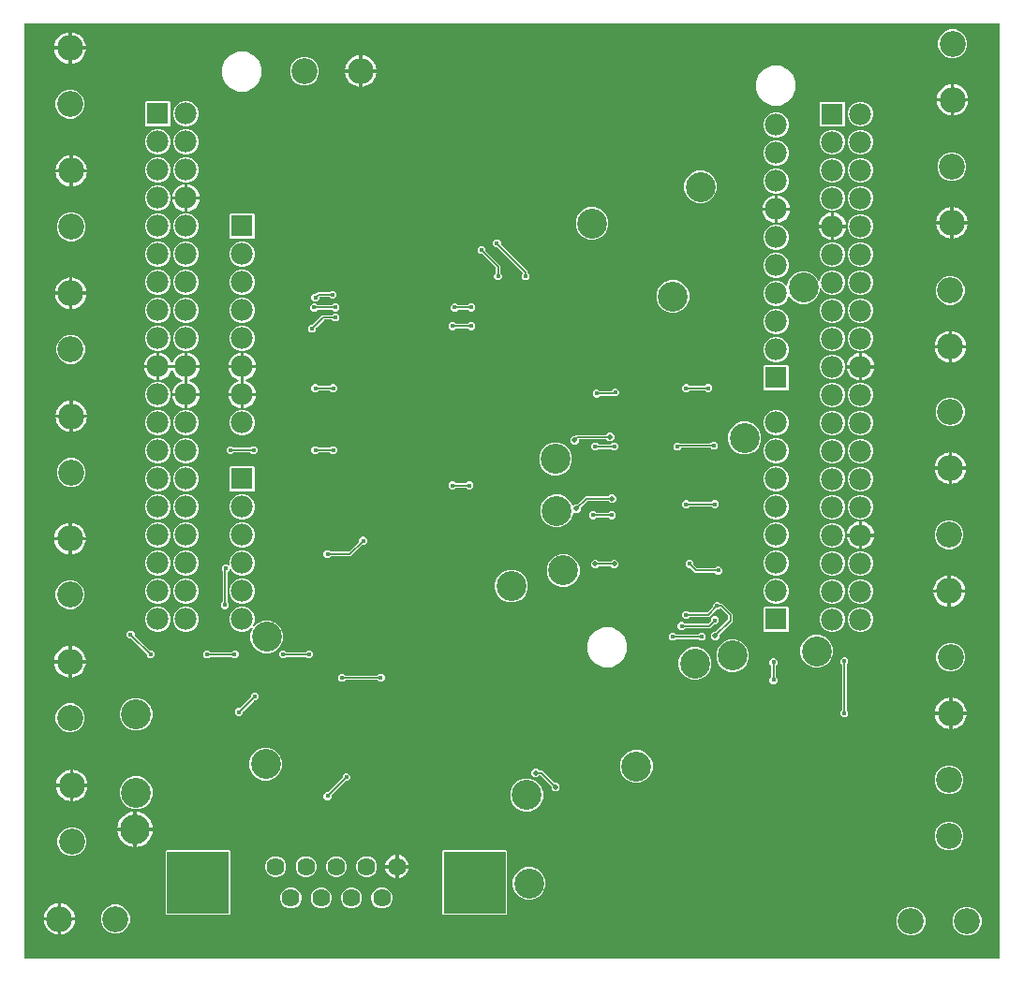
<source format=gbl>
G04 EAGLE Gerber RS-274X export*
G75*
%MOMM*%
%FSLAX34Y34*%
%LPD*%
%INBottom Copper*%
%IPPOS*%
%AMOC8*
5,1,8,0,0,1.08239X$1,22.5*%
G01*
%ADD10R,1.980000X1.980000*%
%ADD11C,1.980000*%
%ADD12C,1.620000*%
%ADD13R,5.580000X5.580000*%
%ADD14C,2.340000*%
%ADD15C,2.700000*%
%ADD16C,0.452400*%
%ADD17C,0.152400*%
%ADD18C,0.502400*%

G36*
X882958Y2004D02*
X882958Y2004D01*
X882977Y2002D01*
X883079Y2024D01*
X883181Y2040D01*
X883198Y2050D01*
X883218Y2054D01*
X883307Y2107D01*
X883398Y2156D01*
X883412Y2170D01*
X883429Y2180D01*
X883496Y2259D01*
X883568Y2334D01*
X883576Y2352D01*
X883589Y2367D01*
X883628Y2463D01*
X883671Y2557D01*
X883673Y2577D01*
X883681Y2595D01*
X883699Y2762D01*
X883699Y847238D01*
X883696Y847258D01*
X883698Y847277D01*
X883676Y847379D01*
X883660Y847481D01*
X883650Y847498D01*
X883646Y847518D01*
X883593Y847607D01*
X883544Y847698D01*
X883530Y847712D01*
X883520Y847729D01*
X883441Y847796D01*
X883366Y847868D01*
X883348Y847876D01*
X883333Y847889D01*
X883237Y847928D01*
X883143Y847971D01*
X883123Y847973D01*
X883105Y847981D01*
X882938Y847999D01*
X2762Y847999D01*
X2742Y847996D01*
X2723Y847998D01*
X2621Y847976D01*
X2519Y847960D01*
X2502Y847950D01*
X2482Y847946D01*
X2393Y847893D01*
X2302Y847844D01*
X2288Y847830D01*
X2271Y847820D01*
X2204Y847741D01*
X2132Y847666D01*
X2124Y847648D01*
X2111Y847633D01*
X2072Y847537D01*
X2029Y847443D01*
X2027Y847423D01*
X2019Y847405D01*
X2001Y847238D01*
X2001Y2762D01*
X2004Y2742D01*
X2002Y2723D01*
X2024Y2621D01*
X2040Y2519D01*
X2050Y2502D01*
X2054Y2482D01*
X2107Y2393D01*
X2156Y2302D01*
X2170Y2288D01*
X2180Y2271D01*
X2259Y2204D01*
X2334Y2132D01*
X2352Y2124D01*
X2367Y2111D01*
X2463Y2072D01*
X2557Y2029D01*
X2577Y2027D01*
X2595Y2019D01*
X2762Y2001D01*
X882938Y2001D01*
X882958Y2004D01*
G37*
%LPC*%
G36*
X130524Y41829D02*
X130524Y41829D01*
X129779Y42574D01*
X129779Y99426D01*
X130524Y100171D01*
X187376Y100171D01*
X188121Y99426D01*
X188121Y42574D01*
X187376Y41829D01*
X130524Y41829D01*
G37*
%LPD*%
%LPC*%
G36*
X380424Y41829D02*
X380424Y41829D01*
X379679Y42574D01*
X379679Y99426D01*
X380424Y100171D01*
X437276Y100171D01*
X438021Y99426D01*
X438021Y42574D01*
X437276Y41829D01*
X380424Y41829D01*
G37*
%LPD*%
%LPC*%
G36*
X679078Y592449D02*
X679078Y592449D01*
X674972Y594150D01*
X671830Y597292D01*
X670129Y601398D01*
X670129Y605842D01*
X671830Y609948D01*
X674972Y613090D01*
X679078Y614791D01*
X683522Y614791D01*
X687628Y613090D01*
X689930Y610788D01*
X689988Y610746D01*
X690040Y610697D01*
X690087Y610675D01*
X690129Y610645D01*
X690198Y610623D01*
X690263Y610593D01*
X690315Y610587D01*
X690365Y610572D01*
X690436Y610574D01*
X690507Y610566D01*
X690558Y610577D01*
X690610Y610579D01*
X690678Y610603D01*
X690748Y610618D01*
X690793Y610645D01*
X690841Y610663D01*
X690897Y610708D01*
X690959Y610745D01*
X690993Y610784D01*
X691033Y610817D01*
X691072Y610877D01*
X691119Y610931D01*
X691138Y610980D01*
X691166Y611024D01*
X691184Y611093D01*
X691211Y611160D01*
X691219Y611231D01*
X691227Y611262D01*
X691225Y611285D01*
X691229Y611326D01*
X691229Y611938D01*
X693478Y617367D01*
X697633Y621522D01*
X703062Y623771D01*
X708938Y623771D01*
X714367Y621522D01*
X718522Y617367D01*
X719465Y615091D01*
X719516Y615008D01*
X719562Y614922D01*
X719580Y614904D01*
X719594Y614882D01*
X719670Y614820D01*
X719740Y614753D01*
X719764Y614742D01*
X719784Y614725D01*
X719875Y614690D01*
X719963Y614649D01*
X719989Y614646D01*
X720013Y614637D01*
X720111Y614633D01*
X720207Y614622D01*
X720233Y614628D01*
X720259Y614627D01*
X720353Y614654D01*
X720448Y614674D01*
X720470Y614688D01*
X720495Y614695D01*
X720575Y614751D01*
X720659Y614801D01*
X720676Y614820D01*
X720697Y614835D01*
X720756Y614914D01*
X720819Y614988D01*
X720829Y615012D01*
X720844Y615033D01*
X720874Y615125D01*
X720911Y615216D01*
X720914Y615248D01*
X720920Y615267D01*
X720920Y615300D01*
X720929Y615382D01*
X720929Y615752D01*
X722630Y619858D01*
X725772Y623000D01*
X729878Y624701D01*
X734322Y624701D01*
X738428Y623000D01*
X741570Y619858D01*
X743271Y615752D01*
X743271Y611308D01*
X741570Y607202D01*
X738428Y604060D01*
X734322Y602359D01*
X729878Y602359D01*
X725772Y604060D01*
X722630Y607202D01*
X722235Y608155D01*
X722184Y608238D01*
X722138Y608324D01*
X722119Y608342D01*
X722106Y608364D01*
X722031Y608426D01*
X721960Y608493D01*
X721936Y608504D01*
X721916Y608521D01*
X721825Y608556D01*
X721737Y608597D01*
X721711Y608600D01*
X721687Y608609D01*
X721589Y608613D01*
X721493Y608624D01*
X721467Y608618D01*
X721441Y608620D01*
X721347Y608592D01*
X721252Y608572D01*
X721230Y608558D01*
X721205Y608551D01*
X721125Y608496D01*
X721041Y608446D01*
X721024Y608426D01*
X721003Y608411D01*
X720944Y608333D01*
X720881Y608259D01*
X720871Y608234D01*
X720856Y608213D01*
X720826Y608121D01*
X720789Y608031D01*
X720786Y607998D01*
X720780Y607980D01*
X720780Y607947D01*
X720771Y607864D01*
X720771Y606062D01*
X718522Y600633D01*
X714367Y596478D01*
X708938Y594229D01*
X703062Y594229D01*
X697633Y596478D01*
X693453Y600658D01*
X693452Y600660D01*
X693417Y600698D01*
X693390Y600742D01*
X693334Y600788D01*
X693286Y600841D01*
X693240Y600866D01*
X693200Y600899D01*
X693133Y600925D01*
X693070Y600960D01*
X693019Y600969D01*
X692971Y600987D01*
X692899Y600991D01*
X692828Y601003D01*
X692777Y600996D01*
X692725Y600998D01*
X692656Y600978D01*
X692585Y600968D01*
X692539Y600944D01*
X692489Y600929D01*
X692430Y600889D01*
X692366Y600856D01*
X692329Y600819D01*
X692287Y600789D01*
X692244Y600732D01*
X692193Y600680D01*
X692159Y600618D01*
X692140Y600592D01*
X692133Y600570D01*
X692113Y600533D01*
X690770Y597292D01*
X687628Y594150D01*
X683522Y592449D01*
X679078Y592449D01*
G37*
%LPD*%
%LPC*%
G36*
X218062Y278229D02*
X218062Y278229D01*
X212633Y280478D01*
X208478Y284633D01*
X206229Y290062D01*
X206229Y295938D01*
X208140Y300551D01*
X208162Y300646D01*
X208191Y300739D01*
X208190Y300765D01*
X208196Y300791D01*
X208187Y300887D01*
X208185Y300985D01*
X208176Y301009D01*
X208173Y301035D01*
X208134Y301124D01*
X208100Y301216D01*
X208084Y301236D01*
X208073Y301260D01*
X208007Y301332D01*
X207946Y301408D01*
X207924Y301422D01*
X207907Y301441D01*
X207821Y301488D01*
X207739Y301541D01*
X207714Y301547D01*
X207691Y301560D01*
X207595Y301577D01*
X207501Y301601D01*
X207475Y301599D01*
X207449Y301604D01*
X207353Y301589D01*
X207256Y301582D01*
X207232Y301572D01*
X207206Y301568D01*
X207119Y301523D01*
X207029Y301485D01*
X207004Y301465D01*
X206987Y301456D01*
X206963Y301433D01*
X206898Y301381D01*
X205028Y299510D01*
X200922Y297809D01*
X196478Y297809D01*
X192372Y299510D01*
X189230Y302652D01*
X187529Y306758D01*
X187529Y311202D01*
X189230Y315308D01*
X192372Y318450D01*
X196478Y320151D01*
X200922Y320151D01*
X205028Y318450D01*
X208170Y315308D01*
X209871Y311202D01*
X209871Y306758D01*
X208508Y303468D01*
X208486Y303373D01*
X208457Y303280D01*
X208458Y303254D01*
X208452Y303229D01*
X208461Y303132D01*
X208464Y303034D01*
X208472Y303010D01*
X208475Y302984D01*
X208514Y302895D01*
X208548Y302803D01*
X208564Y302783D01*
X208575Y302759D01*
X208641Y302687D01*
X208702Y302611D01*
X208724Y302597D01*
X208741Y302578D01*
X208827Y302531D01*
X208909Y302478D01*
X208934Y302472D01*
X208957Y302459D01*
X209053Y302442D01*
X209147Y302418D01*
X209173Y302420D01*
X209199Y302416D01*
X209295Y302430D01*
X209392Y302437D01*
X209416Y302448D01*
X209442Y302452D01*
X209529Y302496D01*
X209619Y302534D01*
X209644Y302554D01*
X209662Y302563D01*
X209685Y302587D01*
X209750Y302639D01*
X212633Y305522D01*
X218062Y307771D01*
X223938Y307771D01*
X229367Y305522D01*
X233522Y301367D01*
X235771Y295938D01*
X235771Y290062D01*
X233522Y284633D01*
X229367Y280478D01*
X223938Y278229D01*
X218062Y278229D01*
G37*
%LPD*%
%LPC*%
G36*
X525344Y265704D02*
X525344Y265704D01*
X518774Y268426D01*
X513746Y273454D01*
X511024Y280024D01*
X511024Y287136D01*
X513746Y293706D01*
X518774Y298734D01*
X525344Y301456D01*
X532456Y301456D01*
X539026Y298734D01*
X544054Y293706D01*
X546776Y287136D01*
X546776Y280024D01*
X544054Y273454D01*
X539026Y268426D01*
X532456Y265704D01*
X525344Y265704D01*
G37*
%LPD*%
%LPC*%
G36*
X677744Y773704D02*
X677744Y773704D01*
X671174Y776426D01*
X666146Y781454D01*
X663424Y788024D01*
X663424Y795136D01*
X666146Y801706D01*
X671174Y806734D01*
X677744Y809456D01*
X684856Y809456D01*
X691426Y806734D01*
X696454Y801706D01*
X699176Y795136D01*
X699176Y788024D01*
X696454Y781454D01*
X691426Y776426D01*
X684856Y773704D01*
X677744Y773704D01*
G37*
%LPD*%
%LPC*%
G36*
X195144Y786404D02*
X195144Y786404D01*
X188574Y789126D01*
X183546Y794154D01*
X180824Y800724D01*
X180824Y807836D01*
X183546Y814406D01*
X188574Y819434D01*
X195144Y822156D01*
X202256Y822156D01*
X208826Y819434D01*
X213854Y814406D01*
X216576Y807836D01*
X216576Y800724D01*
X213854Y794154D01*
X208826Y789126D01*
X202256Y786404D01*
X195144Y786404D01*
G37*
%LPD*%
%LPC*%
G36*
X480062Y392229D02*
X480062Y392229D01*
X474633Y394478D01*
X470478Y398633D01*
X468229Y404062D01*
X468229Y409938D01*
X470478Y415367D01*
X474633Y419522D01*
X480062Y421771D01*
X485938Y421771D01*
X491367Y419522D01*
X495522Y415367D01*
X496988Y411827D01*
X497013Y411788D01*
X497028Y411745D01*
X497077Y411684D01*
X497118Y411618D01*
X497153Y411588D01*
X497182Y411552D01*
X497248Y411510D01*
X497308Y411461D01*
X497350Y411444D01*
X497389Y411419D01*
X497465Y411400D01*
X497537Y411373D01*
X497583Y411371D01*
X497628Y411359D01*
X497705Y411365D01*
X497783Y411362D01*
X497827Y411375D01*
X497873Y411379D01*
X497944Y411409D01*
X498019Y411431D01*
X498057Y411457D01*
X498099Y411475D01*
X498206Y411560D01*
X498221Y411571D01*
X498224Y411575D01*
X498230Y411580D01*
X499433Y412783D01*
X501593Y412783D01*
X501683Y412797D01*
X501774Y412805D01*
X501803Y412817D01*
X501835Y412822D01*
X501916Y412865D01*
X502000Y412901D01*
X502032Y412927D01*
X502053Y412938D01*
X502075Y412961D01*
X502131Y413006D01*
X509158Y420033D01*
X529368Y420033D01*
X529458Y420047D01*
X529549Y420055D01*
X529579Y420067D01*
X529611Y420072D01*
X529691Y420115D01*
X529775Y420151D01*
X529807Y420177D01*
X529828Y420188D01*
X529850Y420211D01*
X529906Y420256D01*
X531433Y421783D01*
X534567Y421783D01*
X536783Y419567D01*
X536783Y416433D01*
X534567Y414217D01*
X531433Y414217D01*
X529906Y415744D01*
X529832Y415797D01*
X529763Y415857D01*
X529733Y415869D01*
X529706Y415888D01*
X529619Y415915D01*
X529535Y415949D01*
X529494Y415953D01*
X529471Y415960D01*
X529439Y415959D01*
X529368Y415967D01*
X511157Y415967D01*
X511067Y415953D01*
X510976Y415945D01*
X510947Y415933D01*
X510915Y415928D01*
X510834Y415885D01*
X510750Y415849D01*
X510718Y415823D01*
X510697Y415812D01*
X510675Y415789D01*
X510619Y415744D01*
X505006Y410131D01*
X504953Y410057D01*
X504893Y409988D01*
X504881Y409957D01*
X504862Y409931D01*
X504835Y409844D01*
X504801Y409759D01*
X504797Y409718D01*
X504790Y409696D01*
X504791Y409664D01*
X504783Y409593D01*
X504783Y407433D01*
X502567Y405217D01*
X499433Y405217D01*
X499070Y405580D01*
X499012Y405622D01*
X498960Y405671D01*
X498913Y405693D01*
X498871Y405724D01*
X498802Y405745D01*
X498737Y405775D01*
X498685Y405781D01*
X498635Y405796D01*
X498564Y405794D01*
X498493Y405802D01*
X498442Y405791D01*
X498390Y405790D01*
X498322Y405765D01*
X498252Y405750D01*
X498207Y405723D01*
X498159Y405705D01*
X498103Y405660D01*
X498041Y405624D01*
X498007Y405584D01*
X497967Y405552D01*
X497928Y405491D01*
X497881Y405437D01*
X497862Y405388D01*
X497834Y405345D01*
X497816Y405275D01*
X497789Y405209D01*
X497781Y405137D01*
X497773Y405106D01*
X497775Y405083D01*
X497771Y405042D01*
X497771Y404062D01*
X495522Y398633D01*
X491367Y394478D01*
X485938Y392229D01*
X480062Y392229D01*
G37*
%LPD*%
%LPC*%
G36*
X486062Y338229D02*
X486062Y338229D01*
X480633Y340478D01*
X476478Y344633D01*
X474229Y350062D01*
X474229Y355938D01*
X476478Y361367D01*
X480633Y365522D01*
X486062Y367771D01*
X491938Y367771D01*
X497367Y365522D01*
X501522Y361367D01*
X503771Y355938D01*
X503771Y350062D01*
X501522Y344633D01*
X497367Y340478D01*
X491938Y338229D01*
X486062Y338229D01*
G37*
%LPD*%
%LPC*%
G36*
X512062Y652229D02*
X512062Y652229D01*
X506633Y654478D01*
X502478Y658633D01*
X500229Y664062D01*
X500229Y669938D01*
X502478Y675367D01*
X506633Y679522D01*
X512062Y681771D01*
X517938Y681771D01*
X523367Y679522D01*
X527522Y675367D01*
X529771Y669938D01*
X529771Y664062D01*
X527522Y658633D01*
X523367Y654478D01*
X517938Y652229D01*
X512062Y652229D01*
G37*
%LPD*%
%LPC*%
G36*
X610062Y685229D02*
X610062Y685229D01*
X604633Y687478D01*
X600478Y691633D01*
X598229Y697062D01*
X598229Y702938D01*
X600478Y708367D01*
X604633Y712522D01*
X610062Y714771D01*
X615938Y714771D01*
X621367Y712522D01*
X625522Y708367D01*
X627771Y702938D01*
X627771Y697062D01*
X625522Y691633D01*
X621367Y687478D01*
X615938Y685229D01*
X610062Y685229D01*
G37*
%LPD*%
%LPC*%
G36*
X639062Y261229D02*
X639062Y261229D01*
X633633Y263478D01*
X629478Y267633D01*
X627229Y273062D01*
X627229Y278938D01*
X629478Y284367D01*
X633633Y288522D01*
X639062Y290771D01*
X644938Y290771D01*
X650367Y288522D01*
X654522Y284367D01*
X656771Y278938D01*
X656771Y273062D01*
X654522Y267633D01*
X650367Y263478D01*
X644938Y261229D01*
X639062Y261229D01*
G37*
%LPD*%
%LPC*%
G36*
X715062Y265229D02*
X715062Y265229D01*
X709633Y267478D01*
X705478Y271633D01*
X703229Y277062D01*
X703229Y282938D01*
X705478Y288367D01*
X709633Y292522D01*
X715062Y294771D01*
X720938Y294771D01*
X726367Y292522D01*
X730522Y288367D01*
X732771Y282938D01*
X732771Y277062D01*
X730522Y271633D01*
X726367Y267478D01*
X720938Y265229D01*
X715062Y265229D01*
G37*
%LPD*%
%LPC*%
G36*
X479062Y439229D02*
X479062Y439229D01*
X473633Y441478D01*
X469478Y445633D01*
X467229Y451062D01*
X467229Y456938D01*
X469478Y462367D01*
X473633Y466522D01*
X479062Y468771D01*
X484938Y468771D01*
X490367Y466522D01*
X494522Y462367D01*
X496771Y456938D01*
X496771Y451062D01*
X494522Y445633D01*
X490367Y441478D01*
X484938Y439229D01*
X479062Y439229D01*
G37*
%LPD*%
%LPC*%
G36*
X650062Y458229D02*
X650062Y458229D01*
X644633Y460478D01*
X640478Y464633D01*
X638229Y470062D01*
X638229Y475938D01*
X640478Y481367D01*
X644633Y485522D01*
X650062Y487771D01*
X655938Y487771D01*
X661367Y485522D01*
X665522Y481367D01*
X667771Y475938D01*
X667771Y470062D01*
X665522Y464633D01*
X661367Y460478D01*
X655938Y458229D01*
X650062Y458229D01*
G37*
%LPD*%
%LPC*%
G36*
X453062Y135229D02*
X453062Y135229D01*
X447633Y137478D01*
X443478Y141633D01*
X441229Y147062D01*
X441229Y152938D01*
X443478Y158367D01*
X447633Y162522D01*
X453062Y164771D01*
X458938Y164771D01*
X464367Y162522D01*
X468522Y158367D01*
X470771Y152938D01*
X470771Y147062D01*
X468522Y141633D01*
X464367Y137478D01*
X458938Y135229D01*
X453062Y135229D01*
G37*
%LPD*%
%LPC*%
G36*
X100062Y137229D02*
X100062Y137229D01*
X94633Y139478D01*
X90478Y143633D01*
X88229Y149062D01*
X88229Y154938D01*
X90478Y160367D01*
X94633Y164522D01*
X100062Y166771D01*
X105938Y166771D01*
X111367Y164522D01*
X115522Y160367D01*
X117771Y154938D01*
X117771Y149062D01*
X115522Y143633D01*
X111367Y139478D01*
X105938Y137229D01*
X100062Y137229D01*
G37*
%LPD*%
%LPC*%
G36*
X455062Y55229D02*
X455062Y55229D01*
X449633Y57478D01*
X445478Y61633D01*
X443229Y67062D01*
X443229Y72938D01*
X445478Y78367D01*
X449633Y82522D01*
X455062Y84771D01*
X460938Y84771D01*
X466367Y82522D01*
X470522Y78367D01*
X472771Y72938D01*
X472771Y67062D01*
X470522Y61633D01*
X466367Y57478D01*
X460938Y55229D01*
X455062Y55229D01*
G37*
%LPD*%
%LPC*%
G36*
X552062Y161229D02*
X552062Y161229D01*
X546633Y163478D01*
X542478Y167633D01*
X540229Y173062D01*
X540229Y178938D01*
X542478Y184367D01*
X546633Y188522D01*
X552062Y190771D01*
X557938Y190771D01*
X563367Y188522D01*
X567522Y184367D01*
X569771Y178938D01*
X569771Y173062D01*
X567522Y167633D01*
X563367Y163478D01*
X557938Y161229D01*
X552062Y161229D01*
G37*
%LPD*%
%LPC*%
G36*
X217062Y163229D02*
X217062Y163229D01*
X211633Y165478D01*
X207478Y169633D01*
X205229Y175062D01*
X205229Y180938D01*
X207478Y186367D01*
X211633Y190522D01*
X217062Y192771D01*
X222938Y192771D01*
X228367Y190522D01*
X232522Y186367D01*
X234771Y180938D01*
X234771Y175062D01*
X232522Y169633D01*
X228367Y165478D01*
X222938Y163229D01*
X217062Y163229D01*
G37*
%LPD*%
%LPC*%
G36*
X439062Y324229D02*
X439062Y324229D01*
X433633Y326478D01*
X429478Y330633D01*
X427229Y336062D01*
X427229Y341938D01*
X429478Y347367D01*
X433633Y351522D01*
X439062Y353771D01*
X444938Y353771D01*
X450367Y351522D01*
X454522Y347367D01*
X456771Y341938D01*
X456771Y336062D01*
X454522Y330633D01*
X450367Y326478D01*
X444938Y324229D01*
X439062Y324229D01*
G37*
%LPD*%
%LPC*%
G36*
X605062Y254229D02*
X605062Y254229D01*
X599633Y256478D01*
X595478Y260633D01*
X593229Y266062D01*
X593229Y271938D01*
X595478Y277367D01*
X599633Y281522D01*
X605062Y283771D01*
X610938Y283771D01*
X616367Y281522D01*
X620522Y277367D01*
X622771Y271938D01*
X622771Y266062D01*
X620522Y260633D01*
X616367Y256478D01*
X610938Y254229D01*
X605062Y254229D01*
G37*
%LPD*%
%LPC*%
G36*
X100062Y208229D02*
X100062Y208229D01*
X94633Y210478D01*
X90478Y214633D01*
X88229Y220062D01*
X88229Y225938D01*
X90478Y231367D01*
X94633Y235522D01*
X100062Y237771D01*
X105938Y237771D01*
X111367Y235522D01*
X115522Y231367D01*
X117771Y225938D01*
X117771Y220062D01*
X115522Y214633D01*
X111367Y210478D01*
X105938Y208229D01*
X100062Y208229D01*
G37*
%LPD*%
%LPC*%
G36*
X585062Y586229D02*
X585062Y586229D01*
X579633Y588478D01*
X575478Y592633D01*
X573229Y598062D01*
X573229Y603938D01*
X575478Y609367D01*
X579633Y613522D01*
X585062Y615771D01*
X590938Y615771D01*
X596367Y613522D01*
X600522Y609367D01*
X602771Y603938D01*
X602771Y598062D01*
X600522Y592633D01*
X596367Y588478D01*
X590938Y586229D01*
X585062Y586229D01*
G37*
%LPD*%
%LPC*%
G36*
X181827Y318177D02*
X181827Y318177D01*
X179758Y320246D01*
X179758Y323173D01*
X181035Y324450D01*
X181088Y324524D01*
X181148Y324593D01*
X181160Y324623D01*
X181179Y324649D01*
X181205Y324736D01*
X181240Y324821D01*
X181244Y324862D01*
X181251Y324884D01*
X181250Y324917D01*
X181258Y324988D01*
X181258Y352431D01*
X181243Y352521D01*
X181236Y352612D01*
X181224Y352641D01*
X181218Y352673D01*
X181176Y352754D01*
X181140Y352838D01*
X181114Y352870D01*
X181103Y352891D01*
X181080Y352913D01*
X181035Y352969D01*
X180467Y353537D01*
X180467Y356463D01*
X182537Y358533D01*
X185463Y358533D01*
X186230Y357766D01*
X186288Y357724D01*
X186340Y357675D01*
X186387Y357653D01*
X186429Y357623D01*
X186498Y357602D01*
X186563Y357571D01*
X186615Y357566D01*
X186665Y357550D01*
X186736Y357552D01*
X186807Y357544D01*
X186858Y357555D01*
X186910Y357557D01*
X186978Y357581D01*
X187048Y357597D01*
X187093Y357623D01*
X187141Y357641D01*
X187197Y357686D01*
X187259Y357723D01*
X187293Y357762D01*
X187333Y357795D01*
X187372Y357855D01*
X187419Y357910D01*
X187438Y357958D01*
X187466Y358002D01*
X187484Y358071D01*
X187511Y358138D01*
X187519Y358209D01*
X187527Y358240D01*
X187525Y358264D01*
X187529Y358305D01*
X187529Y362002D01*
X189230Y366108D01*
X192372Y369250D01*
X196478Y370951D01*
X200922Y370951D01*
X205028Y369250D01*
X208170Y366108D01*
X209871Y362002D01*
X209871Y357558D01*
X208170Y353452D01*
X205028Y350310D01*
X200922Y348609D01*
X196478Y348609D01*
X192372Y350310D01*
X189230Y353452D01*
X188997Y354014D01*
X188946Y354097D01*
X188900Y354183D01*
X188881Y354201D01*
X188868Y354223D01*
X188793Y354285D01*
X188722Y354352D01*
X188698Y354363D01*
X188678Y354380D01*
X188587Y354415D01*
X188499Y354456D01*
X188473Y354459D01*
X188449Y354468D01*
X188351Y354472D01*
X188255Y354483D01*
X188229Y354477D01*
X188203Y354478D01*
X188109Y354451D01*
X188014Y354431D01*
X187992Y354417D01*
X187967Y354410D01*
X187887Y354354D01*
X187803Y354304D01*
X187786Y354285D01*
X187765Y354270D01*
X187707Y354192D01*
X187643Y354118D01*
X187633Y354093D01*
X187618Y354072D01*
X187588Y353980D01*
X187551Y353889D01*
X187548Y353857D01*
X187542Y353838D01*
X187542Y353805D01*
X187533Y353723D01*
X187533Y353537D01*
X185546Y351550D01*
X185493Y351476D01*
X185434Y351407D01*
X185422Y351377D01*
X185403Y351351D01*
X185376Y351264D01*
X185342Y351179D01*
X185337Y351138D01*
X185331Y351116D01*
X185331Y351083D01*
X185323Y351012D01*
X185323Y324988D01*
X185338Y324898D01*
X185345Y324807D01*
X185358Y324777D01*
X185363Y324745D01*
X185406Y324664D01*
X185442Y324581D01*
X185467Y324548D01*
X185478Y324528D01*
X185502Y324506D01*
X185546Y324450D01*
X186823Y323173D01*
X186823Y320246D01*
X184754Y318177D01*
X181827Y318177D01*
G37*
%LPD*%
%LPC*%
G36*
X40670Y761840D02*
X40670Y761840D01*
X35903Y763815D01*
X32254Y767464D01*
X30279Y772231D01*
X30279Y777391D01*
X32254Y782158D01*
X35903Y785807D01*
X40670Y787782D01*
X45830Y787782D01*
X50597Y785807D01*
X54246Y782158D01*
X56221Y777391D01*
X56221Y772231D01*
X54246Y767464D01*
X50597Y763815D01*
X45830Y761840D01*
X40670Y761840D01*
G37*
%LPD*%
%LPC*%
G36*
X838170Y816518D02*
X838170Y816518D01*
X833403Y818493D01*
X829754Y822142D01*
X827779Y826909D01*
X827779Y832069D01*
X829754Y836836D01*
X833403Y840485D01*
X838170Y842460D01*
X843330Y842460D01*
X848097Y840485D01*
X851746Y836836D01*
X853721Y832069D01*
X853721Y826909D01*
X851746Y822142D01*
X848097Y818493D01*
X843330Y816518D01*
X838170Y816518D01*
G37*
%LPD*%
%LPC*%
G36*
X41670Y428840D02*
X41670Y428840D01*
X36903Y430815D01*
X33254Y434464D01*
X31279Y439231D01*
X31279Y444391D01*
X33254Y449158D01*
X36903Y452807D01*
X41670Y454782D01*
X46830Y454782D01*
X51597Y452807D01*
X55246Y449158D01*
X57221Y444391D01*
X57221Y439231D01*
X55246Y434464D01*
X51597Y430815D01*
X46830Y428840D01*
X41670Y428840D01*
G37*
%LPD*%
%LPC*%
G36*
X42290Y94940D02*
X42290Y94940D01*
X37523Y96915D01*
X33874Y100564D01*
X31899Y105331D01*
X31899Y110491D01*
X33874Y115258D01*
X37523Y118907D01*
X42290Y120882D01*
X47450Y120882D01*
X52217Y118907D01*
X55866Y115258D01*
X57841Y110491D01*
X57841Y105331D01*
X55866Y100564D01*
X52217Y96915D01*
X47450Y94940D01*
X42290Y94940D01*
G37*
%LPD*%
%LPC*%
G36*
X252531Y791779D02*
X252531Y791779D01*
X247764Y793754D01*
X244115Y797403D01*
X242140Y802170D01*
X242140Y807330D01*
X244115Y812097D01*
X247764Y815746D01*
X252531Y817721D01*
X257691Y817721D01*
X262458Y815746D01*
X266107Y812097D01*
X268082Y807330D01*
X268082Y802170D01*
X266107Y797403D01*
X262458Y793754D01*
X257691Y791779D01*
X252531Y791779D01*
G37*
%LPD*%
%LPC*%
G36*
X835170Y99918D02*
X835170Y99918D01*
X830403Y101893D01*
X826754Y105542D01*
X824779Y110309D01*
X824779Y115469D01*
X826754Y120236D01*
X830403Y123885D01*
X835170Y125860D01*
X840330Y125860D01*
X845097Y123885D01*
X848746Y120236D01*
X850721Y115469D01*
X850721Y110309D01*
X848746Y105542D01*
X845097Y101893D01*
X840330Y99918D01*
X835170Y99918D01*
G37*
%LPD*%
%LPC*%
G36*
X835170Y150718D02*
X835170Y150718D01*
X830403Y152693D01*
X826754Y156342D01*
X824779Y161109D01*
X824779Y166269D01*
X826754Y171036D01*
X830403Y174685D01*
X835170Y176660D01*
X840330Y176660D01*
X845097Y174685D01*
X848746Y171036D01*
X850721Y166269D01*
X850721Y161109D01*
X848746Y156342D01*
X845097Y152693D01*
X840330Y150718D01*
X835170Y150718D01*
G37*
%LPD*%
%LPC*%
G36*
X835170Y372218D02*
X835170Y372218D01*
X830403Y374193D01*
X826754Y377842D01*
X824779Y382609D01*
X824779Y387769D01*
X826754Y392536D01*
X830403Y396185D01*
X835170Y398160D01*
X840330Y398160D01*
X845097Y396185D01*
X848746Y392536D01*
X850721Y387769D01*
X850721Y382609D01*
X848746Y377842D01*
X845097Y374193D01*
X840330Y372218D01*
X835170Y372218D01*
G37*
%LPD*%
%LPC*%
G36*
X41290Y540040D02*
X41290Y540040D01*
X36523Y542015D01*
X32874Y545664D01*
X30899Y550431D01*
X30899Y555591D01*
X32874Y560358D01*
X36523Y564007D01*
X41290Y565982D01*
X46450Y565982D01*
X51217Y564007D01*
X54866Y560358D01*
X56841Y555591D01*
X56841Y550431D01*
X54866Y545664D01*
X51217Y542015D01*
X46450Y540040D01*
X41290Y540040D01*
G37*
%LPD*%
%LPC*%
G36*
X836170Y593298D02*
X836170Y593298D01*
X831403Y595273D01*
X827754Y598922D01*
X825779Y603689D01*
X825779Y608849D01*
X827754Y613616D01*
X831403Y617265D01*
X836170Y619240D01*
X841330Y619240D01*
X846097Y617265D01*
X849746Y613616D01*
X851721Y608849D01*
X851721Y603689D01*
X849746Y598922D01*
X846097Y595273D01*
X841330Y593298D01*
X836170Y593298D01*
G37*
%LPD*%
%LPC*%
G36*
X40670Y206840D02*
X40670Y206840D01*
X35903Y208815D01*
X32254Y212464D01*
X30279Y217231D01*
X30279Y222391D01*
X32254Y227158D01*
X35903Y230807D01*
X40670Y232782D01*
X45830Y232782D01*
X50597Y230807D01*
X54246Y227158D01*
X56221Y222391D01*
X56221Y217231D01*
X54246Y212464D01*
X50597Y208815D01*
X45830Y206840D01*
X40670Y206840D01*
G37*
%LPD*%
%LPC*%
G36*
X41670Y650740D02*
X41670Y650740D01*
X36903Y652715D01*
X33254Y656364D01*
X31279Y661131D01*
X31279Y666291D01*
X33254Y671058D01*
X36903Y674707D01*
X41670Y676682D01*
X46830Y676682D01*
X51597Y674707D01*
X55246Y671058D01*
X57221Y666291D01*
X57221Y661131D01*
X55246Y656364D01*
X51597Y652715D01*
X46830Y650740D01*
X41670Y650740D01*
G37*
%LPD*%
%LPC*%
G36*
X836550Y261618D02*
X836550Y261618D01*
X831783Y263593D01*
X828134Y267242D01*
X826159Y272009D01*
X826159Y277169D01*
X828134Y281936D01*
X831783Y285585D01*
X836550Y287560D01*
X841710Y287560D01*
X846477Y285585D01*
X850126Y281936D01*
X852101Y277169D01*
X852101Y272009D01*
X850126Y267242D01*
X846477Y263593D01*
X841710Y261618D01*
X836550Y261618D01*
G37*
%LPD*%
%LPC*%
G36*
X40670Y318140D02*
X40670Y318140D01*
X35903Y320115D01*
X32254Y323764D01*
X30279Y328531D01*
X30279Y333691D01*
X32254Y338458D01*
X35903Y342107D01*
X40670Y344082D01*
X45830Y344082D01*
X50597Y342107D01*
X54246Y338458D01*
X56221Y333691D01*
X56221Y328531D01*
X54246Y323764D01*
X50597Y320115D01*
X45830Y318140D01*
X40670Y318140D01*
G37*
%LPD*%
%LPC*%
G36*
X837550Y705318D02*
X837550Y705318D01*
X832783Y707293D01*
X829134Y710942D01*
X827159Y715709D01*
X827159Y720869D01*
X829134Y725636D01*
X832783Y729285D01*
X837550Y731260D01*
X842710Y731260D01*
X847477Y729285D01*
X851126Y725636D01*
X853101Y720869D01*
X853101Y715709D01*
X851126Y710942D01*
X847477Y707293D01*
X842710Y705318D01*
X837550Y705318D01*
G37*
%LPD*%
%LPC*%
G36*
X836170Y483518D02*
X836170Y483518D01*
X831403Y485493D01*
X827754Y489142D01*
X825779Y493909D01*
X825779Y499069D01*
X827754Y503836D01*
X831403Y507485D01*
X836170Y509460D01*
X841330Y509460D01*
X846097Y507485D01*
X849746Y503836D01*
X851721Y499069D01*
X851721Y493909D01*
X849746Y489142D01*
X846097Y485493D01*
X841330Y483518D01*
X836170Y483518D01*
G37*
%LPD*%
%LPC*%
G36*
X800609Y22899D02*
X800609Y22899D01*
X795842Y24874D01*
X792193Y28523D01*
X790218Y33290D01*
X790218Y38450D01*
X792193Y43217D01*
X795842Y46866D01*
X800609Y48841D01*
X805769Y48841D01*
X810536Y46866D01*
X814185Y43217D01*
X816160Y38450D01*
X816160Y33290D01*
X814185Y28523D01*
X810536Y24874D01*
X805769Y22899D01*
X800609Y22899D01*
G37*
%LPD*%
%LPC*%
G36*
X81809Y24899D02*
X81809Y24899D01*
X77042Y26874D01*
X73393Y30523D01*
X71418Y35290D01*
X71418Y40450D01*
X73393Y45217D01*
X77042Y48866D01*
X81809Y50841D01*
X86969Y50841D01*
X91736Y48866D01*
X95385Y45217D01*
X97360Y40450D01*
X97360Y35290D01*
X95385Y30523D01*
X91736Y26874D01*
X86969Y24899D01*
X81809Y24899D01*
G37*
%LPD*%
%LPC*%
G36*
X851409Y22899D02*
X851409Y22899D01*
X846642Y24874D01*
X842993Y28523D01*
X841018Y33290D01*
X841018Y38450D01*
X842993Y43217D01*
X846642Y46866D01*
X851409Y48841D01*
X856569Y48841D01*
X861336Y46866D01*
X864985Y43217D01*
X866960Y38450D01*
X866960Y33290D01*
X864985Y28523D01*
X861336Y24874D01*
X856569Y22899D01*
X851409Y22899D01*
G37*
%LPD*%
%LPC*%
G36*
X188274Y424809D02*
X188274Y424809D01*
X187529Y425554D01*
X187529Y446406D01*
X188274Y447151D01*
X209126Y447151D01*
X209871Y446406D01*
X209871Y425554D01*
X209126Y424809D01*
X188274Y424809D01*
G37*
%LPD*%
%LPC*%
G36*
X670874Y516249D02*
X670874Y516249D01*
X670129Y516994D01*
X670129Y537846D01*
X670874Y538591D01*
X691726Y538591D01*
X692471Y537846D01*
X692471Y516994D01*
X691726Y516249D01*
X670874Y516249D01*
G37*
%LPD*%
%LPC*%
G36*
X112074Y755009D02*
X112074Y755009D01*
X111329Y755754D01*
X111329Y776606D01*
X112074Y777351D01*
X132926Y777351D01*
X133671Y776606D01*
X133671Y755754D01*
X132926Y755009D01*
X112074Y755009D01*
G37*
%LPD*%
%LPC*%
G36*
X188274Y653409D02*
X188274Y653409D01*
X187529Y654154D01*
X187529Y675006D01*
X188274Y675751D01*
X209126Y675751D01*
X209871Y675006D01*
X209871Y654154D01*
X209126Y653409D01*
X188274Y653409D01*
G37*
%LPD*%
%LPC*%
G36*
X670874Y297809D02*
X670874Y297809D01*
X670129Y298554D01*
X670129Y319406D01*
X670874Y320151D01*
X691726Y320151D01*
X692471Y319406D01*
X692471Y298554D01*
X691726Y297809D01*
X670874Y297809D01*
G37*
%LPD*%
%LPC*%
G36*
X721674Y754759D02*
X721674Y754759D01*
X720929Y755504D01*
X720929Y776356D01*
X721674Y777101D01*
X742526Y777101D01*
X743271Y776356D01*
X743271Y755504D01*
X742526Y754759D01*
X721674Y754759D01*
G37*
%LPD*%
%LPC*%
G36*
X729878Y729359D02*
X729878Y729359D01*
X725772Y731060D01*
X722630Y734202D01*
X720929Y738308D01*
X720929Y742752D01*
X722630Y746858D01*
X725772Y750000D01*
X729878Y751701D01*
X734322Y751701D01*
X738428Y750000D01*
X741570Y746858D01*
X743271Y742752D01*
X743271Y738308D01*
X741570Y734202D01*
X738428Y731060D01*
X734322Y729359D01*
X729878Y729359D01*
G37*
%LPD*%
%LPC*%
G36*
X679078Y719449D02*
X679078Y719449D01*
X674972Y721150D01*
X671830Y724292D01*
X670129Y728398D01*
X670129Y732842D01*
X671830Y736948D01*
X674972Y740090D01*
X679078Y741791D01*
X683522Y741791D01*
X687628Y740090D01*
X690770Y736948D01*
X692471Y732842D01*
X692471Y728398D01*
X690770Y724292D01*
X687628Y721150D01*
X683522Y719449D01*
X679078Y719449D01*
G37*
%LPD*%
%LPC*%
G36*
X145678Y704209D02*
X145678Y704209D01*
X141572Y705910D01*
X138430Y709052D01*
X136729Y713158D01*
X136729Y717602D01*
X138430Y721708D01*
X141572Y724850D01*
X145678Y726551D01*
X150122Y726551D01*
X154228Y724850D01*
X157370Y721708D01*
X159071Y717602D01*
X159071Y713158D01*
X157370Y709052D01*
X154228Y705910D01*
X150122Y704209D01*
X145678Y704209D01*
G37*
%LPD*%
%LPC*%
G36*
X120278Y704209D02*
X120278Y704209D01*
X116172Y705910D01*
X113030Y709052D01*
X111329Y713158D01*
X111329Y717602D01*
X113030Y721708D01*
X116172Y724850D01*
X120278Y726551D01*
X124722Y726551D01*
X128828Y724850D01*
X131970Y721708D01*
X133671Y717602D01*
X133671Y713158D01*
X131970Y709052D01*
X128828Y705910D01*
X124722Y704209D01*
X120278Y704209D01*
G37*
%LPD*%
%LPC*%
G36*
X755278Y703959D02*
X755278Y703959D01*
X751172Y705660D01*
X748030Y708802D01*
X746329Y712908D01*
X746329Y717352D01*
X748030Y721458D01*
X751172Y724600D01*
X755278Y726301D01*
X759722Y726301D01*
X763828Y724600D01*
X766970Y721458D01*
X768671Y717352D01*
X768671Y712908D01*
X766970Y708802D01*
X763828Y705660D01*
X759722Y703959D01*
X755278Y703959D01*
G37*
%LPD*%
%LPC*%
G36*
X729878Y703959D02*
X729878Y703959D01*
X725772Y705660D01*
X722630Y708802D01*
X720929Y712908D01*
X720929Y717352D01*
X722630Y721458D01*
X725772Y724600D01*
X729878Y726301D01*
X734322Y726301D01*
X738428Y724600D01*
X741570Y721458D01*
X743271Y717352D01*
X743271Y712908D01*
X741570Y708802D01*
X738428Y705660D01*
X734322Y703959D01*
X729878Y703959D01*
G37*
%LPD*%
%LPC*%
G36*
X679078Y694049D02*
X679078Y694049D01*
X674972Y695750D01*
X671830Y698892D01*
X670129Y702998D01*
X670129Y707442D01*
X671830Y711548D01*
X674972Y714690D01*
X679078Y716391D01*
X683522Y716391D01*
X687628Y714690D01*
X690770Y711548D01*
X692471Y707442D01*
X692471Y702998D01*
X690770Y698892D01*
X687628Y695750D01*
X683522Y694049D01*
X679078Y694049D01*
G37*
%LPD*%
%LPC*%
G36*
X120278Y678809D02*
X120278Y678809D01*
X116172Y680510D01*
X113030Y683652D01*
X111329Y687758D01*
X111329Y692202D01*
X113030Y696308D01*
X116172Y699450D01*
X120278Y701151D01*
X124722Y701151D01*
X128828Y699450D01*
X131970Y696308D01*
X133671Y692202D01*
X133671Y687758D01*
X131970Y683652D01*
X128828Y680510D01*
X124722Y678809D01*
X120278Y678809D01*
G37*
%LPD*%
%LPC*%
G36*
X755278Y678559D02*
X755278Y678559D01*
X751172Y680260D01*
X748030Y683402D01*
X746329Y687508D01*
X746329Y691952D01*
X748030Y696058D01*
X751172Y699200D01*
X755278Y700901D01*
X759722Y700901D01*
X763828Y699200D01*
X766970Y696058D01*
X768671Y691952D01*
X768671Y687508D01*
X766970Y683402D01*
X763828Y680260D01*
X759722Y678559D01*
X755278Y678559D01*
G37*
%LPD*%
%LPC*%
G36*
X729878Y678559D02*
X729878Y678559D01*
X725772Y680260D01*
X722630Y683402D01*
X720929Y687508D01*
X720929Y691952D01*
X722630Y696058D01*
X725772Y699200D01*
X729878Y700901D01*
X734322Y700901D01*
X738428Y699200D01*
X741570Y696058D01*
X743271Y691952D01*
X743271Y687508D01*
X741570Y683402D01*
X738428Y680260D01*
X734322Y678559D01*
X729878Y678559D01*
G37*
%LPD*%
%LPC*%
G36*
X755278Y297559D02*
X755278Y297559D01*
X751172Y299260D01*
X748030Y302402D01*
X746329Y306508D01*
X746329Y310952D01*
X748030Y315058D01*
X751172Y318200D01*
X755278Y319901D01*
X759722Y319901D01*
X763828Y318200D01*
X766970Y315058D01*
X768671Y310952D01*
X768671Y306508D01*
X766970Y302402D01*
X763828Y299260D01*
X759722Y297559D01*
X755278Y297559D01*
G37*
%LPD*%
%LPC*%
G36*
X729878Y297559D02*
X729878Y297559D01*
X725772Y299260D01*
X722630Y302402D01*
X720929Y306508D01*
X720929Y310952D01*
X722630Y315058D01*
X725772Y318200D01*
X729878Y319901D01*
X734322Y319901D01*
X738428Y318200D01*
X741570Y315058D01*
X743271Y310952D01*
X743271Y306508D01*
X741570Y302402D01*
X738428Y299260D01*
X734322Y297559D01*
X729878Y297559D01*
G37*
%LPD*%
%LPC*%
G36*
X145678Y297809D02*
X145678Y297809D01*
X141572Y299510D01*
X138430Y302652D01*
X136729Y306758D01*
X136729Y311202D01*
X138430Y315308D01*
X141572Y318450D01*
X145678Y320151D01*
X150122Y320151D01*
X154228Y318450D01*
X157370Y315308D01*
X159071Y311202D01*
X159071Y306758D01*
X157370Y302652D01*
X154228Y299510D01*
X150122Y297809D01*
X145678Y297809D01*
G37*
%LPD*%
%LPC*%
G36*
X120278Y297809D02*
X120278Y297809D01*
X116172Y299510D01*
X113030Y302652D01*
X111329Y306758D01*
X111329Y311202D01*
X113030Y315308D01*
X116172Y318450D01*
X120278Y320151D01*
X124722Y320151D01*
X128828Y318450D01*
X131970Y315308D01*
X133671Y311202D01*
X133671Y306758D01*
X131970Y302652D01*
X128828Y299510D01*
X124722Y297809D01*
X120278Y297809D01*
G37*
%LPD*%
%LPC*%
G36*
X729878Y322959D02*
X729878Y322959D01*
X725772Y324660D01*
X722630Y327802D01*
X720929Y331908D01*
X720929Y336352D01*
X722630Y340458D01*
X725772Y343600D01*
X729878Y345301D01*
X734322Y345301D01*
X738428Y343600D01*
X741570Y340458D01*
X743271Y336352D01*
X743271Y331908D01*
X741570Y327802D01*
X738428Y324660D01*
X734322Y322959D01*
X729878Y322959D01*
G37*
%LPD*%
%LPC*%
G36*
X755278Y322959D02*
X755278Y322959D01*
X751172Y324660D01*
X748030Y327802D01*
X746329Y331908D01*
X746329Y336352D01*
X748030Y340458D01*
X751172Y343600D01*
X755278Y345301D01*
X759722Y345301D01*
X763828Y343600D01*
X766970Y340458D01*
X768671Y336352D01*
X768671Y331908D01*
X766970Y327802D01*
X763828Y324660D01*
X759722Y322959D01*
X755278Y322959D01*
G37*
%LPD*%
%LPC*%
G36*
X120278Y323209D02*
X120278Y323209D01*
X116172Y324910D01*
X113030Y328052D01*
X111329Y332158D01*
X111329Y336602D01*
X113030Y340708D01*
X116172Y343850D01*
X120278Y345551D01*
X124722Y345551D01*
X128828Y343850D01*
X131970Y340708D01*
X133671Y336602D01*
X133671Y332158D01*
X131970Y328052D01*
X128828Y324910D01*
X124722Y323209D01*
X120278Y323209D01*
G37*
%LPD*%
%LPC*%
G36*
X145678Y653409D02*
X145678Y653409D01*
X141572Y655110D01*
X138430Y658252D01*
X136729Y662358D01*
X136729Y666802D01*
X138430Y670908D01*
X141572Y674050D01*
X145678Y675751D01*
X150122Y675751D01*
X154228Y674050D01*
X157370Y670908D01*
X159071Y666802D01*
X159071Y662358D01*
X157370Y658252D01*
X154228Y655110D01*
X150122Y653409D01*
X145678Y653409D01*
G37*
%LPD*%
%LPC*%
G36*
X120278Y653409D02*
X120278Y653409D01*
X116172Y655110D01*
X113030Y658252D01*
X111329Y662358D01*
X111329Y666802D01*
X113030Y670908D01*
X116172Y674050D01*
X120278Y675751D01*
X124722Y675751D01*
X128828Y674050D01*
X131970Y670908D01*
X133671Y666802D01*
X133671Y662358D01*
X131970Y658252D01*
X128828Y655110D01*
X124722Y653409D01*
X120278Y653409D01*
G37*
%LPD*%
%LPC*%
G36*
X755278Y653159D02*
X755278Y653159D01*
X751172Y654860D01*
X748030Y658002D01*
X746329Y662108D01*
X746329Y666552D01*
X748030Y670658D01*
X751172Y673800D01*
X755278Y675501D01*
X759722Y675501D01*
X763828Y673800D01*
X766970Y670658D01*
X768671Y666552D01*
X768671Y662108D01*
X766970Y658002D01*
X763828Y654860D01*
X759722Y653159D01*
X755278Y653159D01*
G37*
%LPD*%
%LPC*%
G36*
X145678Y323209D02*
X145678Y323209D01*
X141572Y324910D01*
X138430Y328052D01*
X136729Y332158D01*
X136729Y336602D01*
X138430Y340708D01*
X141572Y343850D01*
X145678Y345551D01*
X150122Y345551D01*
X154228Y343850D01*
X157370Y340708D01*
X159071Y336602D01*
X159071Y332158D01*
X157370Y328052D01*
X154228Y324910D01*
X150122Y323209D01*
X145678Y323209D01*
G37*
%LPD*%
%LPC*%
G36*
X196478Y323209D02*
X196478Y323209D01*
X192372Y324910D01*
X189230Y328052D01*
X187529Y332158D01*
X187529Y336602D01*
X189230Y340708D01*
X192372Y343850D01*
X196478Y345551D01*
X200922Y345551D01*
X205028Y343850D01*
X208170Y340708D01*
X209871Y336602D01*
X209871Y332158D01*
X208170Y328052D01*
X205028Y324910D01*
X200922Y323209D01*
X196478Y323209D01*
G37*
%LPD*%
%LPC*%
G36*
X679078Y323209D02*
X679078Y323209D01*
X674972Y324910D01*
X671830Y328052D01*
X670129Y332158D01*
X670129Y336602D01*
X671830Y340708D01*
X674972Y343850D01*
X679078Y345551D01*
X683522Y345551D01*
X687628Y343850D01*
X690770Y340708D01*
X692471Y336602D01*
X692471Y332158D01*
X690770Y328052D01*
X687628Y324910D01*
X683522Y323209D01*
X679078Y323209D01*
G37*
%LPD*%
%LPC*%
G36*
X679078Y643249D02*
X679078Y643249D01*
X674972Y644950D01*
X671830Y648092D01*
X670129Y652198D01*
X670129Y656642D01*
X671830Y660748D01*
X674972Y663890D01*
X679078Y665591D01*
X683522Y665591D01*
X687628Y663890D01*
X690770Y660748D01*
X692471Y656642D01*
X692471Y652198D01*
X690770Y648092D01*
X687628Y644950D01*
X683522Y643249D01*
X679078Y643249D01*
G37*
%LPD*%
%LPC*%
G36*
X196478Y628009D02*
X196478Y628009D01*
X192372Y629710D01*
X189230Y632852D01*
X187529Y636958D01*
X187529Y641402D01*
X189230Y645508D01*
X192372Y648650D01*
X196478Y650351D01*
X200922Y650351D01*
X205028Y648650D01*
X208170Y645508D01*
X209871Y641402D01*
X209871Y636958D01*
X208170Y632852D01*
X205028Y629710D01*
X200922Y628009D01*
X196478Y628009D01*
G37*
%LPD*%
%LPC*%
G36*
X145678Y628009D02*
X145678Y628009D01*
X141572Y629710D01*
X138430Y632852D01*
X136729Y636958D01*
X136729Y641402D01*
X138430Y645508D01*
X141572Y648650D01*
X145678Y650351D01*
X150122Y650351D01*
X154228Y648650D01*
X157370Y645508D01*
X159071Y641402D01*
X159071Y636958D01*
X157370Y632852D01*
X154228Y629710D01*
X150122Y628009D01*
X145678Y628009D01*
G37*
%LPD*%
%LPC*%
G36*
X120278Y628009D02*
X120278Y628009D01*
X116172Y629710D01*
X113030Y632852D01*
X111329Y636958D01*
X111329Y641402D01*
X113030Y645508D01*
X116172Y648650D01*
X120278Y650351D01*
X124722Y650351D01*
X128828Y648650D01*
X131970Y645508D01*
X133671Y641402D01*
X133671Y636958D01*
X131970Y632852D01*
X128828Y629710D01*
X124722Y628009D01*
X120278Y628009D01*
G37*
%LPD*%
%LPC*%
G36*
X755278Y627759D02*
X755278Y627759D01*
X751172Y629460D01*
X748030Y632602D01*
X746329Y636708D01*
X746329Y641152D01*
X748030Y645258D01*
X751172Y648400D01*
X755278Y650101D01*
X759722Y650101D01*
X763828Y648400D01*
X766970Y645258D01*
X768671Y641152D01*
X768671Y636708D01*
X766970Y632602D01*
X763828Y629460D01*
X759722Y627759D01*
X755278Y627759D01*
G37*
%LPD*%
%LPC*%
G36*
X729878Y627759D02*
X729878Y627759D01*
X725772Y629460D01*
X722630Y632602D01*
X720929Y636708D01*
X720929Y641152D01*
X722630Y645258D01*
X725772Y648400D01*
X729878Y650101D01*
X734322Y650101D01*
X738428Y648400D01*
X741570Y645258D01*
X743271Y641152D01*
X743271Y636708D01*
X741570Y632602D01*
X738428Y629460D01*
X734322Y627759D01*
X729878Y627759D01*
G37*
%LPD*%
%LPC*%
G36*
X679078Y617849D02*
X679078Y617849D01*
X674972Y619550D01*
X671830Y622692D01*
X670129Y626798D01*
X670129Y631242D01*
X671830Y635348D01*
X674972Y638490D01*
X679078Y640191D01*
X683522Y640191D01*
X687628Y638490D01*
X690770Y635348D01*
X692471Y631242D01*
X692471Y626798D01*
X690770Y622692D01*
X687628Y619550D01*
X683522Y617849D01*
X679078Y617849D01*
G37*
%LPD*%
%LPC*%
G36*
X196478Y602609D02*
X196478Y602609D01*
X192372Y604310D01*
X189230Y607452D01*
X187529Y611558D01*
X187529Y616002D01*
X189230Y620108D01*
X192372Y623250D01*
X196478Y624951D01*
X200922Y624951D01*
X205028Y623250D01*
X208170Y620108D01*
X209871Y616002D01*
X209871Y611558D01*
X208170Y607452D01*
X205028Y604310D01*
X200922Y602609D01*
X196478Y602609D01*
G37*
%LPD*%
%LPC*%
G36*
X145678Y602609D02*
X145678Y602609D01*
X141572Y604310D01*
X138430Y607452D01*
X136729Y611558D01*
X136729Y616002D01*
X138430Y620108D01*
X141572Y623250D01*
X145678Y624951D01*
X150122Y624951D01*
X154228Y623250D01*
X157370Y620108D01*
X159071Y616002D01*
X159071Y611558D01*
X157370Y607452D01*
X154228Y604310D01*
X150122Y602609D01*
X145678Y602609D01*
G37*
%LPD*%
%LPC*%
G36*
X120278Y602609D02*
X120278Y602609D01*
X116172Y604310D01*
X113030Y607452D01*
X111329Y611558D01*
X111329Y616002D01*
X113030Y620108D01*
X116172Y623250D01*
X120278Y624951D01*
X124722Y624951D01*
X128828Y623250D01*
X131970Y620108D01*
X133671Y616002D01*
X133671Y611558D01*
X131970Y607452D01*
X128828Y604310D01*
X124722Y602609D01*
X120278Y602609D01*
G37*
%LPD*%
%LPC*%
G36*
X755278Y602359D02*
X755278Y602359D01*
X751172Y604060D01*
X748030Y607202D01*
X746329Y611308D01*
X746329Y615752D01*
X748030Y619858D01*
X751172Y623000D01*
X755278Y624701D01*
X759722Y624701D01*
X763828Y623000D01*
X766970Y619858D01*
X768671Y615752D01*
X768671Y611308D01*
X766970Y607202D01*
X763828Y604060D01*
X759722Y602359D01*
X755278Y602359D01*
G37*
%LPD*%
%LPC*%
G36*
X729878Y348359D02*
X729878Y348359D01*
X725772Y350060D01*
X722630Y353202D01*
X720929Y357308D01*
X720929Y361752D01*
X722630Y365858D01*
X725772Y369000D01*
X729878Y370701D01*
X734322Y370701D01*
X738428Y369000D01*
X741570Y365858D01*
X743271Y361752D01*
X743271Y357308D01*
X741570Y353202D01*
X738428Y350060D01*
X734322Y348359D01*
X729878Y348359D01*
G37*
%LPD*%
%LPC*%
G36*
X755278Y348359D02*
X755278Y348359D01*
X751172Y350060D01*
X748030Y353202D01*
X746329Y357308D01*
X746329Y361752D01*
X748030Y365858D01*
X751172Y369000D01*
X755278Y370701D01*
X759722Y370701D01*
X763828Y369000D01*
X766970Y365858D01*
X768671Y361752D01*
X768671Y357308D01*
X766970Y353202D01*
X763828Y350060D01*
X759722Y348359D01*
X755278Y348359D01*
G37*
%LPD*%
%LPC*%
G36*
X120278Y348609D02*
X120278Y348609D01*
X116172Y350310D01*
X113030Y353452D01*
X111329Y357558D01*
X111329Y362002D01*
X113030Y366108D01*
X116172Y369250D01*
X120278Y370951D01*
X124722Y370951D01*
X128828Y369250D01*
X131970Y366108D01*
X133671Y362002D01*
X133671Y357558D01*
X131970Y353452D01*
X128828Y350310D01*
X124722Y348609D01*
X120278Y348609D01*
G37*
%LPD*%
%LPC*%
G36*
X145678Y348609D02*
X145678Y348609D01*
X141572Y350310D01*
X138430Y353452D01*
X136729Y357558D01*
X136729Y362002D01*
X138430Y366108D01*
X141572Y369250D01*
X145678Y370951D01*
X150122Y370951D01*
X154228Y369250D01*
X157370Y366108D01*
X159071Y362002D01*
X159071Y357558D01*
X157370Y353452D01*
X154228Y350310D01*
X150122Y348609D01*
X145678Y348609D01*
G37*
%LPD*%
%LPC*%
G36*
X679078Y348609D02*
X679078Y348609D01*
X674972Y350310D01*
X671830Y353452D01*
X670129Y357558D01*
X670129Y362002D01*
X671830Y366108D01*
X674972Y369250D01*
X679078Y370951D01*
X683522Y370951D01*
X687628Y369250D01*
X690770Y366108D01*
X692471Y362002D01*
X692471Y357558D01*
X690770Y353452D01*
X687628Y350310D01*
X683522Y348609D01*
X679078Y348609D01*
G37*
%LPD*%
%LPC*%
G36*
X145678Y577209D02*
X145678Y577209D01*
X141572Y578910D01*
X138430Y582052D01*
X136729Y586158D01*
X136729Y590602D01*
X138430Y594708D01*
X141572Y597850D01*
X145678Y599551D01*
X150122Y599551D01*
X154228Y597850D01*
X157370Y594708D01*
X159071Y590602D01*
X159071Y586158D01*
X157370Y582052D01*
X154228Y578910D01*
X150122Y577209D01*
X145678Y577209D01*
G37*
%LPD*%
%LPC*%
G36*
X120278Y577209D02*
X120278Y577209D01*
X116172Y578910D01*
X113030Y582052D01*
X111329Y586158D01*
X111329Y590602D01*
X113030Y594708D01*
X116172Y597850D01*
X120278Y599551D01*
X124722Y599551D01*
X128828Y597850D01*
X131970Y594708D01*
X133671Y590602D01*
X133671Y586158D01*
X131970Y582052D01*
X128828Y578910D01*
X124722Y577209D01*
X120278Y577209D01*
G37*
%LPD*%
%LPC*%
G36*
X196478Y577209D02*
X196478Y577209D01*
X192372Y578910D01*
X189230Y582052D01*
X187529Y586158D01*
X187529Y590602D01*
X189230Y594708D01*
X192372Y597850D01*
X196478Y599551D01*
X200922Y599551D01*
X205028Y597850D01*
X208170Y594708D01*
X209871Y590602D01*
X209871Y586158D01*
X208170Y582052D01*
X205028Y578910D01*
X200922Y577209D01*
X196478Y577209D01*
G37*
%LPD*%
%LPC*%
G36*
X755278Y576959D02*
X755278Y576959D01*
X751172Y578660D01*
X748030Y581802D01*
X746329Y585908D01*
X746329Y590352D01*
X748030Y594458D01*
X751172Y597600D01*
X755278Y599301D01*
X759722Y599301D01*
X763828Y597600D01*
X766970Y594458D01*
X768671Y590352D01*
X768671Y585908D01*
X766970Y581802D01*
X763828Y578660D01*
X759722Y576959D01*
X755278Y576959D01*
G37*
%LPD*%
%LPC*%
G36*
X729878Y576959D02*
X729878Y576959D01*
X725772Y578660D01*
X722630Y581802D01*
X720929Y585908D01*
X720929Y590352D01*
X722630Y594458D01*
X725772Y597600D01*
X729878Y599301D01*
X734322Y599301D01*
X738428Y597600D01*
X741570Y594458D01*
X743271Y590352D01*
X743271Y585908D01*
X741570Y581802D01*
X738428Y578660D01*
X734322Y576959D01*
X729878Y576959D01*
G37*
%LPD*%
%LPC*%
G36*
X729878Y373759D02*
X729878Y373759D01*
X725772Y375460D01*
X722630Y378602D01*
X720929Y382708D01*
X720929Y387152D01*
X722630Y391258D01*
X725772Y394400D01*
X729878Y396101D01*
X734322Y396101D01*
X738428Y394400D01*
X741570Y391258D01*
X743271Y387152D01*
X743271Y382708D01*
X741570Y378602D01*
X738428Y375460D01*
X734322Y373759D01*
X729878Y373759D01*
G37*
%LPD*%
%LPC*%
G36*
X679078Y567049D02*
X679078Y567049D01*
X674972Y568750D01*
X671830Y571892D01*
X670129Y575998D01*
X670129Y580442D01*
X671830Y584548D01*
X674972Y587690D01*
X679078Y589391D01*
X683522Y589391D01*
X687628Y587690D01*
X690770Y584548D01*
X692471Y580442D01*
X692471Y575998D01*
X690770Y571892D01*
X687628Y568750D01*
X683522Y567049D01*
X679078Y567049D01*
G37*
%LPD*%
%LPC*%
G36*
X145678Y374009D02*
X145678Y374009D01*
X141572Y375710D01*
X138430Y378852D01*
X136729Y382958D01*
X136729Y387402D01*
X138430Y391508D01*
X141572Y394650D01*
X145678Y396351D01*
X150122Y396351D01*
X154228Y394650D01*
X157370Y391508D01*
X159071Y387402D01*
X159071Y382958D01*
X157370Y378852D01*
X154228Y375710D01*
X150122Y374009D01*
X145678Y374009D01*
G37*
%LPD*%
%LPC*%
G36*
X196478Y374009D02*
X196478Y374009D01*
X192372Y375710D01*
X189230Y378852D01*
X187529Y382958D01*
X187529Y387402D01*
X189230Y391508D01*
X192372Y394650D01*
X196478Y396351D01*
X200922Y396351D01*
X205028Y394650D01*
X208170Y391508D01*
X209871Y387402D01*
X209871Y382958D01*
X208170Y378852D01*
X205028Y375710D01*
X200922Y374009D01*
X196478Y374009D01*
G37*
%LPD*%
%LPC*%
G36*
X196478Y551809D02*
X196478Y551809D01*
X192372Y553510D01*
X189230Y556652D01*
X187529Y560758D01*
X187529Y565202D01*
X189230Y569308D01*
X192372Y572450D01*
X196478Y574151D01*
X200922Y574151D01*
X205028Y572450D01*
X208170Y569308D01*
X209871Y565202D01*
X209871Y560758D01*
X208170Y556652D01*
X205028Y553510D01*
X200922Y551809D01*
X196478Y551809D01*
G37*
%LPD*%
%LPC*%
G36*
X145678Y551809D02*
X145678Y551809D01*
X141572Y553510D01*
X138430Y556652D01*
X136729Y560758D01*
X136729Y565202D01*
X138430Y569308D01*
X141572Y572450D01*
X145678Y574151D01*
X150122Y574151D01*
X154228Y572450D01*
X157370Y569308D01*
X159071Y565202D01*
X159071Y560758D01*
X157370Y556652D01*
X154228Y553510D01*
X150122Y551809D01*
X145678Y551809D01*
G37*
%LPD*%
%LPC*%
G36*
X120278Y551809D02*
X120278Y551809D01*
X116172Y553510D01*
X113030Y556652D01*
X111329Y560758D01*
X111329Y565202D01*
X113030Y569308D01*
X116172Y572450D01*
X120278Y574151D01*
X124722Y574151D01*
X128828Y572450D01*
X131970Y569308D01*
X133671Y565202D01*
X133671Y560758D01*
X131970Y556652D01*
X128828Y553510D01*
X124722Y551809D01*
X120278Y551809D01*
G37*
%LPD*%
%LPC*%
G36*
X755278Y551559D02*
X755278Y551559D01*
X751172Y553260D01*
X748030Y556402D01*
X746329Y560508D01*
X746329Y564952D01*
X748030Y569058D01*
X751172Y572200D01*
X755278Y573901D01*
X759722Y573901D01*
X763828Y572200D01*
X766970Y569058D01*
X768671Y564952D01*
X768671Y560508D01*
X766970Y556402D01*
X763828Y553260D01*
X759722Y551559D01*
X755278Y551559D01*
G37*
%LPD*%
%LPC*%
G36*
X729878Y551559D02*
X729878Y551559D01*
X725772Y553260D01*
X722630Y556402D01*
X720929Y560508D01*
X720929Y564952D01*
X722630Y569058D01*
X725772Y572200D01*
X729878Y573901D01*
X734322Y573901D01*
X738428Y572200D01*
X741570Y569058D01*
X743271Y564952D01*
X743271Y560508D01*
X741570Y556402D01*
X738428Y553260D01*
X734322Y551559D01*
X729878Y551559D01*
G37*
%LPD*%
%LPC*%
G36*
X679078Y374009D02*
X679078Y374009D01*
X674972Y375710D01*
X671830Y378852D01*
X670129Y382958D01*
X670129Y387402D01*
X671830Y391508D01*
X674972Y394650D01*
X679078Y396351D01*
X683522Y396351D01*
X687628Y394650D01*
X690770Y391508D01*
X692471Y387402D01*
X692471Y382958D01*
X690770Y378852D01*
X687628Y375710D01*
X683522Y374009D01*
X679078Y374009D01*
G37*
%LPD*%
%LPC*%
G36*
X120278Y374009D02*
X120278Y374009D01*
X116172Y375710D01*
X113030Y378852D01*
X111329Y382958D01*
X111329Y387402D01*
X113030Y391508D01*
X116172Y394650D01*
X120278Y396351D01*
X124722Y396351D01*
X128828Y394650D01*
X131970Y391508D01*
X133671Y387402D01*
X133671Y382958D01*
X131970Y378852D01*
X128828Y375710D01*
X124722Y374009D01*
X120278Y374009D01*
G37*
%LPD*%
%LPC*%
G36*
X679078Y541649D02*
X679078Y541649D01*
X674972Y543350D01*
X671830Y546492D01*
X670129Y550598D01*
X670129Y555042D01*
X671830Y559148D01*
X674972Y562290D01*
X679078Y563991D01*
X683522Y563991D01*
X687628Y562290D01*
X690770Y559148D01*
X692471Y555042D01*
X692471Y550598D01*
X690770Y546492D01*
X687628Y543350D01*
X683522Y541649D01*
X679078Y541649D01*
G37*
%LPD*%
%LPC*%
G36*
X729878Y399159D02*
X729878Y399159D01*
X725772Y400860D01*
X722630Y404002D01*
X720929Y408108D01*
X720929Y412552D01*
X722630Y416658D01*
X725772Y419800D01*
X729878Y421501D01*
X734322Y421501D01*
X738428Y419800D01*
X741570Y416658D01*
X743271Y412552D01*
X743271Y408108D01*
X741570Y404002D01*
X738428Y400860D01*
X734322Y399159D01*
X729878Y399159D01*
G37*
%LPD*%
%LPC*%
G36*
X755278Y399159D02*
X755278Y399159D01*
X751172Y400860D01*
X748030Y404002D01*
X746329Y408108D01*
X746329Y412552D01*
X748030Y416658D01*
X751172Y419800D01*
X755278Y421501D01*
X759722Y421501D01*
X763828Y419800D01*
X766970Y416658D01*
X768671Y412552D01*
X768671Y408108D01*
X766970Y404002D01*
X763828Y400860D01*
X759722Y399159D01*
X755278Y399159D01*
G37*
%LPD*%
%LPC*%
G36*
X120278Y399409D02*
X120278Y399409D01*
X116172Y401110D01*
X113030Y404252D01*
X111329Y408358D01*
X111329Y412802D01*
X113030Y416908D01*
X116172Y420050D01*
X120278Y421751D01*
X124722Y421751D01*
X128828Y420050D01*
X131970Y416908D01*
X133671Y412802D01*
X133671Y408358D01*
X131970Y404252D01*
X128828Y401110D01*
X124722Y399409D01*
X120278Y399409D01*
G37*
%LPD*%
%LPC*%
G36*
X145678Y399409D02*
X145678Y399409D01*
X141572Y401110D01*
X138430Y404252D01*
X136729Y408358D01*
X136729Y412802D01*
X138430Y416908D01*
X141572Y420050D01*
X145678Y421751D01*
X150122Y421751D01*
X154228Y420050D01*
X157370Y416908D01*
X159071Y412802D01*
X159071Y408358D01*
X157370Y404252D01*
X154228Y401110D01*
X150122Y399409D01*
X145678Y399409D01*
G37*
%LPD*%
%LPC*%
G36*
X196478Y399409D02*
X196478Y399409D01*
X192372Y401110D01*
X189230Y404252D01*
X187529Y408358D01*
X187529Y412802D01*
X189230Y416908D01*
X192372Y420050D01*
X196478Y421751D01*
X200922Y421751D01*
X205028Y420050D01*
X208170Y416908D01*
X209871Y412802D01*
X209871Y408358D01*
X208170Y404252D01*
X205028Y401110D01*
X200922Y399409D01*
X196478Y399409D01*
G37*
%LPD*%
%LPC*%
G36*
X729878Y526159D02*
X729878Y526159D01*
X725772Y527860D01*
X722630Y531002D01*
X720929Y535108D01*
X720929Y539552D01*
X722630Y543658D01*
X725772Y546800D01*
X729878Y548501D01*
X734322Y548501D01*
X738428Y546800D01*
X741570Y543658D01*
X743271Y539552D01*
X743271Y535108D01*
X741570Y531002D01*
X738428Y527860D01*
X734322Y526159D01*
X729878Y526159D01*
G37*
%LPD*%
%LPC*%
G36*
X729878Y424559D02*
X729878Y424559D01*
X725772Y426260D01*
X722630Y429402D01*
X720929Y433508D01*
X720929Y437952D01*
X722630Y442058D01*
X725772Y445200D01*
X729878Y446901D01*
X734322Y446901D01*
X738428Y445200D01*
X741570Y442058D01*
X743271Y437952D01*
X743271Y433508D01*
X741570Y429402D01*
X738428Y426260D01*
X734322Y424559D01*
X729878Y424559D01*
G37*
%LPD*%
%LPC*%
G36*
X755278Y424559D02*
X755278Y424559D01*
X751172Y426260D01*
X748030Y429402D01*
X746329Y433508D01*
X746329Y437952D01*
X748030Y442058D01*
X751172Y445200D01*
X755278Y446901D01*
X759722Y446901D01*
X763828Y445200D01*
X766970Y442058D01*
X768671Y437952D01*
X768671Y433508D01*
X766970Y429402D01*
X763828Y426260D01*
X759722Y424559D01*
X755278Y424559D01*
G37*
%LPD*%
%LPC*%
G36*
X120278Y424809D02*
X120278Y424809D01*
X116172Y426510D01*
X113030Y429652D01*
X111329Y433758D01*
X111329Y438202D01*
X113030Y442308D01*
X116172Y445450D01*
X120278Y447151D01*
X124722Y447151D01*
X128828Y445450D01*
X131970Y442308D01*
X133671Y438202D01*
X133671Y433758D01*
X131970Y429652D01*
X128828Y426510D01*
X124722Y424809D01*
X120278Y424809D01*
G37*
%LPD*%
%LPC*%
G36*
X145678Y424809D02*
X145678Y424809D01*
X141572Y426510D01*
X138430Y429652D01*
X136729Y433758D01*
X136729Y438202D01*
X138430Y442308D01*
X141572Y445450D01*
X145678Y447151D01*
X150122Y447151D01*
X154228Y445450D01*
X157370Y442308D01*
X159071Y438202D01*
X159071Y433758D01*
X157370Y429652D01*
X154228Y426510D01*
X150122Y424809D01*
X145678Y424809D01*
G37*
%LPD*%
%LPC*%
G36*
X679078Y424809D02*
X679078Y424809D01*
X674972Y426510D01*
X671830Y429652D01*
X670129Y433758D01*
X670129Y438202D01*
X671830Y442308D01*
X674972Y445450D01*
X679078Y447151D01*
X683522Y447151D01*
X687628Y445450D01*
X690770Y442308D01*
X692471Y438202D01*
X692471Y433758D01*
X690770Y429652D01*
X687628Y426510D01*
X683522Y424809D01*
X679078Y424809D01*
G37*
%LPD*%
%LPC*%
G36*
X120278Y501009D02*
X120278Y501009D01*
X116172Y502710D01*
X113030Y505852D01*
X111329Y509958D01*
X111329Y514402D01*
X113030Y518508D01*
X116172Y521650D01*
X120278Y523351D01*
X124722Y523351D01*
X128828Y521650D01*
X131970Y518508D01*
X133671Y514402D01*
X133671Y509958D01*
X131970Y505852D01*
X128828Y502710D01*
X124722Y501009D01*
X120278Y501009D01*
G37*
%LPD*%
%LPC*%
G36*
X755278Y500759D02*
X755278Y500759D01*
X751172Y502460D01*
X748030Y505602D01*
X746329Y509708D01*
X746329Y514152D01*
X748030Y518258D01*
X751172Y521400D01*
X755278Y523101D01*
X759722Y523101D01*
X763828Y521400D01*
X766970Y518258D01*
X768671Y514152D01*
X768671Y509708D01*
X766970Y505602D01*
X763828Y502460D01*
X759722Y500759D01*
X755278Y500759D01*
G37*
%LPD*%
%LPC*%
G36*
X729878Y500759D02*
X729878Y500759D01*
X725772Y502460D01*
X722630Y505602D01*
X720929Y509708D01*
X720929Y514152D01*
X722630Y518258D01*
X725772Y521400D01*
X729878Y523101D01*
X734322Y523101D01*
X738428Y521400D01*
X741570Y518258D01*
X743271Y514152D01*
X743271Y509708D01*
X741570Y505602D01*
X738428Y502460D01*
X734322Y500759D01*
X729878Y500759D01*
G37*
%LPD*%
%LPC*%
G36*
X145678Y755009D02*
X145678Y755009D01*
X141572Y756710D01*
X138430Y759852D01*
X136729Y763958D01*
X136729Y768402D01*
X138430Y772508D01*
X141572Y775650D01*
X145678Y777351D01*
X150122Y777351D01*
X154228Y775650D01*
X157370Y772508D01*
X159071Y768402D01*
X159071Y763958D01*
X157370Y759852D01*
X154228Y756710D01*
X150122Y755009D01*
X145678Y755009D01*
G37*
%LPD*%
%LPC*%
G36*
X679078Y399409D02*
X679078Y399409D01*
X674972Y401110D01*
X671830Y404252D01*
X670129Y408358D01*
X670129Y412802D01*
X671830Y416908D01*
X674972Y420050D01*
X679078Y421751D01*
X683522Y421751D01*
X687628Y420050D01*
X690770Y416908D01*
X692471Y412802D01*
X692471Y408358D01*
X690770Y404252D01*
X687628Y401110D01*
X683522Y399409D01*
X679078Y399409D01*
G37*
%LPD*%
%LPC*%
G36*
X755278Y449959D02*
X755278Y449959D01*
X751172Y451660D01*
X748030Y454802D01*
X746329Y458908D01*
X746329Y463352D01*
X748030Y467458D01*
X751172Y470600D01*
X755278Y472301D01*
X759722Y472301D01*
X763828Y470600D01*
X766970Y467458D01*
X768671Y463352D01*
X768671Y458908D01*
X766970Y454802D01*
X763828Y451660D01*
X759722Y449959D01*
X755278Y449959D01*
G37*
%LPD*%
%LPC*%
G36*
X120278Y450209D02*
X120278Y450209D01*
X116172Y451910D01*
X113030Y455052D01*
X111329Y459158D01*
X111329Y463602D01*
X113030Y467708D01*
X116172Y470850D01*
X120278Y472551D01*
X124722Y472551D01*
X128828Y470850D01*
X131970Y467708D01*
X133671Y463602D01*
X133671Y459158D01*
X131970Y455052D01*
X128828Y451910D01*
X124722Y450209D01*
X120278Y450209D01*
G37*
%LPD*%
%LPC*%
G36*
X145678Y450209D02*
X145678Y450209D01*
X141572Y451910D01*
X138430Y455052D01*
X136729Y459158D01*
X136729Y463602D01*
X138430Y467708D01*
X141572Y470850D01*
X145678Y472551D01*
X150122Y472551D01*
X154228Y470850D01*
X157370Y467708D01*
X159071Y463602D01*
X159071Y459158D01*
X157370Y455052D01*
X154228Y451910D01*
X150122Y450209D01*
X145678Y450209D01*
G37*
%LPD*%
%LPC*%
G36*
X679078Y450209D02*
X679078Y450209D01*
X674972Y451910D01*
X671830Y455052D01*
X670129Y459158D01*
X670129Y463602D01*
X671830Y467708D01*
X674972Y470850D01*
X679078Y472551D01*
X683522Y472551D01*
X687628Y470850D01*
X690770Y467708D01*
X692471Y463602D01*
X692471Y459158D01*
X690770Y455052D01*
X687628Y451910D01*
X683522Y450209D01*
X679078Y450209D01*
G37*
%LPD*%
%LPC*%
G36*
X755278Y754759D02*
X755278Y754759D01*
X751172Y756460D01*
X748030Y759602D01*
X746329Y763708D01*
X746329Y768152D01*
X748030Y772258D01*
X751172Y775400D01*
X755278Y777101D01*
X759722Y777101D01*
X763828Y775400D01*
X766970Y772258D01*
X768671Y768152D01*
X768671Y763708D01*
X766970Y759602D01*
X763828Y756460D01*
X759722Y754759D01*
X755278Y754759D01*
G37*
%LPD*%
%LPC*%
G36*
X679078Y744849D02*
X679078Y744849D01*
X674972Y746550D01*
X671830Y749692D01*
X670129Y753798D01*
X670129Y758242D01*
X671830Y762348D01*
X674972Y765490D01*
X679078Y767191D01*
X683522Y767191D01*
X687628Y765490D01*
X690770Y762348D01*
X692471Y758242D01*
X692471Y753798D01*
X690770Y749692D01*
X687628Y746550D01*
X683522Y744849D01*
X679078Y744849D01*
G37*
%LPD*%
%LPC*%
G36*
X729878Y475359D02*
X729878Y475359D01*
X725772Y477060D01*
X722630Y480202D01*
X720929Y484308D01*
X720929Y488752D01*
X722630Y492858D01*
X725772Y496000D01*
X729878Y497701D01*
X734322Y497701D01*
X738428Y496000D01*
X741570Y492858D01*
X743271Y488752D01*
X743271Y484308D01*
X741570Y480202D01*
X738428Y477060D01*
X734322Y475359D01*
X729878Y475359D01*
G37*
%LPD*%
%LPC*%
G36*
X755278Y475359D02*
X755278Y475359D01*
X751172Y477060D01*
X748030Y480202D01*
X746329Y484308D01*
X746329Y488752D01*
X748030Y492858D01*
X751172Y496000D01*
X755278Y497701D01*
X759722Y497701D01*
X763828Y496000D01*
X766970Y492858D01*
X768671Y488752D01*
X768671Y484308D01*
X766970Y480202D01*
X763828Y477060D01*
X759722Y475359D01*
X755278Y475359D01*
G37*
%LPD*%
%LPC*%
G36*
X145678Y729609D02*
X145678Y729609D01*
X141572Y731310D01*
X138430Y734452D01*
X136729Y738558D01*
X136729Y743002D01*
X138430Y747108D01*
X141572Y750250D01*
X145678Y751951D01*
X150122Y751951D01*
X154228Y750250D01*
X157370Y747108D01*
X159071Y743002D01*
X159071Y738558D01*
X157370Y734452D01*
X154228Y731310D01*
X150122Y729609D01*
X145678Y729609D01*
G37*
%LPD*%
%LPC*%
G36*
X120278Y729609D02*
X120278Y729609D01*
X116172Y731310D01*
X113030Y734452D01*
X111329Y738558D01*
X111329Y743002D01*
X113030Y747108D01*
X116172Y750250D01*
X120278Y751951D01*
X124722Y751951D01*
X128828Y750250D01*
X131970Y747108D01*
X133671Y743002D01*
X133671Y738558D01*
X131970Y734452D01*
X128828Y731310D01*
X124722Y729609D01*
X120278Y729609D01*
G37*
%LPD*%
%LPC*%
G36*
X755278Y729359D02*
X755278Y729359D01*
X751172Y731060D01*
X748030Y734202D01*
X746329Y738308D01*
X746329Y742752D01*
X748030Y746858D01*
X751172Y750000D01*
X755278Y751701D01*
X759722Y751701D01*
X763828Y750000D01*
X766970Y746858D01*
X768671Y742752D01*
X768671Y738308D01*
X766970Y734202D01*
X763828Y731060D01*
X759722Y729359D01*
X755278Y729359D01*
G37*
%LPD*%
%LPC*%
G36*
X729878Y449959D02*
X729878Y449959D01*
X725772Y451660D01*
X722630Y454802D01*
X720929Y458908D01*
X720929Y463352D01*
X722630Y467458D01*
X725772Y470600D01*
X729878Y472301D01*
X734322Y472301D01*
X738428Y470600D01*
X741570Y467458D01*
X743271Y463352D01*
X743271Y458908D01*
X741570Y454802D01*
X738428Y451660D01*
X734322Y449959D01*
X729878Y449959D01*
G37*
%LPD*%
%LPC*%
G36*
X196478Y475609D02*
X196478Y475609D01*
X192372Y477310D01*
X189230Y480452D01*
X187529Y484558D01*
X187529Y489002D01*
X189230Y493108D01*
X192372Y496250D01*
X196478Y497951D01*
X200922Y497951D01*
X205028Y496250D01*
X208170Y493108D01*
X209871Y489002D01*
X209871Y484558D01*
X208170Y480452D01*
X205028Y477310D01*
X200922Y475609D01*
X196478Y475609D01*
G37*
%LPD*%
%LPC*%
G36*
X145678Y475609D02*
X145678Y475609D01*
X141572Y477310D01*
X138430Y480452D01*
X136729Y484558D01*
X136729Y489002D01*
X138430Y493108D01*
X141572Y496250D01*
X145678Y497951D01*
X150122Y497951D01*
X154228Y496250D01*
X157370Y493108D01*
X159071Y489002D01*
X159071Y484558D01*
X157370Y480452D01*
X154228Y477310D01*
X150122Y475609D01*
X145678Y475609D01*
G37*
%LPD*%
%LPC*%
G36*
X120278Y475609D02*
X120278Y475609D01*
X116172Y477310D01*
X113030Y480452D01*
X111329Y484558D01*
X111329Y489002D01*
X113030Y493108D01*
X116172Y496250D01*
X120278Y497951D01*
X124722Y497951D01*
X128828Y496250D01*
X131970Y493108D01*
X133671Y489002D01*
X133671Y484558D01*
X131970Y480452D01*
X128828Y477310D01*
X124722Y475609D01*
X120278Y475609D01*
G37*
%LPD*%
%LPC*%
G36*
X679078Y475609D02*
X679078Y475609D01*
X674972Y477310D01*
X671830Y480452D01*
X670129Y484558D01*
X670129Y489002D01*
X671830Y493108D01*
X674972Y496250D01*
X679078Y497951D01*
X683522Y497951D01*
X687628Y496250D01*
X690770Y493108D01*
X692471Y489002D01*
X692471Y484558D01*
X690770Y480452D01*
X687628Y477310D01*
X683522Y475609D01*
X679078Y475609D01*
G37*
%LPD*%
%LPC*%
G36*
X624433Y290217D02*
X624433Y290217D01*
X622217Y292433D01*
X622217Y295567D01*
X624433Y297783D01*
X626593Y297783D01*
X626683Y297797D01*
X626774Y297805D01*
X626803Y297817D01*
X626835Y297822D01*
X626916Y297865D01*
X627000Y297901D01*
X627032Y297927D01*
X627053Y297938D01*
X627075Y297961D01*
X627131Y298006D01*
X637744Y308619D01*
X637797Y308693D01*
X637857Y308762D01*
X637869Y308793D01*
X637888Y308819D01*
X637915Y308906D01*
X637949Y308991D01*
X637953Y309032D01*
X637960Y309054D01*
X637959Y309086D01*
X637967Y309157D01*
X637967Y311843D01*
X637965Y311857D01*
X637966Y311869D01*
X637953Y311930D01*
X637953Y311933D01*
X637945Y312024D01*
X637933Y312053D01*
X637928Y312085D01*
X637885Y312166D01*
X637849Y312250D01*
X637823Y312282D01*
X637812Y312303D01*
X637789Y312325D01*
X637744Y312381D01*
X631599Y318526D01*
X631583Y318538D01*
X631570Y318554D01*
X631483Y318610D01*
X631399Y318670D01*
X631380Y318676D01*
X631363Y318687D01*
X631263Y318712D01*
X631164Y318742D01*
X631144Y318742D01*
X631125Y318747D01*
X631022Y318739D01*
X630918Y318736D01*
X630899Y318729D01*
X630880Y318727D01*
X630785Y318687D01*
X630687Y318651D01*
X630672Y318639D01*
X630653Y318631D01*
X630522Y318526D01*
X629463Y317467D01*
X627657Y317467D01*
X627567Y317453D01*
X627476Y317445D01*
X627447Y317433D01*
X627415Y317428D01*
X627334Y317385D01*
X627250Y317349D01*
X627218Y317323D01*
X627197Y317312D01*
X627175Y317289D01*
X627119Y317244D01*
X620842Y310967D01*
X603279Y310967D01*
X603189Y310953D01*
X603098Y310945D01*
X603068Y310933D01*
X603036Y310928D01*
X602955Y310885D01*
X602871Y310849D01*
X602839Y310823D01*
X602819Y310812D01*
X602796Y310789D01*
X602740Y310744D01*
X601463Y309467D01*
X598537Y309467D01*
X596467Y311537D01*
X596467Y314463D01*
X598537Y316533D01*
X601463Y316533D01*
X602740Y315256D01*
X602814Y315203D01*
X602884Y315143D01*
X602914Y315131D01*
X602940Y315112D01*
X603027Y315085D01*
X603112Y315051D01*
X603153Y315047D01*
X603175Y315040D01*
X603207Y315041D01*
X603279Y315033D01*
X618843Y315033D01*
X618933Y315047D01*
X619024Y315055D01*
X619053Y315067D01*
X619085Y315072D01*
X619166Y315115D01*
X619250Y315151D01*
X619282Y315177D01*
X619303Y315188D01*
X619325Y315211D01*
X619381Y315256D01*
X624244Y320119D01*
X624297Y320193D01*
X624357Y320262D01*
X624369Y320293D01*
X624388Y320319D01*
X624415Y320406D01*
X624449Y320491D01*
X624453Y320532D01*
X624460Y320554D01*
X624459Y320586D01*
X624467Y320657D01*
X624467Y322463D01*
X626537Y324533D01*
X629463Y324533D01*
X630740Y323256D01*
X630814Y323203D01*
X630884Y323143D01*
X630914Y323131D01*
X630940Y323112D01*
X631027Y323085D01*
X631112Y323051D01*
X631153Y323047D01*
X631175Y323040D01*
X631207Y323041D01*
X631279Y323033D01*
X632842Y323033D01*
X642033Y313842D01*
X642033Y307158D01*
X630006Y295131D01*
X629953Y295057D01*
X629893Y294988D01*
X629881Y294957D01*
X629862Y294931D01*
X629835Y294844D01*
X629801Y294759D01*
X629797Y294718D01*
X629790Y294696D01*
X629791Y294664D01*
X629783Y294593D01*
X629783Y292433D01*
X627567Y290217D01*
X624433Y290217D01*
G37*
%LPD*%
%LPC*%
G36*
X227236Y75829D02*
X227236Y75829D01*
X223792Y77256D01*
X221156Y79892D01*
X219729Y83336D01*
X219729Y87064D01*
X221156Y90508D01*
X223792Y93144D01*
X227236Y94571D01*
X230964Y94571D01*
X234408Y93144D01*
X237044Y90508D01*
X238471Y87064D01*
X238471Y83336D01*
X237044Y79892D01*
X234408Y77256D01*
X230964Y75829D01*
X227236Y75829D01*
G37*
%LPD*%
%LPC*%
G36*
X309436Y75829D02*
X309436Y75829D01*
X305992Y77256D01*
X303356Y79892D01*
X301929Y83336D01*
X301929Y87064D01*
X303356Y90508D01*
X305992Y93144D01*
X309436Y94571D01*
X313164Y94571D01*
X316608Y93144D01*
X319244Y90508D01*
X320671Y87064D01*
X320671Y83336D01*
X319244Y79892D01*
X316608Y77256D01*
X313164Y75829D01*
X309436Y75829D01*
G37*
%LPD*%
%LPC*%
G36*
X282036Y75829D02*
X282036Y75829D01*
X278592Y77256D01*
X275956Y79892D01*
X274529Y83336D01*
X274529Y87064D01*
X275956Y90508D01*
X278592Y93144D01*
X282036Y94571D01*
X285764Y94571D01*
X289208Y93144D01*
X291844Y90508D01*
X293271Y87064D01*
X293271Y83336D01*
X291844Y79892D01*
X289208Y77256D01*
X285764Y75829D01*
X282036Y75829D01*
G37*
%LPD*%
%LPC*%
G36*
X323136Y47429D02*
X323136Y47429D01*
X319692Y48856D01*
X317056Y51492D01*
X315629Y54936D01*
X315629Y58664D01*
X317056Y62108D01*
X319692Y64744D01*
X323136Y66171D01*
X326864Y66171D01*
X330308Y64744D01*
X332944Y62108D01*
X334371Y58664D01*
X334371Y54936D01*
X332944Y51492D01*
X330308Y48856D01*
X326864Y47429D01*
X323136Y47429D01*
G37*
%LPD*%
%LPC*%
G36*
X295736Y47429D02*
X295736Y47429D01*
X292292Y48856D01*
X289656Y51492D01*
X288229Y54936D01*
X288229Y58664D01*
X289656Y62108D01*
X292292Y64744D01*
X295736Y66171D01*
X299464Y66171D01*
X302908Y64744D01*
X305544Y62108D01*
X306971Y58664D01*
X306971Y54936D01*
X305544Y51492D01*
X302908Y48856D01*
X299464Y47429D01*
X295736Y47429D01*
G37*
%LPD*%
%LPC*%
G36*
X268336Y47429D02*
X268336Y47429D01*
X264892Y48856D01*
X262256Y51492D01*
X260829Y54936D01*
X260829Y58664D01*
X262256Y62108D01*
X264892Y64744D01*
X268336Y66171D01*
X272064Y66171D01*
X275508Y64744D01*
X278144Y62108D01*
X279571Y58664D01*
X279571Y54936D01*
X278144Y51492D01*
X275508Y48856D01*
X272064Y47429D01*
X268336Y47429D01*
G37*
%LPD*%
%LPC*%
G36*
X240936Y47429D02*
X240936Y47429D01*
X237492Y48856D01*
X234856Y51492D01*
X233429Y54936D01*
X233429Y58664D01*
X234856Y62108D01*
X237492Y64744D01*
X240936Y66171D01*
X244664Y66171D01*
X248108Y64744D01*
X250744Y62108D01*
X252171Y58664D01*
X252171Y54936D01*
X250744Y51492D01*
X248108Y48856D01*
X244664Y47429D01*
X240936Y47429D01*
G37*
%LPD*%
%LPC*%
G36*
X254636Y75829D02*
X254636Y75829D01*
X251192Y77256D01*
X248556Y79892D01*
X247129Y83336D01*
X247129Y87064D01*
X248556Y90508D01*
X251192Y93144D01*
X254636Y94571D01*
X258364Y94571D01*
X261808Y93144D01*
X264444Y90508D01*
X265871Y87064D01*
X265871Y83336D01*
X264444Y79892D01*
X261808Y77256D01*
X258364Y75829D01*
X254636Y75829D01*
G37*
%LPD*%
%LPC*%
G36*
X135545Y513703D02*
X135545Y513703D01*
X135766Y515093D01*
X136371Y516956D01*
X137260Y518700D01*
X138411Y520285D01*
X139795Y521669D01*
X141380Y522820D01*
X143124Y523709D01*
X144499Y524156D01*
X144506Y524160D01*
X144514Y524161D01*
X144615Y524216D01*
X144718Y524269D01*
X144723Y524275D01*
X144730Y524278D01*
X144809Y524363D01*
X144889Y524445D01*
X144892Y524453D01*
X144898Y524459D01*
X144946Y524564D01*
X144995Y524667D01*
X144996Y524675D01*
X144999Y524683D01*
X145011Y524797D01*
X145025Y524912D01*
X145023Y524919D01*
X145024Y524927D01*
X144998Y525040D01*
X144975Y525152D01*
X144971Y525159D01*
X144969Y525167D01*
X144909Y525265D01*
X144851Y525365D01*
X144845Y525370D01*
X144841Y525377D01*
X144753Y525451D01*
X144666Y525527D01*
X144658Y525530D01*
X144652Y525535D01*
X144499Y525604D01*
X143124Y526051D01*
X141380Y526940D01*
X139795Y528091D01*
X138411Y529475D01*
X137260Y531060D01*
X136371Y532804D01*
X135924Y534179D01*
X135920Y534186D01*
X135919Y534194D01*
X135864Y534295D01*
X135811Y534398D01*
X135805Y534403D01*
X135802Y534410D01*
X135717Y534489D01*
X135635Y534569D01*
X135627Y534572D01*
X135621Y534578D01*
X135516Y534626D01*
X135413Y534675D01*
X135405Y534676D01*
X135397Y534679D01*
X135283Y534691D01*
X135168Y534705D01*
X135161Y534703D01*
X135153Y534704D01*
X135040Y534678D01*
X134928Y534655D01*
X134921Y534651D01*
X134913Y534649D01*
X134815Y534589D01*
X134715Y534531D01*
X134710Y534525D01*
X134703Y534521D01*
X134629Y534433D01*
X134553Y534346D01*
X134550Y534338D01*
X134545Y534332D01*
X134476Y534179D01*
X134029Y532804D01*
X133140Y531060D01*
X131989Y529475D01*
X130605Y528091D01*
X129020Y526940D01*
X127276Y526051D01*
X125413Y525446D01*
X124023Y525225D01*
X124023Y536057D01*
X146377Y536057D01*
X146377Y513703D01*
X135545Y513703D01*
G37*
%LPD*%
%LPC*%
G36*
X741537Y220467D02*
X741537Y220467D01*
X739467Y222537D01*
X739467Y225463D01*
X740744Y226740D01*
X740797Y226814D01*
X740857Y226884D01*
X740869Y226914D01*
X740888Y226940D01*
X740915Y227027D01*
X740949Y227112D01*
X740953Y227153D01*
X740960Y227175D01*
X740959Y227207D01*
X740967Y227279D01*
X740967Y267721D01*
X740953Y267811D01*
X740945Y267902D01*
X740933Y267932D01*
X740928Y267964D01*
X740885Y268045D01*
X740849Y268129D01*
X740823Y268161D01*
X740812Y268181D01*
X740789Y268204D01*
X740744Y268260D01*
X739467Y269537D01*
X739467Y272463D01*
X741537Y274533D01*
X744463Y274533D01*
X746533Y272463D01*
X746533Y269537D01*
X745256Y268260D01*
X745203Y268186D01*
X745143Y268116D01*
X745131Y268086D01*
X745112Y268060D01*
X745085Y267973D01*
X745051Y267888D01*
X745047Y267847D01*
X745040Y267825D01*
X745041Y267793D01*
X745033Y267721D01*
X745033Y227279D01*
X745047Y227189D01*
X745055Y227098D01*
X745067Y227068D01*
X745072Y227036D01*
X745115Y226955D01*
X745151Y226871D01*
X745177Y226839D01*
X745188Y226819D01*
X745211Y226796D01*
X745256Y226740D01*
X746533Y225463D01*
X746533Y222537D01*
X744463Y220467D01*
X741537Y220467D01*
G37*
%LPD*%
%LPC*%
G36*
X453537Y615467D02*
X453537Y615467D01*
X451467Y617537D01*
X451467Y620463D01*
X452526Y621522D01*
X452538Y621539D01*
X452554Y621551D01*
X452610Y621638D01*
X452670Y621722D01*
X452676Y621741D01*
X452687Y621758D01*
X452712Y621858D01*
X452742Y621957D01*
X452742Y621977D01*
X452747Y621996D01*
X452739Y622099D01*
X452736Y622203D01*
X452729Y622222D01*
X452727Y622242D01*
X452687Y622336D01*
X452651Y622434D01*
X452639Y622450D01*
X452631Y622468D01*
X452526Y622599D01*
X429881Y645244D01*
X429807Y645297D01*
X429738Y645357D01*
X429707Y645369D01*
X429681Y645388D01*
X429594Y645415D01*
X429509Y645449D01*
X429468Y645453D01*
X429446Y645460D01*
X429414Y645459D01*
X429343Y645467D01*
X427537Y645467D01*
X425467Y647537D01*
X425467Y650463D01*
X427537Y652533D01*
X430463Y652533D01*
X432533Y650463D01*
X432533Y648657D01*
X432547Y648567D01*
X432555Y648476D01*
X432567Y648447D01*
X432572Y648415D01*
X432615Y648334D01*
X432651Y648250D01*
X432677Y648218D01*
X432688Y648197D01*
X432711Y648175D01*
X432756Y648119D01*
X457033Y623842D01*
X457033Y622279D01*
X457047Y622189D01*
X457055Y622098D01*
X457067Y622068D01*
X457072Y622036D01*
X457115Y621955D01*
X457151Y621871D01*
X457177Y621839D01*
X457188Y621819D01*
X457211Y621796D01*
X457256Y621740D01*
X458533Y620463D01*
X458533Y617537D01*
X456463Y615467D01*
X453537Y615467D01*
G37*
%LPD*%
%LPC*%
G36*
X274537Y364467D02*
X274537Y364467D01*
X272467Y366537D01*
X272467Y369463D01*
X274537Y371533D01*
X277463Y371533D01*
X278740Y370256D01*
X278814Y370203D01*
X278884Y370143D01*
X278914Y370131D01*
X278940Y370112D01*
X279027Y370085D01*
X279112Y370051D01*
X279153Y370047D01*
X279175Y370040D01*
X279207Y370041D01*
X279279Y370033D01*
X294911Y370033D01*
X295001Y370047D01*
X295092Y370055D01*
X295121Y370067D01*
X295153Y370072D01*
X295234Y370115D01*
X295318Y370151D01*
X295350Y370177D01*
X295371Y370188D01*
X295393Y370211D01*
X295449Y370256D01*
X304312Y379119D01*
X304365Y379193D01*
X304425Y379262D01*
X304437Y379293D01*
X304456Y379319D01*
X304483Y379406D01*
X304517Y379491D01*
X304521Y379532D01*
X304528Y379554D01*
X304527Y379586D01*
X304535Y379657D01*
X304535Y381463D01*
X306605Y383533D01*
X309531Y383533D01*
X311601Y381463D01*
X311601Y378537D01*
X309531Y376467D01*
X307725Y376467D01*
X307635Y376453D01*
X307544Y376445D01*
X307515Y376433D01*
X307483Y376428D01*
X307402Y376385D01*
X307318Y376349D01*
X307286Y376323D01*
X307265Y376312D01*
X307243Y376289D01*
X307187Y376244D01*
X296910Y365967D01*
X279279Y365967D01*
X279189Y365953D01*
X279098Y365945D01*
X279068Y365933D01*
X279036Y365928D01*
X278955Y365885D01*
X278871Y365849D01*
X278839Y365823D01*
X278819Y365812D01*
X278796Y365789D01*
X278740Y365744D01*
X277463Y364467D01*
X274537Y364467D01*
G37*
%LPD*%
%LPC*%
G36*
X497433Y467217D02*
X497433Y467217D01*
X495217Y469433D01*
X495217Y472567D01*
X497433Y474783D01*
X499593Y474783D01*
X499683Y474797D01*
X499774Y474805D01*
X499803Y474817D01*
X499835Y474822D01*
X499916Y474865D01*
X500000Y474901D01*
X500032Y474927D01*
X500053Y474938D01*
X500075Y474961D01*
X500131Y475006D01*
X500825Y475700D01*
X527536Y475700D01*
X527626Y475714D01*
X527717Y475721D01*
X527747Y475734D01*
X527779Y475739D01*
X527859Y475782D01*
X527943Y475818D01*
X527975Y475843D01*
X527996Y475854D01*
X528018Y475878D01*
X528074Y475923D01*
X529601Y477450D01*
X532735Y477450D01*
X534951Y475234D01*
X534951Y472100D01*
X532735Y469884D01*
X529601Y469884D01*
X528074Y471411D01*
X528000Y471464D01*
X527931Y471524D01*
X527901Y471536D01*
X527874Y471555D01*
X527787Y471581D01*
X527703Y471616D01*
X527662Y471620D01*
X527639Y471627D01*
X527607Y471626D01*
X527536Y471634D01*
X503544Y471634D01*
X503524Y471631D01*
X503505Y471633D01*
X503403Y471611D01*
X503301Y471594D01*
X503284Y471585D01*
X503264Y471581D01*
X503175Y471528D01*
X503084Y471479D01*
X503070Y471465D01*
X503053Y471455D01*
X502986Y471376D01*
X502914Y471301D01*
X502906Y471283D01*
X502893Y471268D01*
X502854Y471172D01*
X502811Y471078D01*
X502809Y471058D01*
X502801Y471040D01*
X502783Y470873D01*
X502783Y469433D01*
X500567Y467217D01*
X497433Y467217D01*
G37*
%LPD*%
%LPC*%
G36*
X287537Y252467D02*
X287537Y252467D01*
X285467Y254537D01*
X285467Y257463D01*
X287537Y259533D01*
X290463Y259533D01*
X291740Y258256D01*
X291814Y258203D01*
X291884Y258143D01*
X291914Y258131D01*
X291940Y258112D01*
X292027Y258085D01*
X292112Y258051D01*
X292153Y258047D01*
X292175Y258040D01*
X292207Y258041D01*
X292279Y258033D01*
X320721Y258033D01*
X320811Y258047D01*
X320902Y258055D01*
X320932Y258067D01*
X320964Y258072D01*
X321045Y258115D01*
X321129Y258151D01*
X321161Y258177D01*
X321181Y258188D01*
X321204Y258211D01*
X321260Y258256D01*
X322537Y259533D01*
X325463Y259533D01*
X327533Y257463D01*
X327533Y254537D01*
X325463Y252467D01*
X322537Y252467D01*
X321260Y253744D01*
X321186Y253797D01*
X321116Y253857D01*
X321086Y253869D01*
X321060Y253888D01*
X320973Y253915D01*
X320888Y253949D01*
X320847Y253953D01*
X320825Y253960D01*
X320793Y253959D01*
X320721Y253967D01*
X292279Y253967D01*
X292189Y253953D01*
X292098Y253945D01*
X292068Y253933D01*
X292036Y253928D01*
X291955Y253885D01*
X291871Y253849D01*
X291839Y253823D01*
X291819Y253812D01*
X291796Y253789D01*
X291740Y253744D01*
X290463Y252467D01*
X287537Y252467D01*
G37*
%LPD*%
%LPC*%
G36*
X590537Y461555D02*
X590537Y461555D01*
X588467Y463625D01*
X588467Y466551D01*
X590537Y468621D01*
X593463Y468621D01*
X593828Y468256D01*
X593902Y468203D01*
X593972Y468143D01*
X594002Y468131D01*
X594028Y468112D01*
X594115Y468085D01*
X594200Y468051D01*
X594241Y468047D01*
X594263Y468040D01*
X594295Y468041D01*
X594367Y468033D01*
X621789Y468033D01*
X621879Y468047D01*
X621970Y468055D01*
X622000Y468067D01*
X622032Y468072D01*
X622113Y468115D01*
X622197Y468151D01*
X622229Y468177D01*
X622249Y468188D01*
X622272Y468211D01*
X622328Y468256D01*
X623605Y469533D01*
X626531Y469533D01*
X628601Y467463D01*
X628601Y464537D01*
X626531Y462467D01*
X623605Y462467D01*
X622328Y463744D01*
X622254Y463797D01*
X622184Y463857D01*
X622154Y463869D01*
X622128Y463888D01*
X622041Y463915D01*
X621956Y463949D01*
X621915Y463953D01*
X621893Y463960D01*
X621861Y463959D01*
X621789Y463967D01*
X596191Y463967D01*
X596101Y463953D01*
X596010Y463945D01*
X595980Y463933D01*
X595948Y463928D01*
X595867Y463885D01*
X595783Y463849D01*
X595751Y463823D01*
X595731Y463812D01*
X595708Y463789D01*
X595652Y463744D01*
X593463Y461555D01*
X590537Y461555D01*
G37*
%LPD*%
%LPC*%
G36*
X594537Y299467D02*
X594537Y299467D01*
X592467Y301537D01*
X592467Y304463D01*
X594537Y306533D01*
X597463Y306533D01*
X598740Y305256D01*
X598814Y305203D01*
X598884Y305143D01*
X598914Y305131D01*
X598940Y305112D01*
X599027Y305085D01*
X599112Y305051D01*
X599153Y305047D01*
X599175Y305040D01*
X599207Y305041D01*
X599279Y305033D01*
X619843Y305033D01*
X619933Y305047D01*
X620024Y305055D01*
X620053Y305067D01*
X620085Y305072D01*
X620166Y305115D01*
X620250Y305151D01*
X620282Y305177D01*
X620303Y305188D01*
X620325Y305211D01*
X620381Y305256D01*
X622244Y307119D01*
X622297Y307193D01*
X622357Y307262D01*
X622369Y307293D01*
X622388Y307319D01*
X622415Y307406D01*
X622449Y307491D01*
X622453Y307532D01*
X622460Y307554D01*
X622459Y307586D01*
X622467Y307657D01*
X622467Y309463D01*
X624537Y311533D01*
X627463Y311533D01*
X629533Y309463D01*
X629533Y306537D01*
X627463Y304467D01*
X625657Y304467D01*
X625567Y304453D01*
X625476Y304445D01*
X625447Y304433D01*
X625415Y304428D01*
X625334Y304385D01*
X625250Y304349D01*
X625218Y304323D01*
X625197Y304312D01*
X625175Y304289D01*
X625119Y304244D01*
X623256Y302381D01*
X621842Y300967D01*
X599279Y300967D01*
X599189Y300953D01*
X599098Y300945D01*
X599068Y300933D01*
X599036Y300928D01*
X598955Y300885D01*
X598871Y300849D01*
X598839Y300823D01*
X598818Y300812D01*
X598796Y300789D01*
X598740Y300744D01*
X597463Y299467D01*
X594537Y299467D01*
G37*
%LPD*%
%LPC*%
G36*
X428537Y615467D02*
X428537Y615467D01*
X426467Y617537D01*
X426467Y620463D01*
X427744Y621740D01*
X427797Y621814D01*
X427857Y621884D01*
X427869Y621914D01*
X427888Y621940D01*
X427915Y622027D01*
X427949Y622112D01*
X427953Y622153D01*
X427960Y622175D01*
X427959Y622207D01*
X427967Y622279D01*
X427967Y626843D01*
X427953Y626933D01*
X427945Y627024D01*
X427933Y627053D01*
X427928Y627085D01*
X427885Y627166D01*
X427849Y627250D01*
X427823Y627282D01*
X427812Y627303D01*
X427789Y627325D01*
X427744Y627381D01*
X415881Y639244D01*
X415807Y639297D01*
X415738Y639357D01*
X415707Y639369D01*
X415681Y639388D01*
X415594Y639415D01*
X415509Y639449D01*
X415468Y639453D01*
X415446Y639460D01*
X415414Y639459D01*
X415343Y639467D01*
X413537Y639467D01*
X411467Y641537D01*
X411467Y644463D01*
X413537Y646533D01*
X416463Y646533D01*
X418533Y644463D01*
X418533Y642657D01*
X418547Y642567D01*
X418555Y642476D01*
X418567Y642447D01*
X418572Y642415D01*
X418615Y642334D01*
X418651Y642250D01*
X418677Y642218D01*
X418688Y642197D01*
X418711Y642175D01*
X418756Y642119D01*
X432033Y628842D01*
X432033Y622279D01*
X432047Y622189D01*
X432055Y622098D01*
X432067Y622068D01*
X432072Y622036D01*
X432115Y621955D01*
X432151Y621871D01*
X432177Y621839D01*
X432188Y621819D01*
X432211Y621796D01*
X432256Y621740D01*
X433533Y620463D01*
X433533Y617537D01*
X431463Y615467D01*
X428537Y615467D01*
G37*
%LPD*%
%LPC*%
G36*
X200223Y513703D02*
X200223Y513703D01*
X200223Y536057D01*
X211055Y536057D01*
X210834Y534667D01*
X210229Y532804D01*
X209340Y531060D01*
X208189Y529475D01*
X206805Y528091D01*
X205220Y526940D01*
X203476Y526051D01*
X202101Y525604D01*
X202094Y525600D01*
X202086Y525599D01*
X201984Y525544D01*
X201882Y525491D01*
X201877Y525486D01*
X201870Y525482D01*
X201791Y525397D01*
X201711Y525315D01*
X201708Y525307D01*
X201702Y525302D01*
X201654Y525196D01*
X201605Y525093D01*
X201604Y525085D01*
X201601Y525077D01*
X201589Y524963D01*
X201575Y524848D01*
X201577Y524841D01*
X201576Y524833D01*
X201602Y524720D01*
X201625Y524608D01*
X201629Y524601D01*
X201631Y524593D01*
X201691Y524494D01*
X201749Y524395D01*
X201755Y524390D01*
X201759Y524383D01*
X201848Y524308D01*
X201934Y524233D01*
X201942Y524230D01*
X201948Y524225D01*
X202101Y524156D01*
X203476Y523709D01*
X205220Y522820D01*
X206805Y521669D01*
X208189Y520285D01*
X209340Y518700D01*
X210229Y516956D01*
X210834Y515093D01*
X211055Y513703D01*
X200223Y513703D01*
G37*
%LPD*%
%LPC*%
G36*
X149423Y513703D02*
X149423Y513703D01*
X149423Y536057D01*
X160255Y536057D01*
X160034Y534667D01*
X159429Y532804D01*
X158540Y531060D01*
X157389Y529475D01*
X156005Y528091D01*
X154420Y526940D01*
X152676Y526051D01*
X151301Y525604D01*
X151294Y525600D01*
X151286Y525599D01*
X151184Y525544D01*
X151082Y525491D01*
X151077Y525486D01*
X151070Y525482D01*
X150991Y525397D01*
X150911Y525315D01*
X150908Y525307D01*
X150902Y525302D01*
X150854Y525196D01*
X150805Y525093D01*
X150804Y525085D01*
X150801Y525077D01*
X150789Y524963D01*
X150775Y524848D01*
X150777Y524841D01*
X150776Y524833D01*
X150802Y524720D01*
X150825Y524608D01*
X150829Y524601D01*
X150831Y524593D01*
X150891Y524494D01*
X150949Y524395D01*
X150955Y524390D01*
X150959Y524383D01*
X151048Y524308D01*
X151134Y524233D01*
X151142Y524230D01*
X151148Y524225D01*
X151301Y524156D01*
X152676Y523709D01*
X154420Y522820D01*
X156005Y521669D01*
X157389Y520285D01*
X158540Y518700D01*
X159429Y516956D01*
X160034Y515093D01*
X160255Y513703D01*
X149423Y513703D01*
G37*
%LPD*%
%LPC*%
G36*
X124023Y539103D02*
X124023Y539103D01*
X124023Y549935D01*
X125413Y549714D01*
X127276Y549109D01*
X129020Y548220D01*
X130605Y547069D01*
X131989Y545685D01*
X133140Y544100D01*
X134029Y542356D01*
X134476Y540981D01*
X134480Y540974D01*
X134481Y540966D01*
X134536Y540864D01*
X134589Y540762D01*
X134594Y540757D01*
X134598Y540750D01*
X134683Y540671D01*
X134765Y540591D01*
X134773Y540588D01*
X134778Y540582D01*
X134884Y540534D01*
X134987Y540485D01*
X134995Y540484D01*
X135003Y540481D01*
X135117Y540469D01*
X135232Y540455D01*
X135239Y540457D01*
X135247Y540456D01*
X135360Y540482D01*
X135472Y540505D01*
X135479Y540509D01*
X135487Y540511D01*
X135586Y540571D01*
X135685Y540629D01*
X135690Y540635D01*
X135697Y540639D01*
X135772Y540728D01*
X135847Y540814D01*
X135850Y540822D01*
X135855Y540828D01*
X135924Y540981D01*
X136371Y542356D01*
X137260Y544100D01*
X138411Y545685D01*
X139795Y547069D01*
X141380Y548220D01*
X143124Y549109D01*
X144987Y549714D01*
X146377Y549935D01*
X146377Y539103D01*
X124023Y539103D01*
G37*
%LPD*%
%LPC*%
G36*
X186345Y513703D02*
X186345Y513703D01*
X186566Y515093D01*
X187171Y516956D01*
X188060Y518700D01*
X189211Y520285D01*
X190595Y521669D01*
X192180Y522820D01*
X193924Y523709D01*
X195299Y524156D01*
X195306Y524160D01*
X195314Y524161D01*
X195415Y524216D01*
X195518Y524269D01*
X195523Y524275D01*
X195530Y524278D01*
X195609Y524363D01*
X195689Y524445D01*
X195692Y524453D01*
X195698Y524459D01*
X195746Y524564D01*
X195795Y524667D01*
X195796Y524675D01*
X195799Y524683D01*
X195811Y524797D01*
X195825Y524912D01*
X195823Y524919D01*
X195824Y524927D01*
X195798Y525040D01*
X195775Y525152D01*
X195771Y525159D01*
X195769Y525167D01*
X195709Y525265D01*
X195651Y525365D01*
X195645Y525370D01*
X195641Y525377D01*
X195553Y525451D01*
X195466Y525527D01*
X195458Y525530D01*
X195452Y525535D01*
X195299Y525604D01*
X193924Y526051D01*
X192180Y526940D01*
X190595Y528091D01*
X189211Y529475D01*
X188060Y531060D01*
X187171Y532804D01*
X186566Y534667D01*
X186345Y536057D01*
X197177Y536057D01*
X197177Y513703D01*
X186345Y513703D01*
G37*
%LPD*%
%LPC*%
G36*
X627537Y349467D02*
X627537Y349467D01*
X626260Y350744D01*
X626186Y350797D01*
X626116Y350857D01*
X626086Y350869D01*
X626060Y350888D01*
X625973Y350915D01*
X625888Y350949D01*
X625847Y350953D01*
X625825Y350960D01*
X625793Y350959D01*
X625721Y350967D01*
X608090Y350967D01*
X603813Y355244D01*
X603739Y355297D01*
X603670Y355357D01*
X603639Y355369D01*
X603613Y355388D01*
X603526Y355415D01*
X603441Y355449D01*
X603400Y355453D01*
X603378Y355460D01*
X603346Y355459D01*
X603275Y355467D01*
X601469Y355467D01*
X599399Y357537D01*
X599399Y360463D01*
X601469Y362533D01*
X604395Y362533D01*
X606465Y360463D01*
X606465Y358657D01*
X606479Y358567D01*
X606487Y358476D01*
X606499Y358447D01*
X606504Y358415D01*
X606547Y358334D01*
X606583Y358250D01*
X606609Y358218D01*
X606620Y358197D01*
X606643Y358175D01*
X606688Y358119D01*
X609551Y355256D01*
X609625Y355203D01*
X609694Y355143D01*
X609725Y355131D01*
X609751Y355112D01*
X609838Y355085D01*
X609923Y355051D01*
X609964Y355047D01*
X609986Y355040D01*
X610018Y355041D01*
X610089Y355033D01*
X625721Y355033D01*
X625811Y355047D01*
X625902Y355055D01*
X625932Y355067D01*
X625964Y355072D01*
X626045Y355115D01*
X626129Y355151D01*
X626161Y355177D01*
X626181Y355188D01*
X626204Y355211D01*
X626260Y355256D01*
X627537Y356533D01*
X630463Y356533D01*
X632533Y354463D01*
X632533Y351537D01*
X630463Y349467D01*
X627537Y349467D01*
G37*
%LPD*%
%LPC*%
G36*
X598537Y409467D02*
X598537Y409467D01*
X596467Y411537D01*
X596467Y414463D01*
X598537Y416533D01*
X601463Y416533D01*
X602740Y415256D01*
X602814Y415203D01*
X602884Y415143D01*
X602914Y415131D01*
X602940Y415112D01*
X603027Y415085D01*
X603112Y415051D01*
X603153Y415047D01*
X603175Y415040D01*
X603207Y415041D01*
X603279Y415033D01*
X622721Y415033D01*
X622811Y415047D01*
X622902Y415055D01*
X622932Y415067D01*
X622964Y415072D01*
X623045Y415115D01*
X623129Y415151D01*
X623161Y415177D01*
X623181Y415188D01*
X623204Y415211D01*
X623260Y415256D01*
X624537Y416533D01*
X627463Y416533D01*
X629533Y414463D01*
X629533Y411537D01*
X627463Y409467D01*
X624537Y409467D01*
X623260Y410744D01*
X623186Y410797D01*
X623116Y410857D01*
X623086Y410869D01*
X623060Y410888D01*
X622973Y410915D01*
X622888Y410949D01*
X622847Y410953D01*
X622825Y410960D01*
X622793Y410959D01*
X622721Y410967D01*
X603279Y410967D01*
X603189Y410953D01*
X603098Y410945D01*
X603068Y410933D01*
X603036Y410928D01*
X602955Y410885D01*
X602871Y410849D01*
X602839Y410823D01*
X602819Y410812D01*
X602796Y410789D01*
X602740Y410744D01*
X601463Y409467D01*
X598537Y409467D01*
G37*
%LPD*%
%LPC*%
G36*
X586537Y289467D02*
X586537Y289467D01*
X584467Y291537D01*
X584467Y294463D01*
X586537Y296533D01*
X589463Y296533D01*
X590740Y295256D01*
X590814Y295203D01*
X590884Y295143D01*
X590914Y295131D01*
X590940Y295112D01*
X591027Y295085D01*
X591112Y295051D01*
X591153Y295047D01*
X591175Y295040D01*
X591207Y295041D01*
X591279Y295033D01*
X610721Y295033D01*
X610811Y295047D01*
X610902Y295055D01*
X610932Y295067D01*
X610964Y295072D01*
X611045Y295115D01*
X611129Y295151D01*
X611161Y295177D01*
X611181Y295188D01*
X611204Y295211D01*
X611260Y295256D01*
X612537Y296533D01*
X615463Y296533D01*
X617533Y294463D01*
X617533Y291537D01*
X615463Y289467D01*
X612537Y289467D01*
X611260Y290744D01*
X611186Y290797D01*
X611116Y290857D01*
X611086Y290869D01*
X611060Y290888D01*
X610973Y290915D01*
X610888Y290949D01*
X610847Y290953D01*
X610825Y290960D01*
X610793Y290959D01*
X610721Y290967D01*
X591279Y290967D01*
X591189Y290953D01*
X591098Y290945D01*
X591068Y290933D01*
X591036Y290928D01*
X590955Y290885D01*
X590871Y290849D01*
X590839Y290823D01*
X590819Y290812D01*
X590796Y290789D01*
X590740Y290744D01*
X589463Y289467D01*
X586537Y289467D01*
G37*
%LPD*%
%LPC*%
G36*
X480433Y153217D02*
X480433Y153217D01*
X478217Y155433D01*
X478217Y157593D01*
X478203Y157683D01*
X478195Y157774D01*
X478183Y157803D01*
X478178Y157835D01*
X478135Y157916D01*
X478099Y158000D01*
X478073Y158032D01*
X478062Y158053D01*
X478039Y158075D01*
X477994Y158131D01*
X468381Y167744D01*
X468307Y167797D01*
X468238Y167857D01*
X468207Y167869D01*
X468181Y167888D01*
X468094Y167915D01*
X468009Y167949D01*
X467968Y167953D01*
X467946Y167960D01*
X467914Y167959D01*
X467843Y167967D01*
X467632Y167967D01*
X467542Y167953D01*
X467451Y167945D01*
X467421Y167933D01*
X467389Y167928D01*
X467309Y167885D01*
X467225Y167849D01*
X467193Y167823D01*
X467172Y167812D01*
X467159Y167799D01*
X467158Y167798D01*
X467147Y167787D01*
X467094Y167744D01*
X465567Y166217D01*
X462433Y166217D01*
X460217Y168433D01*
X460217Y171567D01*
X462433Y173783D01*
X465567Y173783D01*
X467094Y172256D01*
X467168Y172203D01*
X467237Y172143D01*
X467267Y172131D01*
X467294Y172112D01*
X467381Y172085D01*
X467465Y172051D01*
X467506Y172047D01*
X467529Y172040D01*
X467561Y172041D01*
X467632Y172033D01*
X469842Y172033D01*
X480869Y161006D01*
X480943Y160953D01*
X481012Y160893D01*
X481043Y160881D01*
X481069Y160862D01*
X481156Y160835D01*
X481241Y160801D01*
X481282Y160797D01*
X481304Y160790D01*
X481336Y160791D01*
X481407Y160783D01*
X483567Y160783D01*
X485783Y158567D01*
X485783Y155433D01*
X483567Y153217D01*
X480433Y153217D01*
G37*
%LPD*%
%LPC*%
G36*
X114537Y273467D02*
X114537Y273467D01*
X112467Y275537D01*
X112467Y277343D01*
X112453Y277433D01*
X112445Y277524D01*
X112433Y277553D01*
X112428Y277585D01*
X112385Y277666D01*
X112349Y277750D01*
X112323Y277782D01*
X112312Y277803D01*
X112289Y277825D01*
X112244Y277881D01*
X98881Y291244D01*
X98807Y291297D01*
X98738Y291357D01*
X98707Y291369D01*
X98681Y291388D01*
X98594Y291415D01*
X98509Y291449D01*
X98468Y291453D01*
X98446Y291460D01*
X98414Y291459D01*
X98343Y291467D01*
X96537Y291467D01*
X94467Y293537D01*
X94467Y296463D01*
X96537Y298533D01*
X99463Y298533D01*
X101533Y296463D01*
X101533Y294657D01*
X101547Y294567D01*
X101555Y294476D01*
X101567Y294447D01*
X101572Y294415D01*
X101615Y294334D01*
X101651Y294250D01*
X101677Y294218D01*
X101688Y294197D01*
X101711Y294175D01*
X101756Y294119D01*
X115119Y280756D01*
X115193Y280703D01*
X115262Y280643D01*
X115293Y280631D01*
X115319Y280612D01*
X115406Y280585D01*
X115491Y280551D01*
X115532Y280547D01*
X115554Y280540D01*
X115586Y280541D01*
X115657Y280533D01*
X117463Y280533D01*
X119533Y278463D01*
X119533Y275537D01*
X117463Y273467D01*
X114537Y273467D01*
G37*
%LPD*%
%LPC*%
G36*
X260537Y568467D02*
X260537Y568467D01*
X258467Y570537D01*
X258467Y573463D01*
X260537Y575533D01*
X262343Y575533D01*
X262433Y575547D01*
X262524Y575555D01*
X262553Y575567D01*
X262585Y575572D01*
X262666Y575615D01*
X262750Y575651D01*
X262782Y575677D01*
X262803Y575688D01*
X262825Y575711D01*
X262881Y575756D01*
X271158Y584033D01*
X279809Y584033D01*
X279899Y584047D01*
X279990Y584055D01*
X280020Y584067D01*
X280052Y584072D01*
X280133Y584115D01*
X280217Y584151D01*
X280249Y584177D01*
X280269Y584188D01*
X280292Y584211D01*
X280348Y584256D01*
X281537Y585445D01*
X284463Y585445D01*
X286533Y583375D01*
X286533Y580449D01*
X284463Y578379D01*
X281537Y578379D01*
X280172Y579744D01*
X280098Y579797D01*
X280028Y579857D01*
X279998Y579869D01*
X279972Y579888D01*
X279885Y579915D01*
X279800Y579949D01*
X279759Y579953D01*
X279737Y579960D01*
X279705Y579959D01*
X279633Y579967D01*
X273157Y579967D01*
X273067Y579953D01*
X272976Y579945D01*
X272947Y579933D01*
X272915Y579928D01*
X272834Y579885D01*
X272750Y579849D01*
X272718Y579823D01*
X272697Y579812D01*
X272675Y579789D01*
X272619Y579744D01*
X265756Y572881D01*
X265703Y572807D01*
X265643Y572738D01*
X265631Y572707D01*
X265612Y572681D01*
X265585Y572594D01*
X265551Y572509D01*
X265547Y572468D01*
X265540Y572446D01*
X265541Y572414D01*
X265533Y572343D01*
X265533Y570537D01*
X263463Y568467D01*
X260537Y568467D01*
G37*
%LPD*%
%LPC*%
G36*
X165537Y273467D02*
X165537Y273467D01*
X163467Y275537D01*
X163467Y278463D01*
X165537Y280533D01*
X168463Y280533D01*
X169740Y279256D01*
X169814Y279203D01*
X169884Y279143D01*
X169914Y279131D01*
X169940Y279112D01*
X170027Y279085D01*
X170112Y279051D01*
X170153Y279047D01*
X170175Y279040D01*
X170207Y279041D01*
X170279Y279033D01*
X188721Y279033D01*
X188811Y279047D01*
X188902Y279055D01*
X188932Y279067D01*
X188964Y279072D01*
X189045Y279115D01*
X189129Y279151D01*
X189161Y279177D01*
X189181Y279188D01*
X189204Y279211D01*
X189260Y279256D01*
X190537Y280533D01*
X193463Y280533D01*
X195533Y278463D01*
X195533Y275537D01*
X193463Y273467D01*
X190537Y273467D01*
X189260Y274744D01*
X189186Y274797D01*
X189116Y274857D01*
X189086Y274869D01*
X189060Y274888D01*
X188973Y274915D01*
X188888Y274949D01*
X188847Y274953D01*
X188825Y274960D01*
X188793Y274959D01*
X188721Y274967D01*
X170279Y274967D01*
X170189Y274953D01*
X170098Y274945D01*
X170068Y274933D01*
X170036Y274928D01*
X169955Y274885D01*
X169871Y274849D01*
X169839Y274823D01*
X169819Y274812D01*
X169796Y274789D01*
X169740Y274744D01*
X168463Y273467D01*
X165537Y273467D01*
G37*
%LPD*%
%LPC*%
G36*
X103523Y120523D02*
X103523Y120523D01*
X103523Y134979D01*
X105136Y134766D01*
X107167Y134222D01*
X109110Y133417D01*
X110931Y132366D01*
X112599Y131086D01*
X114086Y129599D01*
X115366Y127931D01*
X116417Y126110D01*
X117222Y124167D01*
X117766Y122136D01*
X117979Y120523D01*
X103523Y120523D01*
G37*
%LPD*%
%LPC*%
G36*
X103523Y117477D02*
X103523Y117477D01*
X117979Y117477D01*
X117766Y115864D01*
X117222Y113833D01*
X116417Y111890D01*
X115366Y110069D01*
X114086Y108401D01*
X112599Y106914D01*
X110931Y105634D01*
X109110Y104583D01*
X107167Y103778D01*
X105136Y103234D01*
X103523Y103021D01*
X103523Y117477D01*
G37*
%LPD*%
%LPC*%
G36*
X86021Y120523D02*
X86021Y120523D01*
X86234Y122136D01*
X86778Y124167D01*
X87583Y126110D01*
X88634Y127931D01*
X89914Y129599D01*
X91401Y131086D01*
X93069Y132366D01*
X94890Y133417D01*
X96833Y134222D01*
X98864Y134766D01*
X100477Y134979D01*
X100477Y120523D01*
X86021Y120523D01*
G37*
%LPD*%
%LPC*%
G36*
X98864Y103234D02*
X98864Y103234D01*
X96833Y103778D01*
X94890Y104583D01*
X93069Y105634D01*
X91401Y106914D01*
X89914Y108401D01*
X88634Y110069D01*
X87583Y111890D01*
X86778Y113833D01*
X86234Y115864D01*
X86021Y117477D01*
X100477Y117477D01*
X100477Y103021D01*
X98864Y103234D01*
G37*
%LPD*%
%LPC*%
G36*
X274537Y145467D02*
X274537Y145467D01*
X272467Y147537D01*
X272467Y150463D01*
X274537Y152533D01*
X276343Y152533D01*
X276433Y152547D01*
X276524Y152555D01*
X276553Y152567D01*
X276585Y152572D01*
X276666Y152615D01*
X276750Y152651D01*
X276782Y152677D01*
X276803Y152688D01*
X276825Y152711D01*
X276881Y152756D01*
X289244Y165119D01*
X289297Y165193D01*
X289357Y165262D01*
X289369Y165293D01*
X289388Y165319D01*
X289415Y165406D01*
X289433Y165450D01*
X289439Y165464D01*
X289439Y165467D01*
X289449Y165491D01*
X289453Y165532D01*
X289460Y165554D01*
X289459Y165586D01*
X289467Y165657D01*
X289467Y167463D01*
X291537Y169533D01*
X294463Y169533D01*
X296533Y167463D01*
X296533Y164537D01*
X294463Y162467D01*
X292657Y162467D01*
X292567Y162453D01*
X292476Y162445D01*
X292447Y162433D01*
X292415Y162428D01*
X292334Y162385D01*
X292250Y162349D01*
X292218Y162323D01*
X292197Y162312D01*
X292175Y162289D01*
X292119Y162244D01*
X279756Y149881D01*
X279703Y149807D01*
X279643Y149738D01*
X279631Y149707D01*
X279612Y149681D01*
X279585Y149594D01*
X279551Y149509D01*
X279547Y149468D01*
X279540Y149446D01*
X279541Y149414D01*
X279533Y149343D01*
X279533Y147537D01*
X277463Y145467D01*
X274537Y145467D01*
G37*
%LPD*%
%LPC*%
G36*
X234537Y273467D02*
X234537Y273467D01*
X232467Y275537D01*
X232467Y278463D01*
X234537Y280533D01*
X237463Y280533D01*
X238740Y279256D01*
X238814Y279203D01*
X238884Y279143D01*
X238914Y279131D01*
X238940Y279112D01*
X239027Y279085D01*
X239112Y279051D01*
X239153Y279047D01*
X239175Y279040D01*
X239207Y279041D01*
X239279Y279033D01*
X255721Y279033D01*
X255811Y279047D01*
X255902Y279055D01*
X255932Y279067D01*
X255964Y279072D01*
X256045Y279115D01*
X256129Y279151D01*
X256161Y279177D01*
X256181Y279188D01*
X256204Y279211D01*
X256260Y279256D01*
X257537Y280533D01*
X260463Y280533D01*
X262533Y278463D01*
X262533Y275537D01*
X260463Y273467D01*
X257537Y273467D01*
X256260Y274744D01*
X256186Y274797D01*
X256116Y274857D01*
X256086Y274869D01*
X256060Y274888D01*
X255973Y274915D01*
X255888Y274949D01*
X255847Y274953D01*
X255825Y274960D01*
X255793Y274959D01*
X255721Y274967D01*
X239279Y274967D01*
X239189Y274953D01*
X239098Y274945D01*
X239068Y274933D01*
X239036Y274928D01*
X238955Y274885D01*
X238871Y274849D01*
X238839Y274823D01*
X238819Y274812D01*
X238796Y274789D01*
X238740Y274744D01*
X237463Y273467D01*
X234537Y273467D01*
G37*
%LPD*%
%LPC*%
G36*
X186537Y458467D02*
X186537Y458467D01*
X184467Y460537D01*
X184467Y463463D01*
X186537Y465533D01*
X189463Y465533D01*
X190740Y464256D01*
X190814Y464203D01*
X190884Y464143D01*
X190914Y464131D01*
X190940Y464112D01*
X191027Y464085D01*
X191112Y464051D01*
X191153Y464047D01*
X191175Y464040D01*
X191207Y464041D01*
X191279Y464033D01*
X205721Y464033D01*
X205811Y464047D01*
X205902Y464055D01*
X205932Y464067D01*
X205964Y464072D01*
X206045Y464115D01*
X206129Y464151D01*
X206161Y464177D01*
X206181Y464188D01*
X206204Y464211D01*
X206260Y464256D01*
X207537Y465533D01*
X210463Y465533D01*
X212533Y463463D01*
X212533Y460537D01*
X210463Y458467D01*
X207537Y458467D01*
X206260Y459744D01*
X206186Y459797D01*
X206116Y459857D01*
X206086Y459869D01*
X206060Y459888D01*
X205973Y459915D01*
X205888Y459949D01*
X205847Y459953D01*
X205825Y459960D01*
X205793Y459959D01*
X205721Y459967D01*
X191279Y459967D01*
X191189Y459953D01*
X191098Y459945D01*
X191068Y459933D01*
X191036Y459928D01*
X190955Y459885D01*
X190871Y459849D01*
X190839Y459823D01*
X190819Y459812D01*
X190796Y459789D01*
X190740Y459744D01*
X189463Y458467D01*
X186537Y458467D01*
G37*
%LPD*%
%LPC*%
G36*
X598537Y514467D02*
X598537Y514467D01*
X596467Y516537D01*
X596467Y519463D01*
X598537Y521533D01*
X601463Y521533D01*
X602740Y520256D01*
X602814Y520203D01*
X602884Y520143D01*
X602914Y520131D01*
X602940Y520112D01*
X603027Y520085D01*
X603112Y520051D01*
X603153Y520047D01*
X603175Y520040D01*
X603207Y520041D01*
X603279Y520033D01*
X616721Y520033D01*
X616811Y520047D01*
X616902Y520055D01*
X616932Y520067D01*
X616964Y520072D01*
X617045Y520115D01*
X617129Y520151D01*
X617161Y520177D01*
X617181Y520188D01*
X617204Y520211D01*
X617260Y520256D01*
X618537Y521533D01*
X621463Y521533D01*
X623533Y519463D01*
X623533Y516537D01*
X621463Y514467D01*
X618537Y514467D01*
X617260Y515744D01*
X617186Y515797D01*
X617116Y515857D01*
X617086Y515869D01*
X617060Y515888D01*
X616973Y515915D01*
X616888Y515949D01*
X616847Y515953D01*
X616825Y515960D01*
X616793Y515959D01*
X616721Y515967D01*
X603279Y515967D01*
X603189Y515953D01*
X603098Y515945D01*
X603068Y515933D01*
X603036Y515928D01*
X602955Y515885D01*
X602871Y515849D01*
X602839Y515823D01*
X602819Y515812D01*
X602796Y515789D01*
X602740Y515744D01*
X601463Y514467D01*
X598537Y514467D01*
G37*
%LPD*%
%LPC*%
G36*
X194537Y221467D02*
X194537Y221467D01*
X192467Y223537D01*
X192467Y226463D01*
X194537Y228533D01*
X196343Y228533D01*
X196433Y228547D01*
X196524Y228555D01*
X196553Y228567D01*
X196585Y228572D01*
X196666Y228615D01*
X196750Y228651D01*
X196782Y228677D01*
X196803Y228688D01*
X196825Y228711D01*
X196881Y228756D01*
X206244Y238119D01*
X206297Y238193D01*
X206357Y238262D01*
X206369Y238293D01*
X206388Y238319D01*
X206415Y238406D01*
X206449Y238491D01*
X206453Y238532D01*
X206460Y238554D01*
X206459Y238586D01*
X206467Y238657D01*
X206467Y240463D01*
X208537Y242533D01*
X211463Y242533D01*
X213533Y240463D01*
X213533Y237537D01*
X211463Y235467D01*
X209657Y235467D01*
X209567Y235453D01*
X209476Y235445D01*
X209447Y235433D01*
X209415Y235428D01*
X209334Y235385D01*
X209250Y235349D01*
X209218Y235323D01*
X209197Y235312D01*
X209175Y235289D01*
X209119Y235244D01*
X199756Y225881D01*
X199703Y225807D01*
X199643Y225738D01*
X199631Y225707D01*
X199612Y225681D01*
X199585Y225594D01*
X199551Y225509D01*
X199547Y225468D01*
X199540Y225446D01*
X199541Y225414D01*
X199533Y225343D01*
X199533Y223537D01*
X197463Y221467D01*
X194537Y221467D01*
G37*
%LPD*%
%LPC*%
G36*
X516433Y355217D02*
X516433Y355217D01*
X514217Y357433D01*
X514217Y360567D01*
X516433Y362783D01*
X519567Y362783D01*
X521094Y361256D01*
X521168Y361203D01*
X521237Y361143D01*
X521267Y361131D01*
X521294Y361112D01*
X521381Y361085D01*
X521465Y361051D01*
X521506Y361047D01*
X521529Y361040D01*
X521561Y361041D01*
X521632Y361033D01*
X531368Y361033D01*
X531458Y361047D01*
X531549Y361055D01*
X531579Y361067D01*
X531611Y361072D01*
X531691Y361115D01*
X531775Y361151D01*
X531807Y361177D01*
X531828Y361188D01*
X531850Y361211D01*
X531906Y361256D01*
X533433Y362783D01*
X536567Y362783D01*
X538783Y360567D01*
X538783Y357433D01*
X536567Y355217D01*
X533433Y355217D01*
X531906Y356744D01*
X531832Y356797D01*
X531763Y356857D01*
X531733Y356869D01*
X531706Y356888D01*
X531619Y356915D01*
X531535Y356949D01*
X531494Y356953D01*
X531471Y356960D01*
X531439Y356959D01*
X531368Y356967D01*
X521632Y356967D01*
X521542Y356953D01*
X521451Y356945D01*
X521421Y356933D01*
X521389Y356928D01*
X521309Y356885D01*
X521225Y356849D01*
X521193Y356823D01*
X521172Y356812D01*
X521150Y356789D01*
X521094Y356744D01*
X519567Y355217D01*
X516433Y355217D01*
G37*
%LPD*%
%LPC*%
G36*
X262469Y587467D02*
X262469Y587467D01*
X260399Y589537D01*
X260399Y592463D01*
X262469Y594533D01*
X265395Y594533D01*
X266672Y593256D01*
X266746Y593203D01*
X266816Y593143D01*
X266846Y593131D01*
X266872Y593112D01*
X266959Y593085D01*
X267044Y593051D01*
X267085Y593047D01*
X267107Y593040D01*
X267139Y593041D01*
X267211Y593033D01*
X279721Y593033D01*
X279811Y593047D01*
X279902Y593055D01*
X279932Y593067D01*
X279964Y593072D01*
X280045Y593115D01*
X280129Y593151D01*
X280161Y593177D01*
X280181Y593188D01*
X280204Y593211D01*
X280260Y593256D01*
X281537Y594533D01*
X284463Y594533D01*
X286533Y592463D01*
X286533Y589537D01*
X284463Y587467D01*
X281537Y587467D01*
X280260Y588744D01*
X280186Y588797D01*
X280116Y588857D01*
X280086Y588869D01*
X280060Y588888D01*
X279973Y588915D01*
X279888Y588949D01*
X279847Y588953D01*
X279825Y588960D01*
X279793Y588959D01*
X279721Y588967D01*
X267211Y588967D01*
X267121Y588953D01*
X267030Y588945D01*
X267000Y588933D01*
X266968Y588928D01*
X266887Y588885D01*
X266803Y588849D01*
X266771Y588823D01*
X266751Y588812D01*
X266728Y588789D01*
X266672Y588744D01*
X265395Y587467D01*
X262469Y587467D01*
G37*
%LPD*%
%LPC*%
G36*
X517569Y509467D02*
X517569Y509467D01*
X515499Y511537D01*
X515499Y514463D01*
X517569Y516533D01*
X520495Y516533D01*
X521772Y515256D01*
X521846Y515203D01*
X521916Y515143D01*
X521946Y515131D01*
X521972Y515112D01*
X522059Y515085D01*
X522144Y515051D01*
X522185Y515047D01*
X522207Y515040D01*
X522239Y515041D01*
X522311Y515033D01*
X531721Y515033D01*
X531811Y515047D01*
X531902Y515055D01*
X531932Y515067D01*
X531964Y515072D01*
X532045Y515115D01*
X532129Y515151D01*
X532161Y515177D01*
X532181Y515188D01*
X532204Y515211D01*
X532260Y515256D01*
X534537Y517533D01*
X537463Y517533D01*
X539533Y515463D01*
X539533Y512537D01*
X537463Y510467D01*
X534537Y510467D01*
X534260Y510744D01*
X534186Y510797D01*
X534116Y510857D01*
X534086Y510869D01*
X534060Y510888D01*
X533973Y510915D01*
X533888Y510949D01*
X533847Y510953D01*
X533825Y510960D01*
X533793Y510959D01*
X533721Y510967D01*
X522311Y510967D01*
X522221Y510953D01*
X522130Y510945D01*
X522100Y510933D01*
X522068Y510928D01*
X521987Y510885D01*
X521903Y510849D01*
X521871Y510823D01*
X521851Y510812D01*
X521828Y510789D01*
X521772Y510744D01*
X520495Y509467D01*
X517569Y509467D01*
G37*
%LPD*%
%LPC*%
G36*
X516537Y461467D02*
X516537Y461467D01*
X514467Y463537D01*
X514467Y466463D01*
X516537Y468533D01*
X519463Y468533D01*
X520740Y467256D01*
X520814Y467203D01*
X520884Y467143D01*
X520914Y467131D01*
X520940Y467112D01*
X521027Y467085D01*
X521112Y467051D01*
X521153Y467047D01*
X521175Y467040D01*
X521207Y467041D01*
X521279Y467033D01*
X531721Y467033D01*
X531811Y467047D01*
X531902Y467055D01*
X531932Y467067D01*
X531964Y467072D01*
X532045Y467115D01*
X532129Y467151D01*
X532161Y467177D01*
X532181Y467188D01*
X532204Y467211D01*
X532260Y467256D01*
X533537Y468533D01*
X536463Y468533D01*
X538533Y466463D01*
X538533Y463537D01*
X536463Y461467D01*
X533537Y461467D01*
X532260Y462744D01*
X532186Y462797D01*
X532116Y462857D01*
X532086Y462869D01*
X532060Y462888D01*
X531973Y462915D01*
X531888Y462949D01*
X531847Y462953D01*
X531825Y462960D01*
X531793Y462959D01*
X531721Y462967D01*
X521279Y462967D01*
X521189Y462953D01*
X521098Y462945D01*
X521068Y462933D01*
X521036Y462928D01*
X520955Y462885D01*
X520871Y462849D01*
X520839Y462823D01*
X520819Y462812D01*
X520796Y462789D01*
X520740Y462744D01*
X519463Y461467D01*
X516537Y461467D01*
G37*
%LPD*%
%LPC*%
G36*
X387537Y570467D02*
X387537Y570467D01*
X385467Y572537D01*
X385467Y575463D01*
X387537Y577533D01*
X390463Y577533D01*
X391740Y576256D01*
X391814Y576203D01*
X391884Y576143D01*
X391914Y576131D01*
X391940Y576112D01*
X392027Y576085D01*
X392112Y576051D01*
X392153Y576047D01*
X392175Y576040D01*
X392207Y576041D01*
X392279Y576033D01*
X402721Y576033D01*
X402811Y576047D01*
X402902Y576055D01*
X402932Y576067D01*
X402964Y576072D01*
X403045Y576115D01*
X403129Y576151D01*
X403161Y576177D01*
X403181Y576188D01*
X403204Y576211D01*
X403260Y576256D01*
X404537Y577533D01*
X407463Y577533D01*
X409533Y575463D01*
X409533Y572537D01*
X407463Y570467D01*
X404537Y570467D01*
X403260Y571744D01*
X403186Y571797D01*
X403116Y571857D01*
X403086Y571869D01*
X403060Y571888D01*
X402973Y571915D01*
X402888Y571949D01*
X402847Y571953D01*
X402825Y571960D01*
X402793Y571959D01*
X402721Y571967D01*
X392279Y571967D01*
X392189Y571953D01*
X392098Y571945D01*
X392068Y571933D01*
X392036Y571928D01*
X391955Y571885D01*
X391871Y571849D01*
X391839Y571823D01*
X391819Y571812D01*
X391796Y571789D01*
X391740Y571744D01*
X390463Y570467D01*
X387537Y570467D01*
G37*
%LPD*%
%LPC*%
G36*
X514537Y399467D02*
X514537Y399467D01*
X512467Y401537D01*
X512467Y404463D01*
X514537Y406533D01*
X517463Y406533D01*
X518740Y405256D01*
X518814Y405203D01*
X518884Y405143D01*
X518914Y405131D01*
X518940Y405112D01*
X519027Y405085D01*
X519112Y405051D01*
X519153Y405047D01*
X519175Y405040D01*
X519207Y405041D01*
X519279Y405033D01*
X529721Y405033D01*
X529811Y405047D01*
X529902Y405055D01*
X529932Y405067D01*
X529964Y405072D01*
X530045Y405115D01*
X530129Y405151D01*
X530161Y405177D01*
X530181Y405188D01*
X530204Y405211D01*
X530260Y405256D01*
X531537Y406533D01*
X534463Y406533D01*
X536533Y404463D01*
X536533Y401537D01*
X534463Y399467D01*
X531537Y399467D01*
X530260Y400744D01*
X530186Y400797D01*
X530116Y400857D01*
X530086Y400869D01*
X530060Y400888D01*
X529973Y400915D01*
X529888Y400949D01*
X529847Y400953D01*
X529825Y400960D01*
X529793Y400959D01*
X529721Y400967D01*
X519279Y400967D01*
X519189Y400953D01*
X519098Y400945D01*
X519068Y400933D01*
X519036Y400928D01*
X518955Y400885D01*
X518871Y400849D01*
X518839Y400823D01*
X518819Y400812D01*
X518796Y400789D01*
X518740Y400744D01*
X517463Y399467D01*
X514537Y399467D01*
G37*
%LPD*%
%LPC*%
G36*
X263537Y596467D02*
X263537Y596467D01*
X261467Y598537D01*
X261467Y601463D01*
X263537Y603533D01*
X265343Y603533D01*
X265433Y603547D01*
X265524Y603555D01*
X265553Y603567D01*
X265585Y603572D01*
X265666Y603615D01*
X265750Y603651D01*
X265782Y603677D01*
X265803Y603688D01*
X265825Y603711D01*
X265881Y603756D01*
X266658Y604533D01*
X277221Y604533D01*
X277311Y604547D01*
X277402Y604555D01*
X277432Y604567D01*
X277464Y604572D01*
X277545Y604615D01*
X277629Y604651D01*
X277661Y604677D01*
X277681Y604688D01*
X277704Y604711D01*
X277760Y604756D01*
X279037Y606033D01*
X281963Y606033D01*
X284033Y603963D01*
X284033Y601037D01*
X281963Y598967D01*
X279037Y598967D01*
X277760Y600244D01*
X277686Y600297D01*
X277616Y600357D01*
X277586Y600369D01*
X277560Y600388D01*
X277473Y600415D01*
X277388Y600449D01*
X277347Y600453D01*
X277325Y600460D01*
X277293Y600459D01*
X277221Y600467D01*
X269294Y600467D01*
X269274Y600464D01*
X269255Y600466D01*
X269153Y600444D01*
X269051Y600428D01*
X269034Y600418D01*
X269014Y600414D01*
X268925Y600361D01*
X268834Y600312D01*
X268820Y600298D01*
X268803Y600288D01*
X268736Y600209D01*
X268664Y600134D01*
X268656Y600116D01*
X268643Y600101D01*
X268604Y600005D01*
X268561Y599911D01*
X268559Y599891D01*
X268551Y599873D01*
X268533Y599706D01*
X268533Y598537D01*
X266463Y596467D01*
X263537Y596467D01*
G37*
%LPD*%
%LPC*%
G36*
X263469Y514467D02*
X263469Y514467D01*
X261399Y516537D01*
X261399Y519463D01*
X263469Y521533D01*
X266395Y521533D01*
X267672Y520256D01*
X267746Y520203D01*
X267816Y520143D01*
X267846Y520131D01*
X267872Y520112D01*
X267959Y520085D01*
X268044Y520051D01*
X268085Y520047D01*
X268107Y520040D01*
X268139Y520041D01*
X268211Y520033D01*
X277721Y520033D01*
X277811Y520047D01*
X277902Y520055D01*
X277932Y520067D01*
X277964Y520072D01*
X278045Y520115D01*
X278129Y520151D01*
X278161Y520177D01*
X278181Y520188D01*
X278204Y520211D01*
X278260Y520256D01*
X279537Y521533D01*
X282463Y521533D01*
X284533Y519463D01*
X284533Y516537D01*
X282463Y514467D01*
X279537Y514467D01*
X278260Y515744D01*
X278186Y515797D01*
X278116Y515857D01*
X278086Y515869D01*
X278060Y515888D01*
X277973Y515915D01*
X277888Y515949D01*
X277847Y515953D01*
X277825Y515960D01*
X277793Y515959D01*
X277721Y515967D01*
X268211Y515967D01*
X268121Y515953D01*
X268030Y515945D01*
X268000Y515933D01*
X267968Y515928D01*
X267887Y515885D01*
X267803Y515849D01*
X267771Y515823D01*
X267751Y515812D01*
X267728Y515789D01*
X267672Y515744D01*
X266395Y514467D01*
X263469Y514467D01*
G37*
%LPD*%
%LPC*%
G36*
X263469Y458467D02*
X263469Y458467D01*
X261399Y460537D01*
X261399Y463463D01*
X263469Y465533D01*
X266395Y465533D01*
X267672Y464256D01*
X267746Y464203D01*
X267816Y464143D01*
X267846Y464131D01*
X267872Y464112D01*
X267959Y464085D01*
X268044Y464051D01*
X268085Y464047D01*
X268107Y464040D01*
X268139Y464041D01*
X268211Y464033D01*
X277721Y464033D01*
X277811Y464047D01*
X277902Y464055D01*
X277932Y464067D01*
X277964Y464072D01*
X278045Y464115D01*
X278129Y464151D01*
X278161Y464177D01*
X278181Y464188D01*
X278204Y464211D01*
X278260Y464256D01*
X279537Y465533D01*
X282463Y465533D01*
X284533Y463463D01*
X284533Y460537D01*
X282463Y458467D01*
X279537Y458467D01*
X278260Y459744D01*
X278186Y459797D01*
X278116Y459857D01*
X278086Y459869D01*
X278060Y459888D01*
X277973Y459915D01*
X277888Y459949D01*
X277847Y459953D01*
X277825Y459960D01*
X277793Y459959D01*
X277721Y459967D01*
X268211Y459967D01*
X268121Y459953D01*
X268030Y459945D01*
X268000Y459933D01*
X267968Y459928D01*
X267887Y459885D01*
X267803Y459849D01*
X267771Y459823D01*
X267751Y459812D01*
X267728Y459789D01*
X267672Y459744D01*
X266395Y458467D01*
X263469Y458467D01*
G37*
%LPD*%
%LPC*%
G36*
X677537Y250467D02*
X677537Y250467D01*
X675467Y252537D01*
X675467Y255463D01*
X676744Y256740D01*
X676797Y256814D01*
X676857Y256884D01*
X676869Y256914D01*
X676888Y256940D01*
X676915Y257027D01*
X676949Y257112D01*
X676953Y257153D01*
X676960Y257175D01*
X676959Y257207D01*
X676967Y257279D01*
X676967Y266721D01*
X676953Y266811D01*
X676945Y266902D01*
X676933Y266932D01*
X676928Y266964D01*
X676885Y267045D01*
X676849Y267129D01*
X676823Y267161D01*
X676812Y267181D01*
X676789Y267204D01*
X676744Y267260D01*
X675467Y268537D01*
X675467Y271463D01*
X677537Y273533D01*
X680463Y273533D01*
X682533Y271463D01*
X682533Y268537D01*
X681256Y267260D01*
X681203Y267186D01*
X681143Y267116D01*
X681131Y267086D01*
X681112Y267060D01*
X681085Y266973D01*
X681051Y266888D01*
X681047Y266847D01*
X681040Y266825D01*
X681041Y266793D01*
X681033Y266721D01*
X681033Y257279D01*
X681047Y257189D01*
X681055Y257098D01*
X681067Y257068D01*
X681072Y257036D01*
X681115Y256955D01*
X681151Y256871D01*
X681177Y256839D01*
X681188Y256819D01*
X681211Y256796D01*
X681256Y256740D01*
X682533Y255463D01*
X682533Y252537D01*
X680463Y250467D01*
X677537Y250467D01*
G37*
%LPD*%
%LPC*%
G36*
X44773Y383434D02*
X44773Y383434D01*
X44773Y396088D01*
X46585Y395801D01*
X48717Y395108D01*
X50714Y394091D01*
X52527Y392773D01*
X54112Y391188D01*
X55430Y389375D01*
X56447Y387378D01*
X57140Y385246D01*
X57427Y383434D01*
X44773Y383434D01*
G37*
%LPD*%
%LPC*%
G36*
X35112Y39393D02*
X35112Y39393D01*
X35112Y52047D01*
X36924Y51760D01*
X39056Y51067D01*
X41053Y50050D01*
X42866Y48732D01*
X44451Y47147D01*
X45769Y45334D01*
X46786Y43337D01*
X47479Y41205D01*
X47766Y39393D01*
X35112Y39393D01*
G37*
%LPD*%
%LPC*%
G36*
X840273Y447212D02*
X840273Y447212D01*
X840273Y459866D01*
X842085Y459579D01*
X844217Y458886D01*
X846214Y457869D01*
X848027Y456551D01*
X849612Y454966D01*
X850930Y453153D01*
X851947Y451156D01*
X852640Y449024D01*
X852927Y447212D01*
X840273Y447212D01*
G37*
%LPD*%
%LPC*%
G36*
X45773Y716034D02*
X45773Y716034D01*
X45773Y728688D01*
X47585Y728401D01*
X49717Y727708D01*
X51714Y726691D01*
X53527Y725373D01*
X55112Y723788D01*
X56430Y721975D01*
X57447Y719978D01*
X58140Y717846D01*
X58427Y716034D01*
X45773Y716034D01*
G37*
%LPD*%
%LPC*%
G36*
X45773Y494134D02*
X45773Y494134D01*
X45773Y506788D01*
X47585Y506501D01*
X49717Y505808D01*
X51714Y504791D01*
X53527Y503473D01*
X55112Y501888D01*
X56430Y500075D01*
X57447Y498078D01*
X58140Y495946D01*
X58427Y494134D01*
X45773Y494134D01*
G37*
%LPD*%
%LPC*%
G36*
X45393Y605334D02*
X45393Y605334D01*
X45393Y617988D01*
X47205Y617701D01*
X49337Y617008D01*
X51334Y615991D01*
X53147Y614673D01*
X54732Y613088D01*
X56050Y611275D01*
X57067Y609278D01*
X57760Y607146D01*
X58047Y605334D01*
X45393Y605334D01*
G37*
%LPD*%
%LPC*%
G36*
X44773Y827134D02*
X44773Y827134D01*
X44773Y839788D01*
X46585Y839501D01*
X48717Y838808D01*
X50714Y837791D01*
X52527Y836473D01*
X54112Y834888D01*
X55430Y833075D01*
X56447Y831078D01*
X57140Y828946D01*
X57427Y827134D01*
X44773Y827134D01*
G37*
%LPD*%
%LPC*%
G36*
X839273Y335912D02*
X839273Y335912D01*
X839273Y348566D01*
X841085Y348279D01*
X843217Y347586D01*
X845214Y346569D01*
X847027Y345251D01*
X848612Y343666D01*
X849930Y341853D01*
X850947Y339856D01*
X851640Y337724D01*
X851927Y335912D01*
X839273Y335912D01*
G37*
%LPD*%
%LPC*%
G36*
X307434Y806273D02*
X307434Y806273D01*
X307434Y818927D01*
X309246Y818640D01*
X311378Y817947D01*
X313375Y816930D01*
X315188Y815612D01*
X316773Y814027D01*
X318091Y812214D01*
X319108Y810217D01*
X319801Y808085D01*
X320088Y806273D01*
X307434Y806273D01*
G37*
%LPD*%
%LPC*%
G36*
X44773Y272134D02*
X44773Y272134D01*
X44773Y284788D01*
X46585Y284501D01*
X48717Y283808D01*
X50714Y282791D01*
X52527Y281473D01*
X54112Y279888D01*
X55430Y278075D01*
X56447Y276078D01*
X57140Y273946D01*
X57427Y272134D01*
X44773Y272134D01*
G37*
%LPD*%
%LPC*%
G36*
X841653Y669012D02*
X841653Y669012D01*
X841653Y681666D01*
X843465Y681379D01*
X845597Y680686D01*
X847594Y679669D01*
X849407Y678351D01*
X850992Y676766D01*
X852310Y674953D01*
X853327Y672956D01*
X854020Y670824D01*
X854307Y669012D01*
X841653Y669012D01*
G37*
%LPD*%
%LPC*%
G36*
X840273Y556992D02*
X840273Y556992D01*
X840273Y569646D01*
X842085Y569359D01*
X844217Y568666D01*
X846214Y567649D01*
X848027Y566331D01*
X849612Y564746D01*
X850930Y562933D01*
X851947Y560936D01*
X852640Y558804D01*
X852927Y556992D01*
X840273Y556992D01*
G37*
%LPD*%
%LPC*%
G36*
X842273Y780212D02*
X842273Y780212D01*
X842273Y792866D01*
X844085Y792579D01*
X846217Y791886D01*
X848214Y790869D01*
X850027Y789551D01*
X851612Y787966D01*
X852930Y786153D01*
X853947Y784156D01*
X854640Y782024D01*
X854927Y780212D01*
X842273Y780212D01*
G37*
%LPD*%
%LPC*%
G36*
X840653Y225312D02*
X840653Y225312D01*
X840653Y237966D01*
X842465Y237679D01*
X844597Y236986D01*
X846594Y235969D01*
X848407Y234651D01*
X849992Y233066D01*
X851310Y231253D01*
X852327Y229256D01*
X853020Y227124D01*
X853307Y225312D01*
X840653Y225312D01*
G37*
%LPD*%
%LPC*%
G36*
X46393Y160234D02*
X46393Y160234D01*
X46393Y172888D01*
X48205Y172601D01*
X50337Y171908D01*
X52334Y170891D01*
X54147Y169573D01*
X55732Y167988D01*
X57050Y166175D01*
X58067Y164178D01*
X58760Y162046D01*
X59047Y160234D01*
X46393Y160234D01*
G37*
%LPD*%
%LPC*%
G36*
X29073Y383434D02*
X29073Y383434D01*
X29360Y385246D01*
X30053Y387378D01*
X31070Y389375D01*
X32388Y391188D01*
X33973Y392773D01*
X35786Y394091D01*
X37783Y395108D01*
X39915Y395801D01*
X41727Y396088D01*
X41727Y383434D01*
X29073Y383434D01*
G37*
%LPD*%
%LPC*%
G36*
X45773Y491088D02*
X45773Y491088D01*
X58427Y491088D01*
X58140Y489276D01*
X57447Y487144D01*
X56430Y485147D01*
X55112Y483334D01*
X53527Y481749D01*
X51714Y480431D01*
X49717Y479414D01*
X47585Y478721D01*
X45773Y478434D01*
X45773Y491088D01*
G37*
%LPD*%
%LPC*%
G36*
X29073Y827134D02*
X29073Y827134D01*
X29360Y828946D01*
X30053Y831078D01*
X31070Y833075D01*
X32388Y834888D01*
X33973Y836473D01*
X35786Y837791D01*
X37783Y838808D01*
X39915Y839501D01*
X41727Y839788D01*
X41727Y827134D01*
X29073Y827134D01*
G37*
%LPD*%
%LPC*%
G36*
X44773Y824088D02*
X44773Y824088D01*
X57427Y824088D01*
X57140Y822276D01*
X56447Y820144D01*
X55430Y818147D01*
X54112Y816334D01*
X52527Y814749D01*
X50714Y813431D01*
X48717Y812414D01*
X46585Y811721D01*
X44773Y811434D01*
X44773Y824088D01*
G37*
%LPD*%
%LPC*%
G36*
X824573Y447212D02*
X824573Y447212D01*
X824860Y449024D01*
X825553Y451156D01*
X826570Y453153D01*
X827888Y454966D01*
X829473Y456551D01*
X831286Y457869D01*
X833283Y458886D01*
X835415Y459579D01*
X837227Y459866D01*
X837227Y447212D01*
X824573Y447212D01*
G37*
%LPD*%
%LPC*%
G36*
X824953Y225312D02*
X824953Y225312D01*
X825240Y227124D01*
X825933Y229256D01*
X826950Y231253D01*
X828268Y233066D01*
X829853Y234651D01*
X831666Y235969D01*
X833663Y236986D01*
X835795Y237679D01*
X837607Y237966D01*
X837607Y225312D01*
X824953Y225312D01*
G37*
%LPD*%
%LPC*%
G36*
X824573Y556992D02*
X824573Y556992D01*
X824860Y558804D01*
X825553Y560936D01*
X826570Y562933D01*
X827888Y564746D01*
X829473Y566331D01*
X831286Y567649D01*
X833283Y568666D01*
X835415Y569359D01*
X837227Y569646D01*
X837227Y556992D01*
X824573Y556992D01*
G37*
%LPD*%
%LPC*%
G36*
X30693Y160234D02*
X30693Y160234D01*
X30980Y162046D01*
X31673Y164178D01*
X32690Y166175D01*
X34008Y167988D01*
X35593Y169573D01*
X37406Y170891D01*
X39403Y171908D01*
X41535Y172601D01*
X43347Y172888D01*
X43347Y160234D01*
X30693Y160234D01*
G37*
%LPD*%
%LPC*%
G36*
X826573Y780212D02*
X826573Y780212D01*
X826860Y782024D01*
X827553Y784156D01*
X828570Y786153D01*
X829888Y787966D01*
X831473Y789551D01*
X833286Y790869D01*
X835283Y791886D01*
X837415Y792579D01*
X839227Y792866D01*
X839227Y780212D01*
X826573Y780212D01*
G37*
%LPD*%
%LPC*%
G36*
X44773Y380388D02*
X44773Y380388D01*
X57427Y380388D01*
X57140Y378576D01*
X56447Y376444D01*
X55430Y374447D01*
X54112Y372634D01*
X52527Y371049D01*
X50714Y369731D01*
X48717Y368714D01*
X46585Y368021D01*
X44773Y367734D01*
X44773Y380388D01*
G37*
%LPD*%
%LPC*%
G36*
X840273Y553946D02*
X840273Y553946D01*
X852927Y553946D01*
X852640Y552134D01*
X851947Y550002D01*
X850930Y548005D01*
X849612Y546192D01*
X848027Y544607D01*
X846214Y543289D01*
X844217Y542272D01*
X842085Y541579D01*
X840273Y541292D01*
X840273Y553946D01*
G37*
%LPD*%
%LPC*%
G36*
X45393Y602288D02*
X45393Y602288D01*
X58047Y602288D01*
X57760Y600476D01*
X57067Y598344D01*
X56050Y596347D01*
X54732Y594534D01*
X53147Y592949D01*
X51334Y591631D01*
X49337Y590614D01*
X47205Y589921D01*
X45393Y589634D01*
X45393Y602288D01*
G37*
%LPD*%
%LPC*%
G36*
X307434Y803227D02*
X307434Y803227D01*
X320088Y803227D01*
X319801Y801415D01*
X319108Y799283D01*
X318091Y797286D01*
X316773Y795473D01*
X315188Y793888D01*
X313375Y792570D01*
X311378Y791553D01*
X309246Y790860D01*
X307434Y790573D01*
X307434Y803227D01*
G37*
%LPD*%
%LPC*%
G36*
X29693Y605334D02*
X29693Y605334D01*
X29980Y607146D01*
X30673Y609278D01*
X31690Y611275D01*
X33008Y613088D01*
X34593Y614673D01*
X36406Y615991D01*
X38403Y617008D01*
X40535Y617701D01*
X42347Y617988D01*
X42347Y605334D01*
X29693Y605334D01*
G37*
%LPD*%
%LPC*%
G36*
X839273Y332866D02*
X839273Y332866D01*
X851927Y332866D01*
X851640Y331054D01*
X850947Y328922D01*
X849930Y326925D01*
X848612Y325112D01*
X847027Y323527D01*
X845214Y322209D01*
X843217Y321192D01*
X841085Y320499D01*
X839273Y320212D01*
X839273Y332866D01*
G37*
%LPD*%
%LPC*%
G36*
X44773Y269088D02*
X44773Y269088D01*
X57427Y269088D01*
X57140Y267276D01*
X56447Y265144D01*
X55430Y263147D01*
X54112Y261334D01*
X52527Y259749D01*
X50714Y258431D01*
X48717Y257414D01*
X46585Y256721D01*
X44773Y256434D01*
X44773Y269088D01*
G37*
%LPD*%
%LPC*%
G36*
X46393Y157188D02*
X46393Y157188D01*
X59047Y157188D01*
X58760Y155376D01*
X58067Y153244D01*
X57050Y151247D01*
X55732Y149434D01*
X54147Y147849D01*
X52334Y146531D01*
X50337Y145514D01*
X48205Y144821D01*
X46393Y144534D01*
X46393Y157188D01*
G37*
%LPD*%
%LPC*%
G36*
X291734Y806273D02*
X291734Y806273D01*
X292021Y808085D01*
X292714Y810217D01*
X293731Y812214D01*
X295049Y814027D01*
X296634Y815612D01*
X298447Y816930D01*
X300444Y817947D01*
X302576Y818640D01*
X304388Y818927D01*
X304388Y806273D01*
X291734Y806273D01*
G37*
%LPD*%
%LPC*%
G36*
X30073Y716034D02*
X30073Y716034D01*
X30360Y717846D01*
X31053Y719978D01*
X32070Y721975D01*
X33388Y723788D01*
X34973Y725373D01*
X36786Y726691D01*
X38783Y727708D01*
X40915Y728401D01*
X42727Y728688D01*
X42727Y716034D01*
X30073Y716034D01*
G37*
%LPD*%
%LPC*%
G36*
X823573Y335912D02*
X823573Y335912D01*
X823860Y337724D01*
X824553Y339856D01*
X825570Y341853D01*
X826888Y343666D01*
X828473Y345251D01*
X830286Y346569D01*
X832283Y347586D01*
X834415Y348279D01*
X836227Y348566D01*
X836227Y335912D01*
X823573Y335912D01*
G37*
%LPD*%
%LPC*%
G36*
X840653Y222266D02*
X840653Y222266D01*
X853307Y222266D01*
X853020Y220454D01*
X852327Y218322D01*
X851310Y216325D01*
X849992Y214512D01*
X848407Y212927D01*
X846594Y211609D01*
X844597Y210592D01*
X842465Y209899D01*
X840653Y209612D01*
X840653Y222266D01*
G37*
%LPD*%
%LPC*%
G36*
X825953Y669012D02*
X825953Y669012D01*
X826240Y670824D01*
X826933Y672956D01*
X827950Y674953D01*
X829268Y676766D01*
X830853Y678351D01*
X832666Y679669D01*
X834663Y680686D01*
X836795Y681379D01*
X838607Y681666D01*
X838607Y669012D01*
X825953Y669012D01*
G37*
%LPD*%
%LPC*%
G36*
X841653Y665966D02*
X841653Y665966D01*
X854307Y665966D01*
X854020Y664154D01*
X853327Y662022D01*
X852310Y660025D01*
X850992Y658212D01*
X849407Y656627D01*
X847594Y655309D01*
X845597Y654292D01*
X843465Y653599D01*
X841653Y653312D01*
X841653Y665966D01*
G37*
%LPD*%
%LPC*%
G36*
X30073Y494134D02*
X30073Y494134D01*
X30360Y495946D01*
X31053Y498078D01*
X32070Y500075D01*
X33388Y501888D01*
X34973Y503473D01*
X36786Y504791D01*
X38783Y505808D01*
X40915Y506501D01*
X42727Y506788D01*
X42727Y494134D01*
X30073Y494134D01*
G37*
%LPD*%
%LPC*%
G36*
X840273Y444166D02*
X840273Y444166D01*
X852927Y444166D01*
X852640Y442354D01*
X851947Y440222D01*
X850930Y438225D01*
X849612Y436412D01*
X848027Y434827D01*
X846214Y433509D01*
X844217Y432492D01*
X842085Y431799D01*
X840273Y431512D01*
X840273Y444166D01*
G37*
%LPD*%
%LPC*%
G36*
X29073Y272134D02*
X29073Y272134D01*
X29360Y273946D01*
X30053Y276078D01*
X31070Y278075D01*
X32388Y279888D01*
X33973Y281473D01*
X35786Y282791D01*
X37783Y283808D01*
X39915Y284501D01*
X41727Y284788D01*
X41727Y272134D01*
X29073Y272134D01*
G37*
%LPD*%
%LPC*%
G36*
X842273Y777166D02*
X842273Y777166D01*
X854927Y777166D01*
X854640Y775354D01*
X853947Y773222D01*
X852930Y771225D01*
X851612Y769412D01*
X850027Y767827D01*
X848214Y766509D01*
X846217Y765492D01*
X844085Y764799D01*
X842273Y764512D01*
X842273Y777166D01*
G37*
%LPD*%
%LPC*%
G36*
X45773Y712988D02*
X45773Y712988D01*
X58427Y712988D01*
X58140Y711176D01*
X57447Y709044D01*
X56430Y707047D01*
X55112Y705234D01*
X53527Y703649D01*
X51714Y702331D01*
X49717Y701314D01*
X47585Y700621D01*
X45773Y700334D01*
X45773Y712988D01*
G37*
%LPD*%
%LPC*%
G36*
X19412Y39393D02*
X19412Y39393D01*
X19699Y41205D01*
X20392Y43337D01*
X21409Y45334D01*
X22727Y47147D01*
X24312Y48732D01*
X26125Y50050D01*
X28122Y51067D01*
X30254Y51760D01*
X32066Y52047D01*
X32066Y39393D01*
X19412Y39393D01*
G37*
%LPD*%
%LPC*%
G36*
X35112Y36347D02*
X35112Y36347D01*
X47766Y36347D01*
X47479Y34535D01*
X46786Y32403D01*
X45769Y30406D01*
X44451Y28593D01*
X42866Y27008D01*
X41053Y25690D01*
X39056Y24673D01*
X36924Y23980D01*
X35112Y23693D01*
X35112Y36347D01*
G37*
%LPD*%
%LPC*%
G36*
X39915Y368021D02*
X39915Y368021D01*
X37783Y368714D01*
X35786Y369731D01*
X33973Y371049D01*
X32388Y372634D01*
X31070Y374447D01*
X30053Y376444D01*
X29360Y378576D01*
X29073Y380388D01*
X41727Y380388D01*
X41727Y367734D01*
X39915Y368021D01*
G37*
%LPD*%
%LPC*%
G36*
X40535Y589921D02*
X40535Y589921D01*
X38403Y590614D01*
X36406Y591631D01*
X34593Y592949D01*
X33008Y594534D01*
X31690Y596347D01*
X30673Y598344D01*
X29980Y600476D01*
X29693Y602288D01*
X42347Y602288D01*
X42347Y589634D01*
X40535Y589921D01*
G37*
%LPD*%
%LPC*%
G36*
X836795Y653599D02*
X836795Y653599D01*
X834663Y654292D01*
X832666Y655309D01*
X830853Y656627D01*
X829268Y658212D01*
X827950Y660025D01*
X826933Y662022D01*
X826240Y664154D01*
X825953Y665966D01*
X838607Y665966D01*
X838607Y653312D01*
X836795Y653599D01*
G37*
%LPD*%
%LPC*%
G36*
X834415Y320499D02*
X834415Y320499D01*
X832283Y321192D01*
X830286Y322209D01*
X828473Y323527D01*
X826888Y325112D01*
X825570Y326925D01*
X824553Y328922D01*
X823860Y331054D01*
X823573Y332866D01*
X836227Y332866D01*
X836227Y320212D01*
X834415Y320499D01*
G37*
%LPD*%
%LPC*%
G36*
X30254Y23980D02*
X30254Y23980D01*
X28122Y24673D01*
X26125Y25690D01*
X24312Y27008D01*
X22727Y28593D01*
X21409Y30406D01*
X20392Y32403D01*
X19699Y34535D01*
X19412Y36347D01*
X32066Y36347D01*
X32066Y23693D01*
X30254Y23980D01*
G37*
%LPD*%
%LPC*%
G36*
X40915Y700621D02*
X40915Y700621D01*
X38783Y701314D01*
X36786Y702331D01*
X34973Y703649D01*
X33388Y705234D01*
X32070Y707047D01*
X31053Y709044D01*
X30360Y711176D01*
X30073Y712988D01*
X42727Y712988D01*
X42727Y700334D01*
X40915Y700621D01*
G37*
%LPD*%
%LPC*%
G36*
X39915Y256721D02*
X39915Y256721D01*
X37783Y257414D01*
X35786Y258431D01*
X33973Y259749D01*
X32388Y261334D01*
X31070Y263147D01*
X30053Y265144D01*
X29360Y267276D01*
X29073Y269088D01*
X41727Y269088D01*
X41727Y256434D01*
X39915Y256721D01*
G37*
%LPD*%
%LPC*%
G36*
X837415Y764799D02*
X837415Y764799D01*
X835283Y765492D01*
X833286Y766509D01*
X831473Y767827D01*
X829888Y769412D01*
X828570Y771225D01*
X827553Y773222D01*
X826860Y775354D01*
X826573Y777166D01*
X839227Y777166D01*
X839227Y764512D01*
X837415Y764799D01*
G37*
%LPD*%
%LPC*%
G36*
X835795Y209899D02*
X835795Y209899D01*
X833663Y210592D01*
X831666Y211609D01*
X829853Y212927D01*
X828268Y214512D01*
X826950Y216325D01*
X825933Y218322D01*
X825240Y220454D01*
X824953Y222266D01*
X837607Y222266D01*
X837607Y209612D01*
X835795Y209899D01*
G37*
%LPD*%
%LPC*%
G36*
X302576Y790860D02*
X302576Y790860D01*
X300444Y791553D01*
X298447Y792570D01*
X296634Y793888D01*
X295049Y795473D01*
X293731Y797286D01*
X292714Y799283D01*
X292021Y801415D01*
X291734Y803227D01*
X304388Y803227D01*
X304388Y790573D01*
X302576Y790860D01*
G37*
%LPD*%
%LPC*%
G36*
X41535Y144821D02*
X41535Y144821D01*
X39403Y145514D01*
X37406Y146531D01*
X35593Y147849D01*
X34008Y149434D01*
X32690Y151247D01*
X31673Y153244D01*
X30980Y155376D01*
X30693Y157188D01*
X43347Y157188D01*
X43347Y144534D01*
X41535Y144821D01*
G37*
%LPD*%
%LPC*%
G36*
X39915Y811721D02*
X39915Y811721D01*
X37783Y812414D01*
X35786Y813431D01*
X33973Y814749D01*
X32388Y816334D01*
X31070Y818147D01*
X30053Y820144D01*
X29360Y822276D01*
X29073Y824088D01*
X41727Y824088D01*
X41727Y811434D01*
X39915Y811721D01*
G37*
%LPD*%
%LPC*%
G36*
X40915Y478721D02*
X40915Y478721D01*
X38783Y479414D01*
X36786Y480431D01*
X34973Y481749D01*
X33388Y483334D01*
X32070Y485147D01*
X31053Y487144D01*
X30360Y489276D01*
X30073Y491088D01*
X42727Y491088D01*
X42727Y478434D01*
X40915Y478721D01*
G37*
%LPD*%
%LPC*%
G36*
X835415Y431799D02*
X835415Y431799D01*
X833283Y432492D01*
X831286Y433509D01*
X829473Y434827D01*
X827888Y436412D01*
X826570Y438225D01*
X825553Y440222D01*
X824860Y442354D01*
X824573Y444166D01*
X837227Y444166D01*
X837227Y431512D01*
X835415Y431799D01*
G37*
%LPD*%
%LPC*%
G36*
X835415Y541579D02*
X835415Y541579D01*
X833283Y542272D01*
X831286Y543289D01*
X829473Y544607D01*
X827888Y546192D01*
X826570Y548005D01*
X825553Y550002D01*
X824860Y552134D01*
X824573Y553946D01*
X837227Y553946D01*
X837227Y541292D01*
X835415Y541579D01*
G37*
%LPD*%
%LPC*%
G36*
X389469Y587467D02*
X389469Y587467D01*
X387399Y589537D01*
X387399Y592463D01*
X389469Y594533D01*
X392395Y594533D01*
X393672Y593256D01*
X393746Y593203D01*
X393816Y593143D01*
X393846Y593131D01*
X393872Y593112D01*
X393959Y593085D01*
X394044Y593051D01*
X394085Y593047D01*
X394107Y593040D01*
X394139Y593041D01*
X394211Y593033D01*
X402721Y593033D01*
X402811Y593047D01*
X402902Y593055D01*
X402932Y593067D01*
X402964Y593072D01*
X403045Y593115D01*
X403129Y593151D01*
X403161Y593177D01*
X403181Y593188D01*
X403204Y593211D01*
X403260Y593256D01*
X404537Y594533D01*
X407463Y594533D01*
X409533Y592463D01*
X409533Y589537D01*
X407463Y587467D01*
X404537Y587467D01*
X403260Y588744D01*
X403186Y588797D01*
X403116Y588857D01*
X403086Y588869D01*
X403060Y588888D01*
X402973Y588915D01*
X402888Y588949D01*
X402847Y588953D01*
X402825Y588960D01*
X402793Y588959D01*
X402721Y588967D01*
X394211Y588967D01*
X394121Y588953D01*
X394030Y588945D01*
X394000Y588933D01*
X393968Y588928D01*
X393887Y588885D01*
X393803Y588849D01*
X393771Y588823D01*
X393751Y588812D01*
X393728Y588789D01*
X393672Y588744D01*
X392395Y587467D01*
X389469Y587467D01*
G37*
%LPD*%
%LPC*%
G36*
X387537Y426467D02*
X387537Y426467D01*
X385467Y428537D01*
X385467Y431463D01*
X387537Y433533D01*
X390463Y433533D01*
X391740Y432256D01*
X391814Y432203D01*
X391884Y432143D01*
X391914Y432131D01*
X391940Y432112D01*
X392027Y432085D01*
X392112Y432051D01*
X392153Y432047D01*
X392175Y432040D01*
X392207Y432041D01*
X392279Y432033D01*
X400721Y432033D01*
X400811Y432047D01*
X400902Y432055D01*
X400932Y432067D01*
X400964Y432072D01*
X401045Y432115D01*
X401129Y432151D01*
X401161Y432177D01*
X401181Y432188D01*
X401204Y432211D01*
X401260Y432256D01*
X402537Y433533D01*
X405463Y433533D01*
X407533Y431463D01*
X407533Y428537D01*
X405463Y426467D01*
X402537Y426467D01*
X401260Y427744D01*
X401186Y427797D01*
X401116Y427857D01*
X401086Y427869D01*
X401060Y427888D01*
X400973Y427915D01*
X400888Y427949D01*
X400847Y427953D01*
X400825Y427960D01*
X400793Y427959D01*
X400721Y427967D01*
X392279Y427967D01*
X392189Y427953D01*
X392098Y427945D01*
X392068Y427933D01*
X392036Y427928D01*
X391955Y427885D01*
X391871Y427849D01*
X391839Y427823D01*
X391819Y427812D01*
X391796Y427789D01*
X391740Y427744D01*
X390463Y426467D01*
X387537Y426467D01*
G37*
%LPD*%
%LPC*%
G36*
X733623Y665853D02*
X733623Y665853D01*
X733623Y676685D01*
X735013Y676464D01*
X736876Y675859D01*
X738620Y674970D01*
X740205Y673819D01*
X741589Y672435D01*
X742740Y670850D01*
X743629Y669106D01*
X744234Y667243D01*
X744455Y665853D01*
X733623Y665853D01*
G37*
%LPD*%
%LPC*%
G36*
X149423Y539103D02*
X149423Y539103D01*
X149423Y549935D01*
X150813Y549714D01*
X152676Y549109D01*
X154420Y548220D01*
X156005Y547069D01*
X157389Y545685D01*
X158540Y544100D01*
X159429Y542356D01*
X160034Y540493D01*
X160255Y539103D01*
X149423Y539103D01*
G37*
%LPD*%
%LPC*%
G36*
X200223Y539103D02*
X200223Y539103D01*
X200223Y549935D01*
X201613Y549714D01*
X203476Y549109D01*
X205220Y548220D01*
X206805Y547069D01*
X208189Y545685D01*
X209340Y544100D01*
X210229Y542356D01*
X210834Y540493D01*
X211055Y539103D01*
X200223Y539103D01*
G37*
%LPD*%
%LPC*%
G36*
X759023Y538853D02*
X759023Y538853D01*
X759023Y549685D01*
X760413Y549464D01*
X762276Y548859D01*
X764020Y547970D01*
X765605Y546819D01*
X766989Y545435D01*
X768140Y543850D01*
X769029Y542106D01*
X769634Y540243D01*
X769855Y538853D01*
X759023Y538853D01*
G37*
%LPD*%
%LPC*%
G36*
X682823Y681343D02*
X682823Y681343D01*
X682823Y692175D01*
X684213Y691954D01*
X686076Y691349D01*
X687820Y690460D01*
X689405Y689309D01*
X690789Y687925D01*
X691940Y686340D01*
X692829Y684596D01*
X693434Y682733D01*
X693655Y681343D01*
X682823Y681343D01*
G37*
%LPD*%
%LPC*%
G36*
X149423Y691503D02*
X149423Y691503D01*
X149423Y702335D01*
X150813Y702114D01*
X152676Y701509D01*
X154420Y700620D01*
X156005Y699469D01*
X157389Y698085D01*
X158540Y696500D01*
X159429Y694756D01*
X160034Y692893D01*
X160255Y691503D01*
X149423Y691503D01*
G37*
%LPD*%
%LPC*%
G36*
X759023Y386453D02*
X759023Y386453D01*
X759023Y397285D01*
X760413Y397064D01*
X762276Y396459D01*
X764020Y395570D01*
X765605Y394419D01*
X766989Y393035D01*
X768140Y391450D01*
X769029Y389706D01*
X769634Y387843D01*
X769855Y386453D01*
X759023Y386453D01*
G37*
%LPD*%
%LPC*%
G36*
X668945Y681343D02*
X668945Y681343D01*
X669166Y682733D01*
X669771Y684596D01*
X670660Y686340D01*
X671811Y687925D01*
X673195Y689309D01*
X674780Y690460D01*
X676524Y691349D01*
X678387Y691954D01*
X679777Y692175D01*
X679777Y681343D01*
X668945Y681343D01*
G37*
%LPD*%
%LPC*%
G36*
X759023Y535807D02*
X759023Y535807D01*
X769855Y535807D01*
X769634Y534417D01*
X769029Y532554D01*
X768140Y530810D01*
X766989Y529225D01*
X765605Y527841D01*
X764020Y526690D01*
X762276Y525801D01*
X760413Y525196D01*
X759023Y524975D01*
X759023Y535807D01*
G37*
%LPD*%
%LPC*%
G36*
X719745Y665853D02*
X719745Y665853D01*
X719966Y667243D01*
X720571Y669106D01*
X721460Y670850D01*
X722611Y672435D01*
X723995Y673819D01*
X725580Y674970D01*
X727324Y675859D01*
X729187Y676464D01*
X730577Y676685D01*
X730577Y665853D01*
X719745Y665853D01*
G37*
%LPD*%
%LPC*%
G36*
X733623Y662807D02*
X733623Y662807D01*
X744455Y662807D01*
X744234Y661417D01*
X743629Y659554D01*
X742740Y657810D01*
X741589Y656225D01*
X740205Y654841D01*
X738620Y653690D01*
X736876Y652801D01*
X735013Y652196D01*
X733623Y651975D01*
X733623Y662807D01*
G37*
%LPD*%
%LPC*%
G36*
X135545Y691503D02*
X135545Y691503D01*
X135766Y692893D01*
X136371Y694756D01*
X137260Y696500D01*
X138411Y698085D01*
X139795Y699469D01*
X141380Y700620D01*
X143124Y701509D01*
X144987Y702114D01*
X146377Y702335D01*
X146377Y691503D01*
X135545Y691503D01*
G37*
%LPD*%
%LPC*%
G36*
X110145Y539103D02*
X110145Y539103D01*
X110366Y540493D01*
X110971Y542356D01*
X111860Y544100D01*
X113011Y545685D01*
X114395Y547069D01*
X115980Y548220D01*
X117724Y549109D01*
X119587Y549714D01*
X120977Y549935D01*
X120977Y539103D01*
X110145Y539103D01*
G37*
%LPD*%
%LPC*%
G36*
X186345Y539103D02*
X186345Y539103D01*
X186566Y540493D01*
X187171Y542356D01*
X188060Y544100D01*
X189211Y545685D01*
X190595Y547069D01*
X192180Y548220D01*
X193924Y549109D01*
X195787Y549714D01*
X197177Y549935D01*
X197177Y539103D01*
X186345Y539103D01*
G37*
%LPD*%
%LPC*%
G36*
X745145Y538853D02*
X745145Y538853D01*
X745366Y540243D01*
X745971Y542106D01*
X746860Y543850D01*
X748011Y545435D01*
X749395Y546819D01*
X750980Y547970D01*
X752724Y548859D01*
X754587Y549464D01*
X755977Y549685D01*
X755977Y538853D01*
X745145Y538853D01*
G37*
%LPD*%
%LPC*%
G36*
X759023Y383407D02*
X759023Y383407D01*
X769855Y383407D01*
X769634Y382017D01*
X769029Y380154D01*
X768140Y378410D01*
X766989Y376825D01*
X765605Y375441D01*
X764020Y374290D01*
X762276Y373401D01*
X760413Y372796D01*
X759023Y372575D01*
X759023Y383407D01*
G37*
%LPD*%
%LPC*%
G36*
X682823Y678297D02*
X682823Y678297D01*
X693655Y678297D01*
X693434Y676907D01*
X692829Y675044D01*
X691940Y673300D01*
X690789Y671715D01*
X689405Y670331D01*
X687820Y669180D01*
X686076Y668291D01*
X684213Y667686D01*
X682823Y667465D01*
X682823Y678297D01*
G37*
%LPD*%
%LPC*%
G36*
X200223Y510657D02*
X200223Y510657D01*
X211055Y510657D01*
X210834Y509267D01*
X210229Y507404D01*
X209340Y505660D01*
X208189Y504075D01*
X206805Y502691D01*
X205220Y501540D01*
X203476Y500651D01*
X201613Y500046D01*
X200223Y499825D01*
X200223Y510657D01*
G37*
%LPD*%
%LPC*%
G36*
X149423Y510657D02*
X149423Y510657D01*
X160255Y510657D01*
X160034Y509267D01*
X159429Y507404D01*
X158540Y505660D01*
X157389Y504075D01*
X156005Y502691D01*
X154420Y501540D01*
X152676Y500651D01*
X150813Y500046D01*
X149423Y499825D01*
X149423Y510657D01*
G37*
%LPD*%
%LPC*%
G36*
X149423Y688457D02*
X149423Y688457D01*
X160255Y688457D01*
X160034Y687067D01*
X159429Y685204D01*
X158540Y683460D01*
X157389Y681875D01*
X156005Y680491D01*
X154420Y679340D01*
X152676Y678451D01*
X150813Y677846D01*
X149423Y677625D01*
X149423Y688457D01*
G37*
%LPD*%
%LPC*%
G36*
X745145Y386453D02*
X745145Y386453D01*
X745366Y387843D01*
X745971Y389706D01*
X746860Y391450D01*
X748011Y393035D01*
X749395Y394419D01*
X750980Y395570D01*
X752724Y396459D01*
X754587Y397064D01*
X755977Y397285D01*
X755977Y386453D01*
X745145Y386453D01*
G37*
%LPD*%
%LPC*%
G36*
X678387Y667686D02*
X678387Y667686D01*
X676524Y668291D01*
X674780Y669180D01*
X673195Y670331D01*
X671811Y671715D01*
X670660Y673300D01*
X669771Y675044D01*
X669166Y676907D01*
X668945Y678297D01*
X679777Y678297D01*
X679777Y667465D01*
X678387Y667686D01*
G37*
%LPD*%
%LPC*%
G36*
X144987Y677846D02*
X144987Y677846D01*
X143124Y678451D01*
X141380Y679340D01*
X139795Y680491D01*
X138411Y681875D01*
X137260Y683460D01*
X136371Y685204D01*
X135766Y687067D01*
X135545Y688457D01*
X146377Y688457D01*
X146377Y677625D01*
X144987Y677846D01*
G37*
%LPD*%
%LPC*%
G36*
X119587Y525446D02*
X119587Y525446D01*
X117724Y526051D01*
X115980Y526940D01*
X114395Y528091D01*
X113011Y529475D01*
X111860Y531060D01*
X110971Y532804D01*
X110366Y534667D01*
X110145Y536057D01*
X120977Y536057D01*
X120977Y525225D01*
X119587Y525446D01*
G37*
%LPD*%
%LPC*%
G36*
X729187Y652196D02*
X729187Y652196D01*
X727324Y652801D01*
X725580Y653690D01*
X723995Y654841D01*
X722611Y656225D01*
X721460Y657810D01*
X720571Y659554D01*
X719966Y661417D01*
X719745Y662807D01*
X730577Y662807D01*
X730577Y651976D01*
X729187Y652196D01*
G37*
%LPD*%
%LPC*%
G36*
X754587Y525196D02*
X754587Y525196D01*
X752724Y525801D01*
X750980Y526690D01*
X749395Y527841D01*
X748011Y529225D01*
X746860Y530810D01*
X745971Y532554D01*
X745366Y534417D01*
X745145Y535807D01*
X755977Y535807D01*
X755977Y524976D01*
X754587Y525196D01*
G37*
%LPD*%
%LPC*%
G36*
X144987Y500046D02*
X144987Y500046D01*
X143124Y500651D01*
X141380Y501540D01*
X139795Y502691D01*
X138411Y504075D01*
X137260Y505660D01*
X136371Y507404D01*
X135766Y509267D01*
X135545Y510657D01*
X146377Y510657D01*
X146377Y499825D01*
X144987Y500046D01*
G37*
%LPD*%
%LPC*%
G36*
X195787Y500046D02*
X195787Y500046D01*
X193924Y500651D01*
X192180Y501540D01*
X190595Y502691D01*
X189211Y504075D01*
X188060Y505660D01*
X187171Y507404D01*
X186566Y509267D01*
X186345Y510657D01*
X197177Y510657D01*
X197177Y499825D01*
X195787Y500046D01*
G37*
%LPD*%
%LPC*%
G36*
X754587Y372796D02*
X754587Y372796D01*
X752724Y373401D01*
X750980Y374290D01*
X749395Y375441D01*
X748011Y376825D01*
X746860Y378410D01*
X745971Y380154D01*
X745366Y382017D01*
X745145Y383407D01*
X755977Y383407D01*
X755977Y372576D01*
X754587Y372796D01*
G37*
%LPD*%
%LPC*%
G36*
X340223Y86723D02*
X340223Y86723D01*
X340223Y95732D01*
X341192Y95579D01*
X342785Y95061D01*
X344277Y94301D01*
X345632Y93316D01*
X346816Y92132D01*
X347801Y90777D01*
X348561Y89285D01*
X349079Y87692D01*
X349232Y86723D01*
X340223Y86723D01*
G37*
%LPD*%
%LPC*%
G36*
X328168Y86723D02*
X328168Y86723D01*
X328321Y87692D01*
X328839Y89285D01*
X329599Y90777D01*
X330584Y92132D01*
X331768Y93316D01*
X333123Y94301D01*
X334615Y95061D01*
X336208Y95579D01*
X337177Y95732D01*
X337177Y86723D01*
X328168Y86723D01*
G37*
%LPD*%
%LPC*%
G36*
X340223Y83677D02*
X340223Y83677D01*
X349232Y83677D01*
X349079Y82708D01*
X348561Y81115D01*
X347801Y79623D01*
X346816Y78268D01*
X345632Y77084D01*
X344277Y76099D01*
X342785Y75339D01*
X341192Y74821D01*
X340223Y74668D01*
X340223Y83677D01*
G37*
%LPD*%
%LPC*%
G36*
X336208Y74821D02*
X336208Y74821D01*
X334615Y75339D01*
X333123Y76099D01*
X331768Y77084D01*
X330584Y78268D01*
X329599Y79623D01*
X328839Y81115D01*
X328321Y82708D01*
X328168Y83677D01*
X337177Y83677D01*
X337177Y74668D01*
X336208Y74821D01*
G37*
%LPD*%
%LPC*%
G36*
X44249Y714510D02*
X44249Y714510D01*
X44249Y714512D01*
X44251Y714512D01*
X44251Y714510D01*
X44249Y714510D01*
G37*
%LPD*%
%LPC*%
G36*
X840129Y667488D02*
X840129Y667488D01*
X840129Y667490D01*
X840131Y667490D01*
X840131Y667488D01*
X840129Y667488D01*
G37*
%LPD*%
%LPC*%
G36*
X732099Y664329D02*
X732099Y664329D01*
X732099Y664331D01*
X732101Y664331D01*
X732101Y664329D01*
X732099Y664329D01*
G37*
%LPD*%
%LPC*%
G36*
X147899Y689979D02*
X147899Y689979D01*
X147899Y689981D01*
X147901Y689981D01*
X147901Y689979D01*
X147899Y689979D01*
G37*
%LPD*%
%LPC*%
G36*
X43869Y603810D02*
X43869Y603810D01*
X43869Y603812D01*
X43871Y603812D01*
X43871Y603810D01*
X43869Y603810D01*
G37*
%LPD*%
%LPC*%
G36*
X43249Y381910D02*
X43249Y381910D01*
X43249Y381912D01*
X43251Y381912D01*
X43251Y381910D01*
X43249Y381910D01*
G37*
%LPD*%
%LPC*%
G36*
X198699Y537579D02*
X198699Y537579D01*
X198699Y537581D01*
X198701Y537581D01*
X198701Y537579D01*
X198699Y537579D01*
G37*
%LPD*%
%LPC*%
G36*
X147899Y537579D02*
X147899Y537579D01*
X147899Y537581D01*
X147901Y537581D01*
X147901Y537579D01*
X147899Y537579D01*
G37*
%LPD*%
%LPC*%
G36*
X837749Y334388D02*
X837749Y334388D01*
X837749Y334390D01*
X837751Y334390D01*
X837751Y334388D01*
X837749Y334388D01*
G37*
%LPD*%
%LPC*%
G36*
X122499Y537579D02*
X122499Y537579D01*
X122499Y537581D01*
X122501Y537581D01*
X122501Y537579D01*
X122499Y537579D01*
G37*
%LPD*%
%LPC*%
G36*
X681299Y679819D02*
X681299Y679819D01*
X681299Y679821D01*
X681301Y679821D01*
X681301Y679819D01*
X681299Y679819D01*
G37*
%LPD*%
%LPC*%
G36*
X757499Y537329D02*
X757499Y537329D01*
X757499Y537331D01*
X757501Y537331D01*
X757501Y537329D01*
X757499Y537329D01*
G37*
%LPD*%
%LPC*%
G36*
X305910Y804749D02*
X305910Y804749D01*
X305910Y804751D01*
X305912Y804751D01*
X305912Y804749D01*
X305910Y804749D01*
G37*
%LPD*%
%LPC*%
G36*
X338699Y85199D02*
X338699Y85199D01*
X338699Y85201D01*
X338701Y85201D01*
X338701Y85199D01*
X338699Y85199D01*
G37*
%LPD*%
%LPC*%
G36*
X838749Y555468D02*
X838749Y555468D01*
X838749Y555470D01*
X838751Y555470D01*
X838751Y555468D01*
X838749Y555468D01*
G37*
%LPD*%
%LPC*%
G36*
X44249Y492610D02*
X44249Y492610D01*
X44249Y492612D01*
X44251Y492612D01*
X44251Y492610D01*
X44249Y492610D01*
G37*
%LPD*%
%LPC*%
G36*
X44869Y158710D02*
X44869Y158710D01*
X44869Y158712D01*
X44871Y158712D01*
X44871Y158710D01*
X44869Y158710D01*
G37*
%LPD*%
%LPC*%
G36*
X147899Y512179D02*
X147899Y512179D01*
X147899Y512181D01*
X147901Y512181D01*
X147901Y512179D01*
X147899Y512179D01*
G37*
%LPD*%
%LPC*%
G36*
X101999Y118999D02*
X101999Y118999D01*
X101999Y119001D01*
X102001Y119001D01*
X102001Y118999D01*
X101999Y118999D01*
G37*
%LPD*%
%LPC*%
G36*
X198699Y512179D02*
X198699Y512179D01*
X198699Y512181D01*
X198701Y512181D01*
X198701Y512179D01*
X198699Y512179D01*
G37*
%LPD*%
%LPC*%
G36*
X840749Y778688D02*
X840749Y778688D01*
X840749Y778690D01*
X840751Y778690D01*
X840751Y778688D01*
X840749Y778688D01*
G37*
%LPD*%
%LPC*%
G36*
X757499Y384929D02*
X757499Y384929D01*
X757499Y384931D01*
X757501Y384931D01*
X757501Y384929D01*
X757499Y384929D01*
G37*
%LPD*%
%LPC*%
G36*
X838749Y445688D02*
X838749Y445688D01*
X838749Y445690D01*
X838751Y445690D01*
X838751Y445688D01*
X838749Y445688D01*
G37*
%LPD*%
%LPC*%
G36*
X839129Y223788D02*
X839129Y223788D01*
X839129Y223790D01*
X839131Y223790D01*
X839131Y223788D01*
X839129Y223788D01*
G37*
%LPD*%
%LPC*%
G36*
X33588Y37869D02*
X33588Y37869D01*
X33588Y37871D01*
X33590Y37871D01*
X33590Y37869D01*
X33588Y37869D01*
G37*
%LPD*%
%LPC*%
G36*
X43249Y270610D02*
X43249Y270610D01*
X43249Y270612D01*
X43251Y270612D01*
X43251Y270610D01*
X43249Y270610D01*
G37*
%LPD*%
%LPC*%
G36*
X43249Y825610D02*
X43249Y825610D01*
X43249Y825612D01*
X43251Y825612D01*
X43251Y825610D01*
X43249Y825610D01*
G37*
%LPD*%
D10*
X198700Y435980D03*
D11*
X198700Y410580D03*
X198700Y385180D03*
X198700Y359780D03*
X198700Y334380D03*
X198700Y308980D03*
D10*
X198700Y664580D03*
D11*
X198700Y639180D03*
X198700Y613780D03*
X198700Y588380D03*
X198700Y562980D03*
X198700Y537580D03*
X198700Y512180D03*
X198700Y486780D03*
D10*
X122500Y766180D03*
D11*
X147900Y766180D03*
X122500Y740780D03*
X147900Y740780D03*
X122500Y715380D03*
X147900Y715380D03*
X122500Y689980D03*
X147900Y689980D03*
X122500Y664580D03*
X147900Y664580D03*
X122500Y639180D03*
X147900Y639180D03*
X122500Y613780D03*
X147900Y613780D03*
X122500Y588380D03*
X147900Y588380D03*
X122500Y562980D03*
X147900Y562980D03*
X122500Y537580D03*
X147900Y537580D03*
X122500Y512180D03*
X147900Y512180D03*
X122500Y486780D03*
X147900Y486780D03*
X122500Y461380D03*
X147900Y461380D03*
X122500Y435980D03*
X147900Y435980D03*
X122500Y410580D03*
X147900Y410580D03*
X122500Y385180D03*
X147900Y385180D03*
X122500Y359780D03*
X147900Y359780D03*
X122500Y334380D03*
X147900Y334380D03*
X122500Y308980D03*
X147900Y308980D03*
D10*
X681300Y527420D03*
D11*
X681300Y552820D03*
X681300Y578220D03*
X681300Y603620D03*
X681300Y629020D03*
X681300Y654420D03*
X681300Y679820D03*
X681300Y705220D03*
X681300Y730620D03*
X681300Y756020D03*
X681300Y359780D03*
X681300Y385180D03*
X681300Y410580D03*
X681300Y435980D03*
X681300Y461380D03*
X681300Y486780D03*
D10*
X681300Y308980D03*
D11*
X681300Y334380D03*
D10*
X732100Y765930D03*
D11*
X757500Y765930D03*
X732100Y740530D03*
X757500Y740530D03*
X732100Y715130D03*
X757500Y715130D03*
X732100Y689730D03*
X757500Y689730D03*
X732100Y664330D03*
X757500Y664330D03*
X732100Y638930D03*
X757500Y638930D03*
X732100Y613530D03*
X757500Y613530D03*
X732100Y588130D03*
X757500Y588130D03*
X732100Y562730D03*
X757500Y562730D03*
X732100Y537330D03*
X757500Y537330D03*
X732100Y511930D03*
X757500Y511930D03*
X732100Y486530D03*
X757500Y486530D03*
X732100Y461130D03*
X757500Y461130D03*
X732100Y435730D03*
X757500Y435730D03*
X732100Y410330D03*
X757500Y410330D03*
X732100Y384930D03*
X757500Y384930D03*
X732100Y359530D03*
X757500Y359530D03*
X732100Y334130D03*
X757500Y334130D03*
X732100Y308730D03*
X757500Y308730D03*
D12*
X229100Y85200D03*
X256500Y85200D03*
X283900Y85200D03*
X338700Y85200D03*
X311300Y85200D03*
X242800Y56800D03*
X270200Y56800D03*
X297600Y56800D03*
X325000Y56800D03*
D13*
X408850Y71000D03*
X158950Y71000D03*
D14*
X43250Y270611D03*
X43250Y219811D03*
X838750Y445689D03*
X838750Y496489D03*
X44250Y492611D03*
X44250Y441811D03*
X43870Y603811D03*
X43870Y553011D03*
X44250Y714511D03*
X44250Y663711D03*
X43250Y825611D03*
X43250Y774811D03*
X305911Y804750D03*
X255111Y804750D03*
X838750Y555469D03*
X838750Y606269D03*
X840750Y778689D03*
X840750Y829489D03*
X44870Y158711D03*
X44870Y107911D03*
X33589Y37870D03*
X84389Y37870D03*
X837750Y112889D03*
X837750Y163689D03*
X803189Y35870D03*
X853989Y35870D03*
X840130Y667489D03*
X840130Y718289D03*
X839130Y223789D03*
X839130Y274589D03*
X43250Y381911D03*
X43250Y331111D03*
X837750Y334389D03*
X837750Y385189D03*
D15*
X442000Y339000D03*
X515000Y667000D03*
X220000Y178000D03*
X103000Y223000D03*
X103000Y152000D03*
X221000Y293000D03*
X718000Y280000D03*
X608000Y269000D03*
X555000Y176000D03*
X588000Y601000D03*
X706000Y609000D03*
X613000Y700000D03*
X653000Y473000D03*
X482000Y454000D03*
X483000Y407000D03*
X489000Y353000D03*
X642000Y276000D03*
X456000Y150000D03*
X102000Y119000D03*
X458000Y70000D03*
D16*
X217000Y728160D03*
X511000Y743000D03*
X401000Y646000D03*
X388000Y645000D03*
D17*
X389000Y646000D01*
X401000Y646000D01*
D16*
X334000Y647000D03*
X372000Y726000D03*
X377000Y461000D03*
X284000Y570000D03*
X382000Y359000D03*
X373000Y149000D03*
X378000Y213000D03*
X259000Y332000D03*
X512000Y152000D03*
X515000Y85000D03*
X296100Y449400D03*
D18*
X241000Y168000D03*
X555000Y105000D03*
X562000Y35000D03*
X599000Y568000D03*
X582000Y513000D03*
X602932Y447000D03*
X558000Y351000D03*
X573000Y398000D03*
X660000Y193000D03*
X604000Y184000D03*
X524000Y179000D03*
X241125Y181125D03*
X342000Y148000D03*
X190000Y151000D03*
D16*
X429000Y649000D03*
D17*
X455000Y623000D02*
X455000Y619000D01*
X455000Y623000D02*
X429000Y649000D01*
D16*
X455000Y619000D03*
X196000Y225000D03*
D17*
X210000Y239000D01*
D16*
X210000Y239000D03*
X308068Y380000D03*
D17*
X296068Y368000D01*
X276000Y368000D01*
D16*
X276000Y368000D03*
X679000Y254000D03*
D17*
X679000Y270000D01*
D16*
X679000Y270000D03*
X743000Y224000D03*
D17*
X743000Y271000D01*
D16*
X743000Y271000D03*
X263932Y591000D03*
D17*
X283000Y591000D01*
D16*
X283000Y591000D03*
X390932Y591000D03*
D17*
X406000Y591000D01*
D16*
X406000Y591000D03*
X519032Y513000D03*
D17*
X535000Y513000D01*
X536000Y514000D01*
D16*
X536000Y514000D03*
X625068Y466000D03*
D17*
X592000Y466000D01*
X592000Y465088D01*
D16*
X592000Y465088D03*
D18*
X531168Y473667D03*
D17*
X501667Y473667D01*
X499000Y471000D01*
D18*
X499000Y471000D03*
D16*
X262000Y572000D03*
D17*
X272000Y582000D01*
X282912Y582000D01*
X283000Y581912D01*
D16*
X283000Y581912D03*
X389000Y574000D03*
D17*
X406000Y574000D01*
D16*
X406000Y574000D03*
X518000Y465000D03*
D17*
X535000Y465000D01*
D16*
X535000Y465000D03*
X626000Y413000D03*
D17*
X600000Y413000D01*
D16*
X600000Y413000D03*
D18*
X533000Y418000D03*
D17*
X510000Y418000D01*
X501000Y409000D01*
D18*
X501000Y409000D03*
D16*
X188000Y462000D03*
D17*
X209000Y462000D01*
D16*
X209000Y462000D03*
X264932Y462000D03*
D17*
X281000Y462000D01*
D16*
X281000Y462000D03*
X389000Y430000D03*
D17*
X404000Y430000D01*
D16*
X404000Y430000D03*
X516000Y403000D03*
D17*
X533000Y403000D01*
D16*
X533000Y403000D03*
X602932Y359000D03*
D17*
X608932Y353000D01*
X629000Y353000D01*
D16*
X629000Y353000D03*
D18*
X535000Y359000D03*
D17*
X518000Y359000D01*
D18*
X518000Y359000D03*
D16*
X98000Y295000D03*
D17*
X116000Y277000D01*
D16*
X116000Y277000D03*
X167000Y277000D03*
D17*
X192000Y277000D01*
D16*
X192000Y277000D03*
X236000Y277000D03*
D17*
X259000Y277000D01*
D16*
X259000Y277000D03*
X289000Y256000D03*
D17*
X324000Y256000D01*
D16*
X324000Y256000D03*
X628000Y321000D03*
D17*
X620000Y313000D01*
X600000Y313000D01*
D16*
X600000Y313000D03*
D18*
X626000Y294000D03*
D17*
X640000Y308000D01*
X640000Y313000D01*
X632000Y321000D01*
X628000Y321000D01*
D16*
X415000Y643000D03*
D17*
X430000Y628000D01*
X430000Y619000D01*
D16*
X430000Y619000D03*
X620000Y518000D03*
D17*
X600000Y518000D01*
D16*
X600000Y518000D03*
X264932Y518000D03*
D17*
X281000Y518000D01*
D16*
X281000Y518000D03*
X588000Y293000D03*
D17*
X614000Y293000D01*
D16*
X614000Y293000D03*
D18*
X482000Y157000D03*
D17*
X469000Y170000D01*
X464000Y170000D01*
D18*
X464000Y170000D03*
D16*
X596000Y303000D03*
D17*
X621000Y303000D02*
X626000Y308000D01*
X621000Y303000D02*
X596000Y303000D01*
D16*
X626000Y308000D03*
X183291Y321709D03*
D17*
X183291Y354291D01*
X184000Y355000D01*
D16*
X184000Y355000D03*
X280500Y602500D03*
D17*
X267500Y602500D01*
X265000Y600000D01*
D16*
X265000Y600000D03*
X276000Y149000D03*
D17*
X293000Y166000D01*
D16*
X293000Y166000D03*
M02*

</source>
